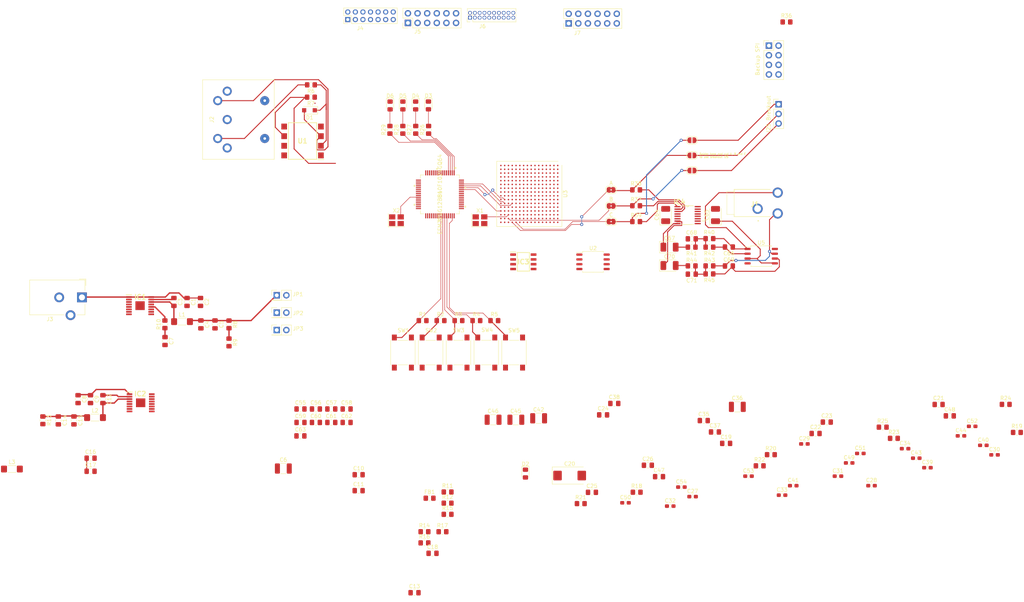
<source format=kicad_pcb>
(kicad_pcb (version 20171130) (host pcbnew 5.1.10)
  (layers (0 F.Cu signal) (1 In1.Cu power) (2 In2.Cu power) (31 B.Cu signal) (34 B.Paste user) (35 F.Paste user) (36 B.SilkS user) (37 F.SilkS user) (38 B.Mask user) (39 F.Mask user) (44 Edge.Cuts user))
  (net 0 "")
  (net 1 "Net-(C1-Pad1)")
  (net 2 GND)
  (net 3 "Net-(C3-Pad2)")
  (net 4 "Net-(C3-Pad1)")
  (net 5 "Net-(C4-Pad1)")
  (net 6 "Net-(C7-Pad1)")
  (net 7 "Net-(C12-Pad2)")
  (net 8 "Net-(C12-Pad1)")
  (net 9 "Net-(C13-Pad1)")
  (net 10 "Net-(C13-Pad2)")
  (net 11 "Net-(C14-Pad1)")
  (net 12 "Net-(C16-Pad1)")
  (net 13 "Net-(C18-Pad1)")
  (net 14 "Net-(C19-Pad1)")
  (net 15 +1V0)
  (net 16 +3V3)
  (net 17 +1V8)
  (net 18 "Net-(C56-Pad1)")
  (net 19 "Net-(C65-Pad1)")
  (net 20 "Net-(C66-Pad2)")
  (net 21 /DAC/LINE_OUT_R)
  (net 22 "Net-(C67-Pad1)")
  (net 23 "Net-(C67-Pad2)")
  (net 24 "Net-(C68-Pad1)")
  (net 25 /DAC/LINE_OUT_L)
  (net 26 "Net-(C69-Pad2)")
  (net 27 "Net-(C70-Pad2)")
  (net 28 "Net-(C70-Pad1)")
  (net 29 "Net-(C71-Pad1)")
  (net 30 "Net-(D1-Pad1)")
  (net 31 "Net-(D1-Pad2)")
  (net 32 "Net-(D2-Pad2)")
  (net 33 "Net-(D3-Pad2)")
  (net 34 "Net-(D4-Pad2)")
  (net 35 "Net-(D5-Pad2)")
  (net 36 "Net-(D6-Pad2)")
  (net 37 "Net-(FB1-Pad1)")
  (net 38 "Net-(IC1-Pad11)")
  (net 39 "Net-(IC1-Pad10)")
  (net 40 "Net-(IC1-Pad7)")
  (net 41 "Net-(IC1-Pad6)")
  (net 42 "Net-(IC1-Pad3)")
  (net 43 "Net-(IC1-Pad2)")
  (net 44 "Net-(IC2-Pad12)")
  (net 45 "Net-(IC2-Pad7)")
  (net 46 "Net-(IC2-Pad10)")
  (net 47 "Net-(IC2-Pad11)")
  (net 48 "Net-(IC3-Pad1)")
  (net 49 "Net-(IC3-Pad2)")
  (net 50 "Net-(IC3-Pad3)")
  (net 51 "Net-(IC3-Pad5)")
  (net 52 "Net-(IC3-Pad6)")
  (net 53 "Net-(IC3-Pad7)")
  (net 54 /DAC/DAC_I2S_CLK)
  (net 55 /DAC/DAC_I2S_DATA)
  (net 56 /DAC/DAC_I2S_LR_SELECT)
  (net 57 +3.3VA)
  (net 58 "Net-(IC4-Pad11)")
  (net 59 "Net-(IC4-Pad12)")
  (net 60 /DAC/DAC_MODE_DATA)
  (net 61 /DAC/DAC_MODE_CTRL_CLK)
  (net 62 /DAC/DAC_MODE_LATCH)
  (net 63 "Net-(IC4-Pad16)")
  (net 64 "Net-(J2-Pad1)")
  (net 65 "Net-(J2-Pad3)")
  (net 66 "Net-(J2-Pad4)")
  (net 67 "Net-(J4-Pad4)")
  (net 68 "Net-(J4-Pad6)")
  (net 69 "Net-(J4-Pad8)")
  (net 70 "Net-(J4-Pad10)")
  (net 71 "Net-(J4-Pad12)")
  (net 72 "Net-(J4-Pad14)")
  (net 73 /FPGA/GPIO0)
  (net 74 /FPGA/GPIO9)
  (net 75 /FPGA/GPIO1)
  (net 76 /FPGA/GPIO8)
  (net 77 /FPGA/GPIO2)
  (net 78 /FPGA/GPIO7)
  (net 79 /FPGA/GPIO3)
  (net 80 /FPGA/GPIO6)
  (net 81 /FPGA/GPIO4)
  (net 82 /FPGA/GPIO5)
  (net 83 "Net-(J6-Pad2)")
  (net 84 "Net-(J6-Pad3)")
  (net 85 "Net-(J6-Pad5)")
  (net 86 /MCU/DBG_SWDIOTMS)
  (net 87 /MCU/DBG_SWCLKTCK)
  (net 88 "Net-(J6-Pad11)")
  (net 89 /MCU/DBG_SWO)
  (net 90 /MCU/~RESET)
  (net 91 "Net-(J6-Pad17)")
  (net 92 "Net-(J6-Pad19)")
  (net 93 /MCU/GPIO5)
  (net 94 /MCU/GPIO4)
  (net 95 /MCU/GPIO6)
  (net 96 /MCU/GPIO3)
  (net 97 /MCU/GPIO7)
  (net 98 /MCU/GPIO2)
  (net 99 /MCU/GPIO8)
  (net 100 /MCU/GPIO1)
  (net 101 /MCU/GPIO9)
  (net 102 /MCU/GPIO0)
  (net 103 /MCU/BACKUP_SPI_CLK)
  (net 104 /MCU/BACKUP_SPI_MISO)
  (net 105 /MCU/BACKUP_SPI_MOSI)
  (net 106 /MCU/BACKUP_SPI_CS)
  (net 107 "Net-(J9-Pad1)")
  (net 108 "Net-(J9-Pad2)")
  (net 109 "Net-(J9-Pad3)")
  (net 110 /FBKey0)
  (net 111 /FBKey1)
  (net 112 /FBKey2)
  (net 113 /MCU/FBKey3)
  (net 114 /MCU/FBKey4)
  (net 115 /MCU/MIDI_IN)
  (net 116 "Net-(R18-Pad2)")
  (net 117 "Net-(R19-Pad2)")
  (net 118 "Net-(R20-Pad2)")
  (net 119 "Net-(R23-Pad2)")
  (net 120 /MCU/FPGA_PROGRAM_B)
  (net 121 "Net-(R26-Pad1)")
  (net 122 "Net-(R27-Pad1)")
  (net 123 "Net-(R28-Pad1)")
  (net 124 "Net-(R29-Pad1)")
  (net 125 "Net-(R30-Pad2)")
  (net 126 /DAC/I2S2)
  (net 127 /DAC/I2S1)
  (net 128 "Net-(R32-Pad2)")
  (net 129 "Net-(R34-Pad2)")
  (net 130 /DAC/I2S0)
  (net 131 /DAC/DAC_SYS_CLK)
  (net 132 "Net-(U1-Pad1)")
  (net 133 "Net-(U1-Pad4)")
  (net 134 "Net-(U1-Pad7)")
  (net 135 "Net-(U2-Pad2)")
  (net 136 "Net-(U2-Pad5)")
  (net 137 "Net-(U2-Pad6)")
  (net 138 "Net-(U3-PadA2)")
  (net 139 "Net-(U3-PadA3)")
  (net 140 "Net-(U3-PadA4)")
  (net 141 "Net-(U3-PadA5)")
  (net 142 "Net-(U3-PadA7)")
  (net 143 "Net-(U3-PadA8)")
  (net 144 "Net-(U3-PadA9)")
  (net 145 "Net-(U3-PadA10)")
  (net 146 "Net-(U3-PadA12)")
  (net 147 "Net-(U3-PadA13)")
  (net 148 "Net-(U3-PadA14)")
  (net 149 "Net-(U3-PadA15)")
  (net 150 "Net-(U3-PadB1)")
  (net 151 "Net-(U3-PadB2)")
  (net 152 "Net-(U3-PadB4)")
  (net 153 "Net-(U3-PadB5)")
  (net 154 "Net-(U3-PadB6)")
  (net 155 "Net-(U3-PadB7)")
  (net 156 "Net-(U3-PadB9)")
  (net 157 "Net-(U3-PadB10)")
  (net 158 "Net-(U3-PadB11)")
  (net 159 "Net-(U3-PadB12)")
  (net 160 "Net-(U3-PadB14)")
  (net 161 "Net-(U3-PadB15)")
  (net 162 "Net-(U3-PadB16)")
  (net 163 "Net-(U3-PadC1)")
  (net 164 "Net-(U3-PadC2)")
  (net 165 "Net-(U3-PadC3)")
  (net 166 "Net-(U3-PadC4)")
  (net 167 "Net-(U3-PadC6)")
  (net 168 "Net-(U3-PadC7)")
  (net 169 "Net-(U3-PadC8)")
  (net 170 "Net-(U3-PadC9)")
  (net 171 "Net-(U3-PadC11)")
  (net 172 "Net-(U3-PadC12)")
  (net 173 "Net-(U3-PadC13)")
  (net 174 "Net-(U3-PadC14)")
  (net 175 "Net-(U3-PadC16)")
  (net 176 "Net-(U3-PadD1)")
  (net 177 "Net-(U3-PadD3)")
  (net 178 "Net-(U3-PadD4)")
  (net 179 "Net-(U3-PadD5)")
  (net 180 "Net-(U3-PadD6)")
  (net 181 "Net-(U3-PadD8)")
  (net 182 "Net-(U3-PadD9)")
  (net 183 "Net-(U3-PadD10)")
  (net 184 "Net-(U3-PadD11)")
  (net 185 "Net-(U3-PadD13)")
  (net 186 "Net-(U3-PadD14)")
  (net 187 "Net-(U3-PadD15)")
  (net 188 "Net-(U3-PadD16)")
  (net 189 "Net-(U3-PadE1)")
  (net 190 "Net-(U3-PadE2)")
  (net 191 "Net-(U3-PadE3)")
  (net 192 "Net-(U3-PadE5)")
  (net 193 "Net-(U3-PadE6)")
  (net 194 "Net-(U3-PadE11)")
  (net 195 "Net-(U3-PadE12)")
  (net 196 "Net-(U3-PadE13)")
  (net 197 "Net-(U3-PadE15)")
  (net 198 "Net-(U3-PadE16)")
  (net 199 "Net-(U3-PadF2)")
  (net 200 "Net-(U3-PadF3)")
  (net 201 "Net-(U3-PadF4)")
  (net 202 "Net-(U3-PadF5)")
  (net 203 "Net-(U3-PadF12)")
  (net 204 "Net-(U3-PadF13)")
  (net 205 "Net-(U3-PadF14)")
  (net 206 "Net-(U3-PadF15)")
  (net 207 "Net-(U3-PadG1)")
  (net 208 "Net-(U3-PadG2)")
  (net 209 "Net-(U3-PadG4)")
  (net 210 "Net-(U3-PadG5)")
  (net 211 "Net-(U3-PadG11)")
  (net 212 "Net-(U3-PadG12)")
  (net 213 "Net-(U3-PadG14)")
  (net 214 "Net-(U3-PadG15)")
  (net 215 "Net-(U3-PadG16)")
  (net 216 "Net-(U3-PadH1)")
  (net 217 "Net-(U3-PadH2)")
  (net 218 "Net-(U3-PadH3)")
  (net 219 "Net-(U3-PadH4)")
  (net 220 "Net-(U3-PadH5)")
  (net 221 /FPGA/DONE)
  (net 222 "Net-(U3-PadH11)")
  (net 223 "Net-(U3-PadH12)")
  (net 224 "Net-(U3-PadH13)")
  (net 225 "Net-(U3-PadH14)")
  (net 226 "Net-(U3-PadH16)")
  (net 227 "Net-(U3-PadJ1)")
  (net 228 "Net-(U3-PadJ3)")
  (net 229 "Net-(U3-PadJ4)")
  (net 230 "Net-(U3-PadJ5)")
  (net 231 "Net-(U3-PadJ15)")
  (net 232 "Net-(U3-PadJ16)")
  (net 233 "Net-(U3-PadK1)")
  (net 234 "Net-(U3-PadK2)")
  (net 235 "Net-(U3-PadK3)")
  (net 236 "Net-(U3-PadK5)")
  (net 237 "Net-(U3-PadK7)")
  (net 238 "Net-(U3-PadK8)")
  (net 239 "Net-(U3-PadK12)")
  (net 240 "Net-(U3-PadK13)")
  (net 241 "Net-(U3-PadL2)")
  (net 242 "Net-(U3-PadL3)")
  (net 243 "Net-(U3-PadL4)")
  (net 244 "Net-(U3-PadL5)")
  (net 245 "Net-(U3-PadL13)")
  (net 246 "Net-(U3-PadL14)")
  (net 247 "Net-(U3-PadM1)")
  (net 248 "Net-(U3-PadM2)")
  (net 249 "Net-(U3-PadM4)")
  (net 250 "Net-(U3-PadM5)")
  (net 251 "Net-(U3-PadM6)")
  (net 252 "Net-(U3-PadM12)")
  (net 253 "Net-(U3-PadM14)")
  (net 254 "Net-(U3-PadM15)")
  (net 255 "Net-(U3-PadN1)")
  (net 256 "Net-(U3-PadN2)")
  (net 257 "Net-(U3-PadN3)")
  (net 258 "Net-(U3-PadN4)")
  (net 259 "Net-(U3-PadN6)")
  (net 260 "Net-(U3-PadN9)")
  (net 261 /MCU/FPGA_SPI0)
  (net 262 "Net-(U3-PadN12)")
  (net 263 /FPGA/MCU_CLOCK_IN)
  (net 264 "Net-(U3-PadP1)")
  (net 265 "Net-(U3-PadP3)")
  (net 266 "Net-(U3-PadP4)")
  (net 267 "Net-(U3-PadP5)")
  (net 268 "Net-(U3-PadP6)")
  (net 269 "Net-(U3-PadP9)")
  (net 270 "Net-(U3-PadP10)")
  (net 271 "Net-(U3-PadP11)")
  (net 272 "Net-(U3-PadP14)")
  (net 273 "Net-(U3-PadR1)")
  (net 274 "Net-(U3-PadR2)")
  (net 275 "Net-(U3-PadR3)")
  (net 276 /MCU/FPGA_SPI2)
  (net 277 /MCU/FPGA_SPI3)
  (net 278 "Net-(U3-PadR12)")
  (net 279 "Net-(U3-PadR13)")
  (net 280 "Net-(U3-PadT2)")
  (net 281 "Net-(U3-PadT3)")
  (net 282 "Net-(U3-PadT4)")
  (net 283 "Net-(U3-PadT12)")
  (net 284 /MCU/FPGA_SPI1)
  (net 285 "Net-(U4-Pad6)")
  (net 286 "Net-(U4-Pad19)")
  (net 287 "Net-(U4-Pad21)")
  (net 288 "Net-(U4-Pad22)")
  (net 289 "Net-(U4-Pad25)")
  (net 290 /MCU/HFXTAL_N)
  (net 291 "Net-(U4-Pad37)")
  (net 292 "Net-(U4-Pad46)")
  (net 293 "Net-(U4-Pad48)")
  (net 294 "Net-(U4-Pad53)")
  (net 295 "Net-(U4-Pad54)")
  (net 296 "Net-(U4-Pad63)")
  (net 297 "Net-(U4-Pad64)")
  (module STX-3000:STX3000 (layer F.Cu) (at 223.4728 80.5688)
    (fp_text reference J1 (at -0.724 -1.176) (layer F.SilkS) (effects (font (size 1.27 1.27) (thickness 0.254))))
    (fp_text value STX-3000 hide)
    (pad 1 thru_hole circle (at 0 0) (size 2.704 2.704) (drill 1.80278) (layers *.Cu *.Mask) (net 2 GND))
    (pad 2 thru_hole circle (at 5.3 -4.25) (size 2.704 2.704) (drill 1.80278) (layers *.Cu *.Mask) (net 21 /DAC/LINE_OUT_R))
    (pad 3 thru_hole circle (at 5.3 1.25) (size 2.704 2.704) (drill 1.80278) (layers *.Cu *.Mask) (net 25 /DAC/LINE_OUT_L))
    (pad MH1 np_thru_hole circle (at -4.1 -1.5) (size 1 0) (drill 1) (layers *.Cu *.Mask))
    (pad MH2 np_thru_hole circle (at 3.4 -1.5) (size 1 0) (drill 1) (layers *.Cu *.Mask))
  )
  (module Resistor_SMD:R_0805_2012Metric_Pad1.20x1.40mm_HandSolder (layer F.Cu) (at 135.0645 110.1184)
    (fp_text reference R1 (at 0 -1.65) (layer F.SilkS))
    (fp_text value 10k)
    (pad 1 smd roundrect (at -1 0) (size 1.2 1.4) (layers F.Cu F.Paste F.Mask) (roundrect_rratio 0.208333) (net 110 /FBKey0))
    (pad 2 smd roundrect (at 1 0) (size 1.2 1.4) (layers F.Cu F.Paste F.Mask) (roundrect_rratio 0.208333) (net 2 GND))
  )
  (module Resistor_SMD:R_0805_2012Metric_Pad1.20x1.40mm_HandSolder (layer F.Cu) (at 139.79525 110.1184)
    (fp_text reference R2 (at 0 -1.65) (layer F.SilkS))
    (fp_text value 10k)
    (pad 2 smd roundrect (at 1 0) (size 1.2 1.4) (layers F.Cu F.Paste F.Mask) (roundrect_rratio 0.208333) (net 2 GND))
    (pad 1 smd roundrect (at -1 0) (size 1.2 1.4) (layers F.Cu F.Paste F.Mask) (roundrect_rratio 0.208333) (net 111 /FBKey1))
  )
  (module Resistor_SMD:R_0805_2012Metric_Pad1.20x1.40mm_HandSolder (layer F.Cu) (at 144.526 110.1184)
    (fp_text reference R3 (at 0 -1.65) (layer F.SilkS))
    (fp_text value 10k)
    (pad 1 smd roundrect (at -1 0) (size 1.2 1.4) (layers F.Cu F.Paste F.Mask) (roundrect_rratio 0.208333) (net 112 /FBKey2))
    (pad 2 smd roundrect (at 1 0) (size 1.2 1.4) (layers F.Cu F.Paste F.Mask) (roundrect_rratio 0.208333) (net 2 GND))
  )
  (module Resistor_SMD:R_0805_2012Metric_Pad1.20x1.40mm_HandSolder (layer F.Cu) (at 149.25675 110.1184)
    (fp_text reference R4 (at 0 -1.65) (layer F.SilkS))
    (fp_text value 10k)
    (pad 2 smd roundrect (at 1 0) (size 1.2 1.4) (layers F.Cu F.Paste F.Mask) (roundrect_rratio 0.208333) (net 2 GND))
    (pad 1 smd roundrect (at -1 0) (size 1.2 1.4) (layers F.Cu F.Paste F.Mask) (roundrect_rratio 0.208333) (net 113 /MCU/FBKey3))
  )
  (module Resistor_SMD:R_0805_2012Metric_Pad1.20x1.40mm_HandSolder (layer F.Cu) (at 153.9875 110.1184)
    (fp_text reference R5 (at 0 -1.65) (layer F.SilkS))
    (fp_text value 10k)
    (pad 1 smd roundrect (at -1 0) (size 1.2 1.4) (layers F.Cu F.Paste F.Mask) (roundrect_rratio 0.208333) (net 114 /MCU/FBKey4))
    (pad 2 smd roundrect (at 1 0) (size 1.2 1.4) (layers F.Cu F.Paste F.Mask) (roundrect_rratio 0.208333) (net 2 GND))
  )
  (module 6N138SMT_R:SOP254P1030X460-8N (layer F.Cu) (at 103.378 62.6745 180)
    (fp_text reference U1 (at 0 0) (layer F.SilkS) (effects (font (size 1.27 1.27) (thickness 0.254))))
    (fp_text value 6N138 hide)
    (pad 1 smd rect (at -4.85 -3.81 180) (size 1.5 1.55) (layers F.Cu F.Paste F.Mask) (net 132 "Net-(U1-Pad1)"))
    (pad 2 smd rect (at -4.85 -1.27 180) (size 1.5 1.55) (layers F.Cu F.Paste F.Mask) (net 30 "Net-(D1-Pad1)"))
    (pad 3 smd rect (at -4.85 1.27 180) (size 1.5 1.55) (layers F.Cu F.Paste F.Mask) (net 31 "Net-(D1-Pad2)"))
    (pad 4 smd rect (at -4.85 3.81 180) (size 1.5 1.55) (layers F.Cu F.Paste F.Mask) (net 133 "Net-(U1-Pad4)"))
    (pad 5 smd rect (at 4.85 3.81 180) (size 1.5 1.55) (layers F.Cu F.Paste F.Mask) (net 2 GND))
    (pad 6 smd rect (at 4.85 1.27 180) (size 1.5 1.55) (layers F.Cu F.Paste F.Mask) (net 115 /MCU/MIDI_IN))
    (pad 7 smd rect (at 4.85 -1.27 180) (size 1.5 1.55) (layers F.Cu F.Paste F.Mask) (net 134 "Net-(U1-Pad7)"))
    (pad 8 smd rect (at 4.85 -3.81 180) (size 1.5 1.55) (layers F.Cu F.Paste F.Mask) (net 16 +3V3))
  )
  (module Capacitor_SMD:C_0805_2012Metric_Pad1.18x1.45mm_HandSolder (layer F.Cu) (at 72.898 105.1853 270)
    (fp_text reference C1 (at 0 -1.68 90) (layer F.SilkS))
    (fp_text value 10uF)
    (pad 1 smd roundrect (at -1.0375 0 270) (size 1.175 1.45) (layers F.Cu F.Paste F.Mask) (roundrect_rratio 0.212766) (net 1 "Net-(C1-Pad1)"))
    (pad 2 smd roundrect (at 1.0375 0 270) (size 1.175 1.45) (layers F.Cu F.Paste F.Mask) (roundrect_rratio 0.212766) (net 2 GND))
  )
  (module Capacitor_SMD:C_0805_2012Metric_Pad1.18x1.45mm_HandSolder (layer F.Cu) (at 76.454 105.1853 270)
    (fp_text reference C2 (at 0 -1.68 90) (layer F.SilkS))
    (fp_text value 100nF)
    (pad 2 smd roundrect (at 1.0375 0 270) (size 1.175 1.45) (layers F.Cu F.Paste F.Mask) (roundrect_rratio 0.212766) (net 2 GND))
    (pad 1 smd roundrect (at -1.0375 0 270) (size 1.175 1.45) (layers F.Cu F.Paste F.Mask) (roundrect_rratio 0.212766) (net 1 "Net-(C1-Pad1)"))
  )
  (module Capacitor_SMD:C_0805_2012Metric_Pad1.18x1.45mm_HandSolder (layer F.Cu) (at 69.4325 105.1853 270)
    (fp_text reference C3 (at 0 -1.68 90) (layer F.SilkS))
    (fp_text value 100nF)
    (pad 2 smd roundrect (at 1.0375 0 270) (size 1.175 1.45) (layers F.Cu F.Paste F.Mask) (roundrect_rratio 0.212766) (net 3 "Net-(C3-Pad2)"))
    (pad 1 smd roundrect (at -1.0375 0 270) (size 1.175 1.45) (layers F.Cu F.Paste F.Mask) (roundrect_rratio 0.212766) (net 4 "Net-(C3-Pad1)"))
  )
  (module Capacitor_SMD:C_0805_2012Metric_Pad1.18x1.45mm_HandSolder (layer F.Cu) (at 76.5556 111.1184 270)
    (fp_text reference C4 (at 0 -1.68 90) (layer F.SilkS))
    (fp_text value 22uF)
    (pad 2 smd roundrect (at 1.0375 0 270) (size 1.175 1.45) (layers F.Cu F.Paste F.Mask) (roundrect_rratio 0.212766) (net 2 GND))
    (pad 1 smd roundrect (at -1.0375 0 270) (size 1.175 1.45) (layers F.Cu F.Paste F.Mask) (roundrect_rratio 0.212766) (net 5 "Net-(C4-Pad1)"))
  )
  (module Capacitor_SMD:C_0805_2012Metric_Pad1.18x1.45mm_HandSolder (layer F.Cu) (at 80.279 111.1184 270)
    (fp_text reference C5 (at 0 -1.68 90) (layer F.SilkS))
    (fp_text value 22uF)
    (pad 1 smd roundrect (at -1.0375 0 270) (size 1.175 1.45) (layers F.Cu F.Paste F.Mask) (roundrect_rratio 0.212766) (net 5 "Net-(C4-Pad1)"))
    (pad 2 smd roundrect (at 1.0375 0 270) (size 1.175 1.45) (layers F.Cu F.Paste F.Mask) (roundrect_rratio 0.212766) (net 2 GND))
  )
  (module Capacitor_SMD:C_1210_3225Metric_Pad1.33x2.70mm_HandSolder (layer F.Cu) (at 98.30816 149.18436)
    (fp_text reference C6 (at 0 -2.3) (layer F.SilkS))
    (fp_text value 100uF)
    (pad 2 smd roundrect (at 1.5625 0) (size 1.325 2.7) (layers F.Cu F.Paste F.Mask) (roundrect_rratio 0.188679) (net 2 GND))
    (pad 1 smd roundrect (at -1.5625 0) (size 1.325 2.7) (layers F.Cu F.Paste F.Mask) (roundrect_rratio 0.188679) (net 1 "Net-(C1-Pad1)"))
  )
  (module Capacitor_SMD:C_0805_2012Metric_Pad1.18x1.45mm_HandSolder (layer F.Cu) (at 67.086 115.5192 270)
    (fp_text reference C7 (at 0 -1.68 90) (layer F.SilkS))
    (fp_text value 1uF)
    (pad 1 smd roundrect (at -1.0375 0 270) (size 1.175 1.45) (layers F.Cu F.Paste F.Mask) (roundrect_rratio 0.212766) (net 6 "Net-(C7-Pad1)"))
    (pad 2 smd roundrect (at 1.0375 0 270) (size 1.175 1.45) (layers F.Cu F.Paste F.Mask) (roundrect_rratio 0.212766) (net 2 GND))
  )
  (module Capacitor_SMD:C_0805_2012Metric_Pad1.18x1.45mm_HandSolder (layer F.Cu) (at 44.1452 130.8608 270)
    (fp_text reference C8 (at 0 -1.68 90) (layer F.SilkS))
    (fp_text value 10uF)
    (pad 1 smd roundrect (at -1.0375 0 270) (size 1.175 1.45) (layers F.Cu F.Paste F.Mask) (roundrect_rratio 0.212766) (net 1 "Net-(C1-Pad1)"))
    (pad 2 smd roundrect (at 1.0375 0 270) (size 1.175 1.45) (layers F.Cu F.Paste F.Mask) (roundrect_rratio 0.212766) (net 2 GND))
  )
  (module Capacitor_SMD:C_0805_2012Metric_Pad1.18x1.45mm_HandSolder (layer F.Cu) (at 47.4218 130.8608 270)
    (fp_text reference C9 (at 0 -1.68 90) (layer F.SilkS))
    (fp_text value 100nF)
    (pad 1 smd roundrect (at -1.0375 0 270) (size 1.175 1.45) (layers F.Cu F.Paste F.Mask) (roundrect_rratio 0.212766) (net 1 "Net-(C1-Pad1)"))
    (pad 2 smd roundrect (at 1.0375 0 270) (size 1.175 1.45) (layers F.Cu F.Paste F.Mask) (roundrect_rratio 0.212766) (net 2 GND))
  )
  (module Capacitor_SMD:C_0805_2012Metric_Pad1.18x1.45mm_HandSolder (layer F.Cu) (at 118.1862 150.81758)
    (fp_text reference C10 (at 0 -1.68) (layer F.SilkS))
    (fp_text value 10uF)
    (pad 2 smd roundrect (at 1.0375 0) (size 1.175 1.45) (layers F.Cu F.Paste F.Mask) (roundrect_rratio 0.212766) (net 2 GND))
    (pad 1 smd roundrect (at -1.0375 0) (size 1.175 1.45) (layers F.Cu F.Paste F.Mask) (roundrect_rratio 0.212766) (net 1 "Net-(C1-Pad1)"))
  )
  (module Capacitor_SMD:C_0805_2012Metric_Pad1.18x1.45mm_HandSolder (layer F.Cu) (at 118.1862 155.02636)
    (fp_text reference C11 (at 0 -1.68) (layer F.SilkS))
    (fp_text value 100nF)
    (pad 2 smd roundrect (at 1.0375 0) (size 1.175 1.45) (layers F.Cu F.Paste F.Mask) (roundrect_rratio 0.212766) (net 2 GND))
    (pad 1 smd roundrect (at -1.0375 0) (size 1.175 1.45) (layers F.Cu F.Paste F.Mask) (roundrect_rratio 0.212766) (net 1 "Net-(C1-Pad1)"))
  )
  (module Capacitor_SMD:C_0805_2012Metric_Pad1.18x1.45mm_HandSolder (layer F.Cu) (at 50.6984 130.8608 270)
    (fp_text reference C12 (at 0 -1.68 90) (layer F.SilkS))
    (fp_text value 100nF)
    (pad 2 smd roundrect (at 1.0375 0 270) (size 1.175 1.45) (layers F.Cu F.Paste F.Mask) (roundrect_rratio 0.212766) (net 7 "Net-(C12-Pad2)"))
    (pad 1 smd roundrect (at -1.0375 0 270) (size 1.175 1.45) (layers F.Cu F.Paste F.Mask) (roundrect_rratio 0.212766) (net 8 "Net-(C12-Pad1)"))
  )
  (module Capacitor_SMD:C_0805_2012Metric_Pad1.18x1.45mm_HandSolder (layer F.Cu) (at 132.93598 181.9783)
    (fp_text reference C13 (at 0 -1.68) (layer F.SilkS))
    (fp_text value 100nF)
    (pad 1 smd roundrect (at -1.0375 0) (size 1.175 1.45) (layers F.Cu F.Paste F.Mask) (roundrect_rratio 0.212766) (net 9 "Net-(C13-Pad1)"))
    (pad 2 smd roundrect (at 1.0375 0) (size 1.175 1.45) (layers F.Cu F.Paste F.Mask) (roundrect_rratio 0.212766) (net 10 "Net-(C13-Pad2)"))
  )
  (module Capacitor_SMD:C_0805_2012Metric_Pad1.18x1.45mm_HandSolder (layer F.Cu) (at 38.9359 136.4788 270)
    (fp_text reference C14 (at 0 -1.68 90) (layer F.SilkS))
    (fp_text value 22uF)
    (pad 1 smd roundrect (at -1.0375 0 270) (size 1.175 1.45) (layers F.Cu F.Paste F.Mask) (roundrect_rratio 0.212766) (net 11 "Net-(C14-Pad1)"))
    (pad 2 smd roundrect (at 1.0375 0 270) (size 1.175 1.45) (layers F.Cu F.Paste F.Mask) (roundrect_rratio 0.212766) (net 2 GND))
  )
  (module Capacitor_SMD:C_0805_2012Metric_Pad1.18x1.45mm_HandSolder (layer F.Cu) (at 43.053 136.4788 270)
    (fp_text reference C15 (at 0 -1.68 90) (layer F.SilkS))
    (fp_text value 22uF)
    (pad 1 smd roundrect (at -1.0375 0 270) (size 1.175 1.45) (layers F.Cu F.Paste F.Mask) (roundrect_rratio 0.212766) (net 11 "Net-(C14-Pad1)"))
    (pad 2 smd roundrect (at 1.0375 0 270) (size 1.175 1.45) (layers F.Cu F.Paste F.Mask) (roundrect_rratio 0.212766) (net 2 GND))
  )
  (module Capacitor_SMD:C_0805_2012Metric_Pad1.18x1.45mm_HandSolder (layer F.Cu) (at 47.4472 146.4564)
    (fp_text reference C16 (at 0 -1.68) (layer F.SilkS))
    (fp_text value 22uF)
    (pad 1 smd roundrect (at -1.0375 0) (size 1.175 1.45) (layers F.Cu F.Paste F.Mask) (roundrect_rratio 0.212766) (net 12 "Net-(C16-Pad1)"))
    (pad 2 smd roundrect (at 1.0375 0) (size 1.175 1.45) (layers F.Cu F.Paste F.Mask) (roundrect_rratio 0.212766) (net 2 GND))
  )
  (module Capacitor_SMD:C_0805_2012Metric_Pad1.18x1.45mm_HandSolder (layer F.Cu) (at 47.4472 149.9108)
    (fp_text reference C17 (at 0 -1.68) (layer F.SilkS))
    (fp_text value 22uF)
    (pad 2 smd roundrect (at 1.0375 0) (size 1.175 1.45) (layers F.Cu F.Paste F.Mask) (roundrect_rratio 0.212766) (net 2 GND))
    (pad 1 smd roundrect (at -1.0375 0) (size 1.175 1.45) (layers F.Cu F.Paste F.Mask) (roundrect_rratio 0.212766) (net 12 "Net-(C16-Pad1)"))
  )
  (module Capacitor_SMD:C_0805_2012Metric_Pad1.18x1.45mm_HandSolder (layer F.Cu) (at 215.165847 142.542201)
    (fp_text reference C19 (at 0 -1.68) (layer F.SilkS))
    (fp_text value 100nF)
    (pad 2 smd roundrect (at 1.0375 0) (size 1.175 1.45) (layers F.Cu F.Paste F.Mask) (roundrect_rratio 0.212766) (net 2 GND))
    (pad 1 smd roundrect (at -1.0375 0) (size 1.175 1.45) (layers F.Cu F.Paste F.Mask) (roundrect_rratio 0.212766) (net 14 "Net-(C19-Pad1)"))
  )
  (module Capacitor_Tantalum_SMD:CP_EIA-7343-43_Kemet-X_Pad2.25x2.55mm_HandSolder (layer F.Cu) (at 173.869201 151.042201)
    (fp_text reference C20 (at 0 -3.1) (layer F.SilkS))
    (fp_text value 330uF)
    (pad 1 smd roundrect (at -3.2 0) (size 2.25 2.55) (layers F.Cu F.Paste F.Mask) (roundrect_rratio 0.111111) (net 15 +1V0))
    (pad 2 smd roundrect (at 3.2 0) (size 2.25 2.55) (layers F.Cu F.Paste F.Mask) (roundrect_rratio 0.111111) (net 2 GND))
  )
  (module Capacitor_SMD:C_0805_2012Metric_Pad1.18x1.45mm_HandSolder (layer F.Cu) (at 271.238438 132.272201)
    (fp_text reference C21 (at 0 -1.68) (layer F.SilkS))
    (fp_text value 4.7uF)
    (pad 1 smd roundrect (at -1.0375 0) (size 1.175 1.45) (layers F.Cu F.Paste F.Mask) (roundrect_rratio 0.212766) (net 15 +1V0))
    (pad 2 smd roundrect (at 1.0375 0) (size 1.175 1.45) (layers F.Cu F.Paste F.Mask) (roundrect_rratio 0.212766) (net 2 GND))
  )
  (module Capacitor_SMD:C_0805_2012Metric_Pad1.18x1.45mm_HandSolder (layer F.Cu) (at 238.775359 139.932201)
    (fp_text reference C22 (at 0 -1.68) (layer F.SilkS))
    (fp_text value 4.7uF)
    (pad 2 smd roundrect (at 1.0375 0) (size 1.175 1.45) (layers F.Cu F.Paste F.Mask) (roundrect_rratio 0.212766) (net 2 GND))
    (pad 1 smd roundrect (at -1.0375 0) (size 1.175 1.45) (layers F.Cu F.Paste F.Mask) (roundrect_rratio 0.212766) (net 15 +1V0))
  )
  (module Capacitor_SMD:C_0805_2012Metric_Pad1.18x1.45mm_HandSolder (layer F.Cu) (at 241.726548 136.922201)
    (fp_text reference C23 (at 0 -1.68) (layer F.SilkS))
    (fp_text value 4.7uF)
    (pad 1 smd roundrect (at -1.0375 0) (size 1.175 1.45) (layers F.Cu F.Paste F.Mask) (roundrect_rratio 0.212766) (net 15 +1V0))
    (pad 2 smd roundrect (at 1.0375 0) (size 1.175 1.45) (layers F.Cu F.Paste F.Mask) (roundrect_rratio 0.212766) (net 2 GND))
  )
  (module Capacitor_SMD:C_0805_2012Metric_Pad1.18x1.45mm_HandSolder (layer F.Cu) (at 182.702768 135.012601)
    (fp_text reference C24 (at 0 -1.68) (layer F.SilkS))
    (fp_text value 4.7uF)
    (pad 2 smd roundrect (at 1.0375 0) (size 1.175 1.45) (layers F.Cu F.Paste F.Mask) (roundrect_rratio 0.212766) (net 2 GND))
    (pad 1 smd roundrect (at -1.0375 0) (size 1.175 1.45) (layers F.Cu F.Paste F.Mask) (roundrect_rratio 0.212766) (net 15 +1V0))
  )
  (module Capacitor_SMD:C_0805_2012Metric_Pad1.18x1.45mm_HandSolder (layer F.Cu) (at 179.751579 155.472201)
    (fp_text reference C25 (at 0 -1.68) (layer F.SilkS))
    (fp_text value 4.7uF)
    (pad 1 smd roundrect (at -1.0375 0) (size 1.175 1.45) (layers F.Cu F.Paste F.Mask) (roundrect_rratio 0.212766) (net 15 +1V0))
    (pad 2 smd roundrect (at 1.0375 0) (size 1.175 1.45) (layers F.Cu F.Paste F.Mask) (roundrect_rratio 0.212766) (net 2 GND))
  )
  (module Capacitor_SMD:C_0805_2012Metric_Pad1.18x1.45mm_HandSolder (layer F.Cu) (at 194.507524 148.322201)
    (fp_text reference C26 (at 0 -1.68) (layer F.SilkS))
    (fp_text value 4.7uF)
    (pad 2 smd roundrect (at 1.0375 0) (size 1.175 1.45) (layers F.Cu F.Paste F.Mask) (roundrect_rratio 0.212766) (net 2 GND))
    (pad 1 smd roundrect (at -1.0375 0) (size 1.175 1.45) (layers F.Cu F.Paste F.Mask) (roundrect_rratio 0.212766) (net 15 +1V0))
  )
  (module Capacitor_SMD:C_0603_1608Metric_Pad1.08x0.95mm_HandSolder (layer F.Cu) (at 206.31228 156.602201)
    (fp_text reference C27 (at 0 -1.43) (layer F.SilkS))
    (fp_text value 470nF)
    (pad 1 smd roundrect (at -0.8625 0) (size 1.075 0.95) (layers F.Cu F.Paste F.Mask) (net 15 +1V0))
    (pad 2 smd roundrect (at 0.8625 0) (size 1.075 0.95) (layers F.Cu F.Paste F.Mask) (net 2 GND))
  )
  (module Capacitor_SMD:C_0603_1608Metric_Pad1.08x0.95mm_HandSolder (layer F.Cu) (at 253.531304 153.712201)
    (fp_text reference C28 (at 0 -1.43) (layer F.SilkS))
    (fp_text value 470nF)
    (pad 2 smd roundrect (at 0.8625 0) (size 1.075 0.95) (layers F.Cu F.Paste F.Mask) (net 2 GND))
    (pad 1 smd roundrect (at -0.8625 0) (size 1.075 0.95) (layers F.Cu F.Paste F.Mask) (net 15 +1V0))
  )
  (module Capacitor_SMD:C_0603_1608Metric_Pad1.08x0.95mm_HandSolder (layer F.Cu) (at 235.82417 142.692201)
    (fp_text reference C29 (at 0 -1.43) (layer F.SilkS))
    (fp_text value 470nF)
    (pad 1 smd roundrect (at -0.8625 0) (size 1.075 0.95) (layers F.Cu F.Paste F.Mask) (net 15 +1V0))
    (pad 2 smd roundrect (at 0.8625 0) (size 1.075 0.95) (layers F.Cu F.Paste F.Mask) (net 2 GND))
  )
  (module Capacitor_SMD:C_0603_1608Metric_Pad1.08x0.95mm_HandSolder (layer F.Cu) (at 285.994383 145.572201)
    (fp_text reference C30 (at 0 -1.43) (layer F.SilkS))
    (fp_text value 470nF)
    (pad 2 smd roundrect (at 0.8625 0) (size 1.075 0.95) (layers F.Cu F.Paste F.Mask) (net 2 GND))
    (pad 1 smd roundrect (at -0.8625 0) (size 1.075 0.95) (layers F.Cu F.Paste F.Mask) (net 15 +1V0))
  )
  (module Capacitor_SMD:C_0603_1608Metric_Pad1.08x0.95mm_HandSolder (layer F.Cu) (at 244.677737 151.202201)
    (fp_text reference C31 (at 0 -1.43) (layer F.SilkS))
    (fp_text value 470nF)
    (pad 1 smd roundrect (at -0.8625 0) (size 1.075 0.95) (layers F.Cu F.Paste F.Mask) (net 15 +1V0))
    (pad 2 smd roundrect (at 0.8625 0) (size 1.075 0.95) (layers F.Cu F.Paste F.Mask) (net 2 GND))
  )
  (module Capacitor_SMD:C_0603_1608Metric_Pad1.08x0.95mm_HandSolder (layer F.Cu) (at 200.409902 159.112201)
    (fp_text reference C32 (at 0 -1.43) (layer F.SilkS))
    (fp_text value 470nF)
    (pad 2 smd roundrect (at 0.8625 0) (size 1.075 0.95) (layers F.Cu F.Paste F.Mask) (net 2 GND))
    (pad 1 smd roundrect (at -0.8625 0) (size 1.075 0.95) (layers F.Cu F.Paste F.Mask) (net 15 +1V0))
  )
  (module Capacitor_SMD:C_0603_1608Metric_Pad1.08x0.95mm_HandSolder (layer F.Cu) (at 229.921792 156.222201)
    (fp_text reference C33 (at 0 -1.43) (layer F.SilkS))
    (fp_text value 470nF)
    (pad 1 smd roundrect (at -0.8625 0) (size 1.075 0.95) (layers F.Cu F.Paste F.Mask) (net 15 +1V0))
    (pad 2 smd roundrect (at 0.8625 0) (size 1.075 0.95) (layers F.Cu F.Paste F.Mask) (net 2 GND))
  )
  (module Capacitor_SMD:C_0603_1608Metric_Pad1.08x0.95mm_HandSolder (layer F.Cu) (at 262.384871 143.942201)
    (fp_text reference C34 (at 0 -1.43) (layer F.SilkS))
    (fp_text value 470nF)
    (pad 2 smd roundrect (at 0.8625 0) (size 1.075 0.95) (layers F.Cu F.Paste F.Mask) (net 2 GND))
    (pad 1 smd roundrect (at -0.8625 0) (size 1.075 0.95) (layers F.Cu F.Paste F.Mask) (net 15 +1V0))
  )
  (module Capacitor_SMD:C_0805_2012Metric_Pad1.18x1.45mm_HandSolder (layer F.Cu) (at 209.263469 136.522201)
    (fp_text reference C35 (at 0 -1.68) (layer F.SilkS))
    (fp_text value 100nF)
    (pad 2 smd roundrect (at 1.0375 0) (size 1.175 1.45) (layers F.Cu F.Paste F.Mask) (roundrect_rratio 0.212766) (net 2 GND))
    (pad 1 smd roundrect (at -1.0375 0) (size 1.175 1.45) (layers F.Cu F.Paste F.Mask) (roundrect_rratio 0.212766) (net 16 +3V3))
  )
  (module Capacitor_SMD:C_1210_3225Metric_Pad1.33x2.70mm_HandSolder (layer F.Cu) (at 218.117036 132.892201)
    (fp_text reference C36 (at 0 -2.3) (layer F.SilkS))
    (fp_text value 47uF)
    (pad 2 smd roundrect (at 1.5625 0) (size 1.325 2.7) (layers F.Cu F.Paste F.Mask) (roundrect_rratio 0.188679) (net 2 GND))
    (pad 1 smd roundrect (at -1.5625 0) (size 1.325 2.7) (layers F.Cu F.Paste F.Mask) (roundrect_rratio 0.188679) (net 17 +1V8))
  )
  (module Capacitor_SMD:C_0805_2012Metric_Pad1.18x1.45mm_HandSolder (layer F.Cu) (at 212.214658 139.532201)
    (fp_text reference C37 (at 0 -1.68) (layer F.SilkS))
    (fp_text value 4.7uF)
    (pad 1 smd roundrect (at -1.0375 0) (size 1.175 1.45) (layers F.Cu F.Paste F.Mask) (roundrect_rratio 0.212766) (net 17 +1V8))
    (pad 2 smd roundrect (at 1.0375 0) (size 1.175 1.45) (layers F.Cu F.Paste F.Mask) (roundrect_rratio 0.212766) (net 2 GND))
  )
  (module Capacitor_SMD:C_0805_2012Metric_Pad1.18x1.45mm_HandSolder (layer F.Cu) (at 185.653957 132.002601)
    (fp_text reference C38 (at 0 -1.68) (layer F.SilkS))
    (fp_text value 4.7uF)
    (pad 2 smd roundrect (at 1.0375 0) (size 1.175 1.45) (layers F.Cu F.Paste F.Mask) (roundrect_rratio 0.212766) (net 2 GND))
    (pad 1 smd roundrect (at -1.0375 0) (size 1.175 1.45) (layers F.Cu F.Paste F.Mask) (roundrect_rratio 0.212766) (net 17 +1V8))
  )
  (module Capacitor_SMD:C_0603_1608Metric_Pad1.08x0.95mm_HandSolder (layer F.Cu) (at 268.287249 148.962201)
    (fp_text reference C39 (at 0 -1.43) (layer F.SilkS))
    (fp_text value 470nF)
    (pad 2 smd roundrect (at 0.8625 0) (size 1.075 0.95) (layers F.Cu F.Paste F.Mask) (net 2 GND))
    (pad 1 smd roundrect (at -0.8625 0) (size 1.075 0.95) (layers F.Cu F.Paste F.Mask) (net 17 +1V8))
  )
  (module Capacitor_SMD:C_0603_1608Metric_Pad1.08x0.95mm_HandSolder (layer F.Cu) (at 283.043194 143.062201)
    (fp_text reference C40 (at 0 -1.43) (layer F.SilkS))
    (fp_text value 470nF)
    (pad 1 smd roundrect (at -0.8625 0) (size 1.075 0.95) (layers F.Cu F.Paste F.Mask) (net 17 +1V8))
    (pad 2 smd roundrect (at 0.8625 0) (size 1.075 0.95) (layers F.Cu F.Paste F.Mask) (net 2 GND))
  )
  (module Capacitor_SMD:C_0603_1608Metric_Pad1.08x0.95mm_HandSolder (layer F.Cu) (at 232.872981 153.712201)
    (fp_text reference C41 (at 0 -1.43) (layer F.SilkS))
    (fp_text value 470nF)
    (pad 2 smd roundrect (at 0.8625 0) (size 1.075 0.95) (layers F.Cu F.Paste F.Mask) (net 2 GND))
    (pad 1 smd roundrect (at -0.8625 0) (size 1.075 0.95) (layers F.Cu F.Paste F.Mask) (net 17 +1V8))
  )
  (module Capacitor_SMD:C_1210_3225Metric_Pad1.33x2.70mm_HandSolder (layer F.Cu) (at 165.680401 135.922601)
    (fp_text reference C42 (at 0 -2.3) (layer F.SilkS))
    (fp_text value 100uF)
    (pad 1 smd roundrect (at -1.5625 0) (size 1.325 2.7) (layers F.Cu F.Paste F.Mask) (roundrect_rratio 0.188679) (net 15 +1V0))
    (pad 2 smd roundrect (at 1.5625 0) (size 1.325 2.7) (layers F.Cu F.Paste F.Mask) (roundrect_rratio 0.188679) (net 2 GND))
  )
  (module Capacitor_SMD:C_0603_1608Metric_Pad1.08x0.95mm_HandSolder (layer F.Cu) (at 265.33606 146.452201)
    (fp_text reference C43 (at 0 -1.43) (layer F.SilkS))
    (fp_text value 470nF)
    (pad 1 smd roundrect (at -0.8625 0) (size 1.075 0.95) (layers F.Cu F.Paste F.Mask) (net 15 +1V0))
    (pad 2 smd roundrect (at 0.8625 0) (size 1.075 0.95) (layers F.Cu F.Paste F.Mask) (net 2 GND))
  )
  (module Capacitor_SMD:C_0603_1608Metric_Pad1.08x0.95mm_HandSolder (layer F.Cu) (at 277.140816 140.552201)
    (fp_text reference C44 (at 0 -1.43) (layer F.SilkS))
    (fp_text value 470nF)
    (pad 1 smd roundrect (at -0.8625 0) (size 1.075 0.95) (layers F.Cu F.Paste F.Mask) (net 15 +1V0))
    (pad 2 smd roundrect (at 0.8625 0) (size 1.075 0.95) (layers F.Cu F.Paste F.Mask) (net 2 GND))
  )
  (module Capacitor_SMD:C_1210_3225Metric_Pad1.33x2.70mm_HandSolder (layer F.Cu) (at 159.670401 136.302601)
    (fp_text reference C45 (at 0 -2.3) (layer F.SilkS))
    (fp_text value 47uF)
    (pad 1 smd roundrect (at -1.5625 0) (size 1.325 2.7) (layers F.Cu F.Paste F.Mask) (roundrect_rratio 0.188679) (net 16 +3V3))
    (pad 2 smd roundrect (at 1.5625 0) (size 1.325 2.7) (layers F.Cu F.Paste F.Mask) (roundrect_rratio 0.188679) (net 2 GND))
  )
  (module Capacitor_SMD:C_1210_3225Metric_Pad1.33x2.70mm_HandSolder (layer F.Cu) (at 153.660401 136.302601)
    (fp_text reference C46 (at 0 -2.3) (layer F.SilkS))
    (fp_text value 47uF)
    (pad 1 smd roundrect (at -1.5625 0) (size 1.325 2.7) (layers F.Cu F.Paste F.Mask) (roundrect_rratio 0.188679) (net 16 +3V3))
    (pad 2 smd roundrect (at 1.5625 0) (size 1.325 2.7) (layers F.Cu F.Paste F.Mask) (roundrect_rratio 0.188679) (net 2 GND))
  )
  (module Capacitor_SMD:C_0805_2012Metric_Pad1.18x1.45mm_HandSolder (layer F.Cu) (at 197.458713 151.332201)
    (fp_text reference C47 (at 0 -1.68) (layer F.SilkS))
    (fp_text value 4.7uF)
    (pad 1 smd roundrect (at -1.0375 0) (size 1.175 1.45) (layers F.Cu F.Paste F.Mask) (roundrect_rratio 0.212766) (net 16 +3V3))
    (pad 2 smd roundrect (at 1.0375 0) (size 1.175 1.45) (layers F.Cu F.Paste F.Mask) (roundrect_rratio 0.212766) (net 2 GND))
  )
  (module Capacitor_SMD:C_0805_2012Metric_Pad1.18x1.45mm_HandSolder (layer F.Cu) (at 274.189627 135.282201)
    (fp_text reference C48 (at 0 -1.68) (layer F.SilkS))
    (fp_text value 4.7uF)
    (pad 1 smd roundrect (at -1.0375 0) (size 1.175 1.45) (layers F.Cu F.Paste F.Mask) (roundrect_rratio 0.212766) (net 16 +3V3))
    (pad 2 smd roundrect (at 1.0375 0) (size 1.175 1.45) (layers F.Cu F.Paste F.Mask) (roundrect_rratio 0.212766) (net 2 GND))
  )
  (module Capacitor_SMD:C_0603_1608Metric_Pad1.08x0.95mm_HandSolder (layer F.Cu) (at 247.628926 147.712201)
    (fp_text reference C49 (at 0 -1.43) (layer F.SilkS))
    (fp_text value 470nF)
    (pad 1 smd roundrect (at -0.8625 0) (size 1.075 0.95) (layers F.Cu F.Paste F.Mask) (net 16 +3V3))
    (pad 2 smd roundrect (at 0.8625 0) (size 1.075 0.95) (layers F.Cu F.Paste F.Mask) (net 2 GND))
  )
  (module Capacitor_SMD:C_0603_1608Metric_Pad1.08x0.95mm_HandSolder (layer F.Cu) (at 188.605146 158.232201)
    (fp_text reference C50 (at 0 -1.43) (layer F.SilkS))
    (fp_text value 470nF)
    (pad 2 smd roundrect (at 0.8625 0) (size 1.075 0.95) (layers F.Cu F.Paste F.Mask) (net 2 GND))
    (pad 1 smd roundrect (at -0.8625 0) (size 1.075 0.95) (layers F.Cu F.Paste F.Mask) (net 16 +3V3))
  )
  (module Capacitor_SMD:C_0603_1608Metric_Pad1.08x0.95mm_HandSolder (layer F.Cu) (at 250.580115 145.202201)
    (fp_text reference C51 (at 0 -1.43) (layer F.SilkS))
    (fp_text value 470nF)
    (pad 1 smd roundrect (at -0.8625 0) (size 1.075 0.95) (layers F.Cu F.Paste F.Mask) (net 16 +3V3))
    (pad 2 smd roundrect (at 0.8625 0) (size 1.075 0.95) (layers F.Cu F.Paste F.Mask) (net 2 GND))
  )
  (module Capacitor_SMD:C_0603_1608Metric_Pad1.08x0.95mm_HandSolder (layer F.Cu) (at 280.092005 138.042201)
    (fp_text reference C52 (at 0 -1.43) (layer F.SilkS))
    (fp_text value 470nF)
    (pad 1 smd roundrect (at -0.8625 0) (size 1.075 0.95) (layers F.Cu F.Paste F.Mask) (net 16 +3V3))
    (pad 2 smd roundrect (at 0.8625 0) (size 1.075 0.95) (layers F.Cu F.Paste F.Mask) (net 2 GND))
  )
  (module Capacitor_SMD:C_0603_1608Metric_Pad1.08x0.95mm_HandSolder (layer F.Cu) (at 221.068225 151.202201)
    (fp_text reference C53 (at 0 -1.43) (layer F.SilkS))
    (fp_text value 470nF)
    (pad 2 smd roundrect (at 0.8625 0) (size 1.075 0.95) (layers F.Cu F.Paste F.Mask) (net 2 GND))
    (pad 1 smd roundrect (at -0.8625 0) (size 1.075 0.95) (layers F.Cu F.Paste F.Mask) (net 16 +3V3))
  )
  (module Capacitor_SMD:C_0603_1608Metric_Pad1.08x0.95mm_HandSolder (layer F.Cu) (at 203.361091 154.092201)
    (fp_text reference C54 (at 0 -1.43) (layer F.SilkS))
    (fp_text value 470nF)
    (pad 2 smd roundrect (at 0.8625 0) (size 1.075 0.95) (layers F.Cu F.Paste F.Mask) (net 2 GND))
    (pad 1 smd roundrect (at -0.8625 0) (size 1.075 0.95) (layers F.Cu F.Paste F.Mask) (net 16 +3V3))
  )
  (module Capacitor_SMD:C_0805_2012Metric_Pad1.18x1.45mm_HandSolder (layer F.Cu) (at 102.8407 133.4643)
    (fp_text reference C55 (at 0 -1.68) (layer F.SilkS))
    (fp_text value 100nF)
    (pad 2 smd roundrect (at 1.0375 0) (size 1.175 1.45) (layers F.Cu F.Paste F.Mask) (roundrect_rratio 0.212766) (net 2 GND))
    (pad 1 smd roundrect (at -1.0375 0) (size 1.175 1.45) (layers F.Cu F.Paste F.Mask) (roundrect_rratio 0.212766) (net 16 +3V3))
  )
  (module Capacitor_SMD:C_0805_2012Metric_Pad1.18x1.45mm_HandSolder (layer F.Cu) (at 106.9047 133.4643)
    (fp_text reference C56 (at 0 -1.68) (layer F.SilkS))
    (fp_text value 1uF)
    (pad 1 smd roundrect (at -1.0375 0) (size 1.175 1.45) (layers F.Cu F.Paste F.Mask) (roundrect_rratio 0.212766) (net 18 "Net-(C56-Pad1)"))
    (pad 2 smd roundrect (at 1.0375 0) (size 1.175 1.45) (layers F.Cu F.Paste F.Mask) (roundrect_rratio 0.212766) (net 2 GND))
  )
  (module Capacitor_SMD:C_0805_2012Metric_Pad1.18x1.45mm_HandSolder (layer F.Cu) (at 110.9687 133.4643)
    (fp_text reference C57 (at 0 -1.68) (layer F.SilkS))
    (fp_text value 10uF)
    (pad 2 smd roundrect (at 1.0375 0) (size 1.175 1.45) (layers F.Cu F.Paste F.Mask) (roundrect_rratio 0.212766) (net 2 GND))
    (pad 1 smd roundrect (at -1.0375 0) (size 1.175 1.45) (layers F.Cu F.Paste F.Mask) (roundrect_rratio 0.212766) (net 16 +3V3))
  )
  (module Capacitor_SMD:C_0805_2012Metric_Pad1.18x1.45mm_HandSolder (layer F.Cu) (at 115.0112 133.4643)
    (fp_text reference C58 (at 0 -1.68) (layer F.SilkS))
    (fp_text value 10nF)
    (pad 1 smd roundrect (at -1.0375 0) (size 1.175 1.45) (layers F.Cu F.Paste F.Mask) (roundrect_rratio 0.212766) (net 16 +3V3))
    (pad 2 smd roundrect (at 1.0375 0) (size 1.175 1.45) (layers F.Cu F.Paste F.Mask) (roundrect_rratio 0.212766) (net 2 GND))
  )
  (module Capacitor_SMD:C_0805_2012Metric_Pad1.18x1.45mm_HandSolder (layer F.Cu) (at 102.8407 137.0203)
    (fp_text reference C59 (at 0 -1.68) (layer F.SilkS))
    (fp_text value 1uF)
    (pad 2 smd roundrect (at 1.0375 0) (size 1.175 1.45) (layers F.Cu F.Paste F.Mask) (roundrect_rratio 0.212766) (net 2 GND))
    (pad 1 smd roundrect (at -1.0375 0) (size 1.175 1.45) (layers F.Cu F.Paste F.Mask) (roundrect_rratio 0.212766) (net 16 +3V3))
  )
  (module Capacitor_SMD:C_0805_2012Metric_Pad1.18x1.45mm_HandSolder (layer F.Cu) (at 106.9047 137.0203)
    (fp_text reference C60 (at 0 -1.68) (layer F.SilkS))
    (fp_text value 100nF)
    (pad 1 smd roundrect (at -1.0375 0) (size 1.175 1.45) (layers F.Cu F.Paste F.Mask) (roundrect_rratio 0.212766) (net 16 +3V3))
    (pad 2 smd roundrect (at 1.0375 0) (size 1.175 1.45) (layers F.Cu F.Paste F.Mask) (roundrect_rratio 0.212766) (net 2 GND))
  )
  (module Capacitor_SMD:C_0805_2012Metric_Pad1.18x1.45mm_HandSolder (layer F.Cu) (at 110.9687 137.0203)
    (fp_text reference C61 (at 0 -1.68) (layer F.SilkS))
    (fp_text value 10uF)
    (pad 1 smd roundrect (at -1.0375 0) (size 1.175 1.45) (layers F.Cu F.Paste F.Mask) (roundrect_rratio 0.212766) (net 16 +3V3))
    (pad 2 smd roundrect (at 1.0375 0) (size 1.175 1.45) (layers F.Cu F.Paste F.Mask) (roundrect_rratio 0.212766) (net 2 GND))
  )
  (module Capacitor_SMD:C_0805_2012Metric_Pad1.18x1.45mm_HandSolder (layer F.Cu) (at 115.0112 137.0203)
    (fp_text reference C62 (at 0 -1.68) (layer F.SilkS))
    (fp_text value 100nF)
    (pad 2 smd roundrect (at 1.0375 0) (size 1.175 1.45) (layers F.Cu F.Paste F.Mask) (roundrect_rratio 0.212766) (net 2 GND))
    (pad 1 smd roundrect (at -1.0375 0) (size 1.175 1.45) (layers F.Cu F.Paste F.Mask) (roundrect_rratio 0.212766) (net 16 +3V3))
  )
  (module Capacitor_SMD:C_0805_2012Metric_Pad1.18x1.45mm_HandSolder (layer F.Cu) (at 102.8192 140.5763)
    (fp_text reference C63 (at 0 -1.68) (layer F.SilkS))
    (fp_text value 100nF)
    (pad 2 smd roundrect (at 1.0375 0) (size 1.175 1.45) (layers F.Cu F.Paste F.Mask) (roundrect_rratio 0.212766) (net 2 GND))
    (pad 1 smd roundrect (at -1.0375 0) (size 1.175 1.45) (layers F.Cu F.Paste F.Mask) (roundrect_rratio 0.212766) (net 16 +3V3))
  )
  (module Capacitor_Tantalum_SMD:CP_EIA-3528-12_Kemet-T_Pad1.50x2.35mm_HandSolder (layer F.Cu) (at 199.2082 82.2325 90)
    (fp_text reference C64 (at 0 -2.35 90) (layer F.SilkS))
    (fp_text value 10uF)
    (pad 1 smd roundrect (at -1.625 0 90) (size 1.5 2.35) (layers F.Cu F.Paste F.Mask) (roundrect_rratio 0.166667) (net 16 +3V3))
    (pad 2 smd roundrect (at 1.625 0 90) (size 1.5 2.35) (layers F.Cu F.Paste F.Mask) (roundrect_rratio 0.166667) (net 2 GND))
  )
  (module Capacitor_Tantalum_SMD:CP_EIA-3528-12_Kemet-T_Pad1.50x2.35mm_HandSolder (layer F.Cu) (at 212.3567 82.2325 90)
    (fp_text reference C65 (at 0 -2.35 90) (layer F.SilkS))
    (fp_text value 10uF)
    (pad 2 smd roundrect (at 1.625 0 90) (size 1.5 2.35) (layers F.Cu F.Paste F.Mask) (roundrect_rratio 0.166667) (net 2 GND))
    (pad 1 smd roundrect (at -1.625 0 90) (size 1.5 2.35) (layers F.Cu F.Paste F.Mask) (roundrect_rratio 0.166667) (net 19 "Net-(C65-Pad1)"))
  )
  (module Capacitor_SMD:C_0805_2012Metric_Pad1.18x1.45mm_HandSolder (layer F.Cu) (at 215.8912 90.6855 180)
    (fp_text reference C66 (at 0 -1.68) (layer F.SilkS))
    (fp_text value 1nF)
    (pad 2 smd roundrect (at 1.0375 0 180) (size 1.175 1.45) (layers F.Cu F.Paste F.Mask) (roundrect_rratio 0.212766) (net 20 "Net-(C66-Pad2)"))
    (pad 1 smd roundrect (at -1.0375 0 180) (size 1.175 1.45) (layers F.Cu F.Paste F.Mask) (roundrect_rratio 0.212766) (net 21 /DAC/LINE_OUT_R))
  )
  (module Capacitor_Tantalum_SMD:CP_EIA-3528-12_Kemet-T_Pad1.50x2.35mm_HandSolder (layer F.Cu) (at 200.2282 90.7155)
    (fp_text reference C67 (at 0 -2.35) (layer F.SilkS))
    (fp_text value 10uF)
    (pad 1 smd roundrect (at -1.625 0) (size 1.5 2.35) (layers F.Cu F.Paste F.Mask) (roundrect_rratio 0.166667) (net 22 "Net-(C67-Pad1)"))
    (pad 2 smd roundrect (at 1.625 0) (size 1.5 2.35) (layers F.Cu F.Paste F.Mask) (roundrect_rratio 0.166667) (net 23 "Net-(C67-Pad2)"))
  )
  (module Capacitor_SMD:C_0805_2012Metric_Pad1.18x1.45mm_HandSolder (layer F.Cu) (at 206.1002 88.519 180)
    (fp_text reference C68 (at 0.0635 1.651) (layer F.SilkS))
    (fp_text value 4nF)
    (pad 2 smd roundrect (at 1.0375 0 180) (size 1.175 1.45) (layers F.Cu F.Paste F.Mask) (roundrect_rratio 0.212766) (net 2 GND))
    (pad 1 smd roundrect (at -1.0375 0 180) (size 1.175 1.45) (layers F.Cu F.Paste F.Mask) (roundrect_rratio 0.212766) (net 24 "Net-(C68-Pad1)"))
  )
  (module Capacitor_SMD:C_0805_2012Metric_Pad1.18x1.45mm_HandSolder (layer F.Cu) (at 215.8912 95.6945)
    (fp_text reference C69 (at 0 -1.68) (layer F.SilkS))
    (fp_text value 1nF)
    (pad 1 smd roundrect (at -1.0375 0) (size 1.175 1.45) (layers F.Cu F.Paste F.Mask) (roundrect_rratio 0.212766) (net 25 /DAC/LINE_OUT_L))
    (pad 2 smd roundrect (at 1.0375 0) (size 1.175 1.45) (layers F.Cu F.Paste F.Mask) (roundrect_rratio 0.212766) (net 26 "Net-(C69-Pad2)"))
  )
  (module Capacitor_Tantalum_SMD:CP_EIA-3528-12_Kemet-T_Pad1.50x2.35mm_HandSolder (layer F.Cu) (at 200.2282 95.5675)
    (fp_text reference C70 (at 0 -2.35) (layer F.SilkS))
    (fp_text value 10uF)
    (pad 2 smd roundrect (at 1.625 0) (size 1.5 2.35) (layers F.Cu F.Paste F.Mask) (roundrect_rratio 0.166667) (net 27 "Net-(C70-Pad2)"))
    (pad 1 smd roundrect (at -1.625 0) (size 1.5 2.35) (layers F.Cu F.Paste F.Mask) (roundrect_rratio 0.166667) (net 28 "Net-(C70-Pad1)"))
  )
  (module Capacitor_SMD:C_0805_2012Metric_Pad1.18x1.45mm_HandSolder (layer F.Cu) (at 206.1002 97.8535 180)
    (fp_text reference C71 (at 0 -1.68) (layer F.SilkS))
    (fp_text value 4nF)
    (pad 1 smd roundrect (at -1.0375 0 180) (size 1.175 1.45) (layers F.Cu F.Paste F.Mask) (roundrect_rratio 0.212766) (net 29 "Net-(C71-Pad1)"))
    (pad 2 smd roundrect (at 1.0375 0 180) (size 1.175 1.45) (layers F.Cu F.Paste F.Mask) (roundrect_rratio 0.212766) (net 2 GND))
  )
  (module Diode_SMD:D_SOD-123F (layer F.Cu) (at 105.2068 54.5592 180)
    (fp_text reference D1 (at -0.0508 -1.9304) (layer F.SilkS))
    (fp_text value 1N4148)
    (pad 1 smd rect (at -1.4 0 180) (size 1.1 1.1) (layers F.Cu F.Paste F.Mask) (net 30 "Net-(D1-Pad1)"))
    (pad 2 smd rect (at 1.4 0 180) (size 1.1 1.1) (layers F.Cu F.Paste F.Mask) (net 31 "Net-(D1-Pad2)"))
  )
  (module LED_SMD:LED_0805_2012Metric_Pad1.15x1.40mm_HandSolder (layer F.Cu) (at 162.2044 150.5204 270)
    (fp_text reference D2 (at -2.54 0 180) (layer F.SilkS))
    (fp_text value "Power LED")
    (pad 2 smd roundrect (at 1.025 0 270) (size 1.15 1.4) (layers F.Cu F.Paste F.Mask) (roundrect_rratio 0.217391) (net 32 "Net-(D2-Pad2)"))
    (pad 1 smd roundrect (at -1.025 0 270) (size 1.15 1.4) (layers F.Cu F.Paste F.Mask) (roundrect_rratio 0.217391) (net 2 GND))
  )
  (module LED_SMD:LED_0805_2012Metric_Pad1.15x1.40mm_HandSolder (layer F.Cu) (at 136.6012 53.2802 270)
    (fp_text reference D3 (at -2.54 0 180) (layer F.SilkS))
    (fp_text value "Status LED")
    (pad 2 smd roundrect (at 1.025 0 270) (size 1.15 1.4) (layers F.Cu F.Paste F.Mask) (roundrect_rratio 0.217391) (net 33 "Net-(D3-Pad2)"))
    (pad 1 smd roundrect (at -1.025 0 270) (size 1.15 1.4) (layers F.Cu F.Paste F.Mask) (roundrect_rratio 0.217391) (net 2 GND))
  )
  (module LED_SMD:LED_0805_2012Metric_Pad1.15x1.40mm_HandSolder (layer F.Cu) (at 133.229532 53.2982 270)
    (fp_text reference D4 (at -2.54 0 180) (layer F.SilkS))
    (fp_text value "Status LED")
    (pad 1 smd roundrect (at -1.025 0 270) (size 1.15 1.4) (layers F.Cu F.Paste F.Mask) (roundrect_rratio 0.217391) (net 2 GND))
    (pad 2 smd roundrect (at 1.025 0 270) (size 1.15 1.4) (layers F.Cu F.Paste F.Mask) (roundrect_rratio 0.217391) (net 34 "Net-(D4-Pad2)"))
  )
  (module LED_SMD:LED_0805_2012Metric_Pad1.15x1.40mm_HandSolder (layer F.Cu) (at 129.857866 53.2982 270)
    (fp_text reference D5 (at -2.54 0 180) (layer F.SilkS))
    (fp_text value "Status LED")
    (pad 1 smd roundrect (at -1.025 0 270) (size 1.15 1.4) (layers F.Cu F.Paste F.Mask) (roundrect_rratio 0.217391) (net 2 GND))
    (pad 2 smd roundrect (at 1.025 0 270) (size 1.15 1.4) (layers F.Cu F.Paste F.Mask) (roundrect_rratio 0.217391) (net 35 "Net-(D5-Pad2)"))
  )
  (module LED_SMD:LED_0805_2012Metric_Pad1.15x1.40mm_HandSolder (layer F.Cu) (at 126.4862 53.2982 270)
    (fp_text reference D6 (at -2.54 0 180) (layer F.SilkS))
    (fp_text value "Status LED")
    (pad 1 smd roundrect (at -1.025 0 270) (size 1.15 1.4) (layers F.Cu F.Paste F.Mask) (roundrect_rratio 0.217391) (net 2 GND))
    (pad 2 smd roundrect (at 1.025 0 270) (size 1.15 1.4) (layers F.Cu F.Paste F.Mask) (roundrect_rratio 0.217391) (net 36 "Net-(D6-Pad2)"))
  )
  (module Resistor_SMD:R_0805_2012Metric_Pad1.20x1.40mm_HandSolder (layer F.Cu) (at 136.904081 157.023341)
    (fp_text reference FB1 (at 0 -1.65) (layer F.SilkS))
    (fp_text value Ferrite_Bead)
    (pad 2 smd roundrect (at 1 0) (size 1.2 1.4) (layers F.Cu F.Paste F.Mask) (roundrect_rratio 0.208333) (net 16 +3V3))
    (pad 1 smd roundrect (at -1 0) (size 1.2 1.4) (layers F.Cu F.Paste F.Mask) (roundrect_rratio 0.208333) (net 37 "Net-(FB1-Pad1)"))
  )
  (module TPS54294PWP:TPS54294PWP (layer F.Cu) (at 60.5028 106.172)
    (fp_text reference IC1 (at 0.0508 -2.28092) (layer F.SilkS) (effects (font (size 1.27 1.27) (thickness 0.254))))
    (fp_text value TPS54294PWP hide)
    (pad 17 smd rect (at 0 0 90) (size 2.31 2.46) (layers F.Cu F.Paste F.Mask) (net 2 GND))
    (pad 16 smd rect (at 2.938 -2.275 90) (size 0.45 1.475) (layers F.Cu F.Paste F.Mask) (net 1 "Net-(C1-Pad1)"))
    (pad 15 smd rect (at 2.938 -1.625 90) (size 0.45 1.475) (layers F.Cu F.Paste F.Mask) (net 4 "Net-(C3-Pad1)"))
    (pad 14 smd rect (at 2.938 -0.975 90) (size 0.45 1.475) (layers F.Cu F.Paste F.Mask) (net 3 "Net-(C3-Pad2)"))
    (pad 13 smd rect (at 2.938 -0.325 90) (size 0.45 1.475) (layers F.Cu F.Paste F.Mask) (net 2 GND))
    (pad 12 smd rect (at 2.938 0.325 90) (size 0.45 1.475) (layers F.Cu F.Paste F.Mask) (net 1 "Net-(C1-Pad1)"))
    (pad 11 smd rect (at 2.938 0.975 90) (size 0.45 1.475) (layers F.Cu F.Paste F.Mask) (net 38 "Net-(IC1-Pad11)"))
    (pad 10 smd rect (at 2.938 1.625 90) (size 0.45 1.475) (layers F.Cu F.Paste F.Mask) (net 39 "Net-(IC1-Pad10)"))
    (pad 9 smd rect (at 2.938 2.275 90) (size 0.45 1.475) (layers F.Cu F.Paste F.Mask) (net 6 "Net-(C7-Pad1)"))
    (pad 8 smd rect (at -2.938 2.275 90) (size 0.45 1.475) (layers F.Cu F.Paste F.Mask) (net 2 GND))
    (pad 7 smd rect (at -2.938 1.625 90) (size 0.45 1.475) (layers F.Cu F.Paste F.Mask) (net 40 "Net-(IC1-Pad7)"))
    (pad 6 smd rect (at -2.938 0.975 90) (size 0.45 1.475) (layers F.Cu F.Paste F.Mask) (net 41 "Net-(IC1-Pad6)"))
    (pad 5 smd rect (at -2.938 0.325 90) (size 0.45 1.475) (layers F.Cu F.Paste F.Mask) (net 2 GND))
    (pad 4 smd rect (at -2.938 -0.325 90) (size 0.45 1.475) (layers F.Cu F.Paste F.Mask) (net 2 GND))
    (pad 3 smd rect (at -2.938 -0.975 90) (size 0.45 1.475) (layers F.Cu F.Paste F.Mask) (net 42 "Net-(IC1-Pad3)"))
    (pad 2 smd rect (at -2.938 -1.625 90) (size 0.45 1.475) (layers F.Cu F.Paste F.Mask) (net 43 "Net-(IC1-Pad2)"))
    (pad 1 smd rect (at -2.938 -2.275 90) (size 0.45 1.475) (layers F.Cu F.Paste F.Mask) (net 1 "Net-(C1-Pad1)"))
  )
  (module TPS54294PWP:TPS54294PWP (layer F.Cu) (at 60.6552 131.826)
    (fp_text reference IC2 (at -0.12192 -2.3622) (layer F.SilkS) (effects (font (size 1.27 1.27) (thickness 0.254))))
    (fp_text value TPS54294PWP hide)
    (pad 1 smd rect (at -2.938 -2.275 90) (size 0.45 1.475) (layers F.Cu F.Paste F.Mask) (net 1 "Net-(C1-Pad1)"))
    (pad 2 smd rect (at -2.938 -1.625 90) (size 0.45 1.475) (layers F.Cu F.Paste F.Mask) (net 8 "Net-(C12-Pad1)"))
    (pad 3 smd rect (at -2.938 -0.975 90) (size 0.45 1.475) (layers F.Cu F.Paste F.Mask) (net 7 "Net-(C12-Pad2)"))
    (pad 4 smd rect (at -2.938 -0.325 90) (size 0.45 1.475) (layers F.Cu F.Paste F.Mask) (net 2 GND))
    (pad 5 smd rect (at -2.938 0.325 90) (size 0.45 1.475) (layers F.Cu F.Paste F.Mask) (net 38 "Net-(IC1-Pad11)"))
    (pad 6 smd rect (at -2.938 0.975 90) (size 0.45 1.475) (layers F.Cu F.Paste F.Mask) (net 44 "Net-(IC2-Pad12)"))
    (pad 7 smd rect (at -2.938 1.625 90) (size 0.45 1.475) (layers F.Cu F.Paste F.Mask) (net 45 "Net-(IC2-Pad7)"))
    (pad 8 smd rect (at -2.938 2.275 90) (size 0.45 1.475) (layers F.Cu F.Paste F.Mask) (net 2 GND))
    (pad 9 smd rect (at 2.938 2.275 90) (size 0.45 1.475) (layers F.Cu F.Paste F.Mask) (net 13 "Net-(C18-Pad1)"))
    (pad 10 smd rect (at 2.938 1.625 90) (size 0.45 1.475) (layers F.Cu F.Paste F.Mask) (net 46 "Net-(IC2-Pad10)"))
    (pad 11 smd rect (at 2.938 0.975 90) (size 0.45 1.475) (layers F.Cu F.Paste F.Mask) (net 47 "Net-(IC2-Pad11)"))
    (pad 12 smd rect (at 2.938 0.325 90) (size 0.45 1.475) (layers F.Cu F.Paste F.Mask) (net 44 "Net-(IC2-Pad12)"))
    (pad 13 smd rect (at 2.938 -0.325 90) (size 0.45 1.475) (layers F.Cu F.Paste F.Mask) (net 2 GND))
    (pad 14 smd rect (at 2.938 -0.975 90) (size 0.45 1.475) (layers F.Cu F.Paste F.Mask) (net 10 "Net-(C13-Pad2)"))
    (pad 15 smd rect (at 2.938 -1.625 90) (size 0.45 1.475) (layers F.Cu F.Paste F.Mask) (net 9 "Net-(C13-Pad1)"))
    (pad 16 smd rect (at 2.938 -2.275 90) (size 0.45 1.475) (layers F.Cu F.Paste F.Mask) (net 1 "Net-(C1-Pad1)"))
    (pad 17 smd rect (at 0 0 90) (size 2.31 2.46) (layers F.Cu F.Paste F.Mask) (net 2 GND))
  )
  (module ESP-PSRAM64H:SOIC127P600X175-8N (layer F.Cu) (at 161.6456 94.5896)
    (fp_text reference IC3 (at 0 0) (layer F.SilkS) (effects (font (size 1.27 1.27) (thickness 0.254))))
    (fp_text value ESP-PSRAM64H hide)
    (pad 1 smd rect (at -2.7 -1.905 90) (size 0.65 1.5) (layers F.Cu F.Paste F.Mask) (net 48 "Net-(IC3-Pad1)"))
    (pad 2 smd rect (at -2.7 -0.635 90) (size 0.65 1.5) (layers F.Cu F.Paste F.Mask) (net 49 "Net-(IC3-Pad2)"))
    (pad 3 smd rect (at -2.7 0.635 90) (size 0.65 1.5) (layers F.Cu F.Paste F.Mask) (net 50 "Net-(IC3-Pad3)"))
    (pad 4 smd rect (at -2.7 1.905 90) (size 0.65 1.5) (layers F.Cu F.Paste F.Mask) (net 2 GND))
    (pad 5 smd rect (at 2.7 1.905 90) (size 0.65 1.5) (layers F.Cu F.Paste F.Mask) (net 51 "Net-(IC3-Pad5)"))
    (pad 6 smd rect (at 2.7 0.635 90) (size 0.65 1.5) (layers F.Cu F.Paste F.Mask) (net 52 "Net-(IC3-Pad6)"))
    (pad 7 smd rect (at 2.7 -0.635 90) (size 0.65 1.5) (layers F.Cu F.Paste F.Mask) (net 53 "Net-(IC3-Pad7)"))
    (pad 8 smd rect (at 2.7 -1.905 90) (size 0.65 1.5) (layers F.Cu F.Paste F.Mask) (net 16 +3V3))
  )
  (module DAC:SOP63P600X175-16N (layer F.Cu) (at 204.997049 82.2575)
    (fp_text reference IC4 (at -2.159 -3.4925) (layer F.SilkS) (effects (font (size 1.27 1.27) (thickness 0.254))))
    (fp_text value PCM1741E hide)
    (pad 1 smd rect (at -2.667 -2.2352 90) (size 0.3556 1.6002) (layers F.Cu F.Paste F.Mask) (net 54 /DAC/DAC_I2S_CLK))
    (pad 2 smd rect (at -2.667 -1.5748 90) (size 0.3556 1.6002) (layers F.Cu F.Paste F.Mask) (net 55 /DAC/DAC_I2S_DATA))
    (pad 3 smd rect (at -2.667 -0.9652 90) (size 0.3556 1.6002) (layers F.Cu F.Paste F.Mask) (net 56 /DAC/DAC_I2S_LR_SELECT))
    (pad 4 smd rect (at -2.667 -0.3048 90) (size 0.3556 1.6002) (layers F.Cu F.Paste F.Mask) (net 2 GND))
    (pad 5 smd rect (at -2.667 0.3048 90) (size 0.3556 1.6002) (layers F.Cu F.Paste F.Mask) (net 16 +3V3))
    (pad 6 smd rect (at -2.667 0.9652 90) (size 0.3556 1.6002) (layers F.Cu F.Paste F.Mask) (net 57 +3.3VA))
    (pad 7 smd rect (at -2.667 1.5748 90) (size 0.3556 1.6002) (layers F.Cu F.Paste F.Mask) (net 28 "Net-(C70-Pad1)"))
    (pad 8 smd rect (at -2.667 2.2352 90) (size 0.3556 1.6002) (layers F.Cu F.Paste F.Mask) (net 22 "Net-(C67-Pad1)"))
    (pad 9 smd rect (at 2.667 2.2352 90) (size 0.3556 1.6002) (layers F.Cu F.Paste F.Mask) (net 2 GND))
    (pad 10 smd rect (at 2.667 1.5748 90) (size 0.3556 1.6002) (layers F.Cu F.Paste F.Mask) (net 19 "Net-(C65-Pad1)"))
    (pad 11 smd rect (at 2.667 0.9652 90) (size 0.3556 1.6002) (layers F.Cu F.Paste F.Mask) (net 58 "Net-(IC4-Pad11)"))
    (pad 12 smd rect (at 2.667 0.3048 90) (size 0.3556 1.6002) (layers F.Cu F.Paste F.Mask) (net 59 "Net-(IC4-Pad12)"))
    (pad 13 smd rect (at 2.667 -0.3048 90) (size 0.3556 1.6002) (layers F.Cu F.Paste F.Mask) (net 60 /DAC/DAC_MODE_DATA))
    (pad 14 smd rect (at 2.667 -0.9652 90) (size 0.3556 1.6002) (layers F.Cu F.Paste F.Mask) (net 61 /DAC/DAC_MODE_CTRL_CLK))
    (pad 15 smd rect (at 2.667 -1.5748 90) (size 0.3556 1.6002) (layers F.Cu F.Paste F.Mask) (net 62 /DAC/DAC_MODE_LATCH))
    (pad 16 smd rect (at 2.667 -2.2352 90) (size 0.3556 1.6002) (layers F.Cu F.Paste F.Mask) (net 63 "Net-(IC4-Pad16)"))
  )
  (module 671-0501:671-0501 (layer F.Cu) (at 83.5025 57.023 270)
    (fp_text reference J2 (at 0 4.064 90) (layer F.SilkS))
    (fp_text value DIN-5_180degree)
    (pad 2 thru_hole circle (at 0 0 270) (size 2.4 2.4) (drill 1.5) (layers *.Cu *.Mask) (net 2 GND))
    (pad 1 thru_hole circle (at 7.5 0 270) (size 2.4 2.4) (drill 1.5) (layers *.Cu *.Mask) (net 64 "Net-(J2-Pad1)"))
    (pad 3 thru_hole circle (at -7.5 0 270) (size 2.4 2.4) (drill 1.5) (layers *.Cu *.Mask) (net 65 "Net-(J2-Pad3)"))
    (pad 5 thru_hole circle (at -5 2.5 270) (size 2.4 2.4) (drill 1.5) (layers *.Cu *.Mask) (net 31 "Net-(D1-Pad2)"))
    (pad 4 thru_hole circle (at 5 2.5 270) (size 2.4 2.4) (drill 1.5) (layers *.Cu *.Mask) (net 66 "Net-(J2-Pad4)"))
    (pad "" np_thru_hole circle (at -5 -9.9 270) (size 2.4 2.4) (drill 0.7) (layers *.Cu *.Mask))
    (pad "" np_thru_hole circle (at 5 -9.9 270) (size 2.4 2.4) (drill 0.7) (layers *.Cu *.Mask))
  )
  (module Connector_BarrelJack:BarrelJack_CUI_PJ-102AH_Horizontal (layer F.Cu) (at 45.1612 103.9876 270)
    (fp_text reference J3 (at 5.75 8.45) (layer F.SilkS))
    (fp_text value Barrel_Jack_Switch_Pin3Ring)
    (pad 1 thru_hole rect (at 0 0 270) (size 2.6 2.6) (drill 1.6) (layers *.Cu *.Mask) (net 1 "Net-(C1-Pad1)"))
    (pad 2 thru_hole circle (at 0 6 270) (size 2.6 2.6) (drill 1.6) (layers *.Cu *.Mask) (net 2 GND))
    (pad 3 thru_hole circle (at 4.7 3 270) (size 2.6 2.6) (drill 1.6) (layers *.Cu *.Mask) (net 2 GND))
  )
  (module Connector_PinHeader_2.00mm:PinHeader_2x07_P2.00mm_Vertical (layer F.Cu) (at 115.316 30.607 90)
    (fp_text reference J4 (at -2.286 3.302 180) (layer F.SilkS))
    (fp_text value FPGA_debug)
    (pad 1 thru_hole rect (at 0 0 90) (size 1.35 1.35) (drill 0.8) (layers *.Cu *.Mask) (net 2 GND))
    (pad 2 thru_hole oval (at 2 0 90) (size 1.35 1.35) (drill 0.8) (layers *.Cu *.Mask) (net 16 +3V3))
    (pad 3 thru_hole oval (at 0 2 90) (size 1.35 1.35) (drill 0.8) (layers *.Cu *.Mask) (net 2 GND))
    (pad 4 thru_hole oval (at 2 2 90) (size 1.35 1.35) (drill 0.8) (layers *.Cu *.Mask) (net 67 "Net-(J4-Pad4)"))
    (pad 5 thru_hole oval (at 0 4 90) (size 1.35 1.35) (drill 0.8) (layers *.Cu *.Mask) (net 2 GND))
    (pad 6 thru_hole oval (at 2 4 90) (size 1.35 1.35) (drill 0.8) (layers *.Cu *.Mask) (net 68 "Net-(J4-Pad6)"))
    (pad 7 thru_hole oval (at 0 6 90) (size 1.35 1.35) (drill 0.8) (layers *.Cu *.Mask) (net 2 GND))
    (pad 8 thru_hole oval (at 2 6 90) (size 1.35 1.35) (drill 0.8) (layers *.Cu *.Mask) (net 69 "Net-(J4-Pad8)"))
    (pad 9 thru_hole oval (at 0 8 90) (size 1.35 1.35) (drill 0.8) (layers *.Cu *.Mask) (net 2 GND))
    (pad 10 thru_hole oval (at 2 8 90) (size 1.35 1.35) (drill 0.8) (layers *.Cu *.Mask) (net 70 "Net-(J4-Pad10)"))
    (pad 11 thru_hole oval (at 0 10 90) (size 1.35 1.35) (drill 0.8) (layers *.Cu *.Mask) (net 2 GND))
    (pad 12 thru_hole oval (at 2 10 90) (size 1.35 1.35) (drill 0.8) (layers *.Cu *.Mask) (net 71 "Net-(J4-Pad12)"))
    (pad 13 thru_hole oval (at 0 12 90) (size 1.35 1.35) (drill 0.8) (layers *.Cu *.Mask) (net 2 GND))
    (pad 14 thru_hole oval (at 2 12 90) (size 1.35 1.35) (drill 0.8) (layers *.Cu *.Mask) (net 72 "Net-(J4-Pad14)"))
  )
  (module Connector_PinHeader_2.54mm:PinHeader_2x06_P2.54mm_Vertical (layer F.Cu) (at 131.191 31.496 90)
    (fp_text reference J5 (at -2.286 2.54 180) (layer F.SilkS))
    (fp_text value FPGA_GPIO)
    (pad 1 thru_hole rect (at 0 0 90) (size 1.7 1.7) (drill 1) (layers *.Cu *.Mask) (net 73 /FPGA/GPIO0))
    (pad 2 thru_hole oval (at 2.54 0 90) (size 1.7 1.7) (drill 1) (layers *.Cu *.Mask) (net 74 /FPGA/GPIO9))
    (pad 3 thru_hole oval (at 0 2.54 90) (size 1.7 1.7) (drill 1) (layers *.Cu *.Mask) (net 75 /FPGA/GPIO1))
    (pad 4 thru_hole oval (at 2.54 2.54 90) (size 1.7 1.7) (drill 1) (layers *.Cu *.Mask) (net 76 /FPGA/GPIO8))
    (pad 5 thru_hole oval (at 0 5.08 90) (size 1.7 1.7) (drill 1) (layers *.Cu *.Mask) (net 77 /FPGA/GPIO2))
    (pad 6 thru_hole oval (at 2.54 5.08 90) (size 1.7 1.7) (drill 1) (layers *.Cu *.Mask) (net 78 /FPGA/GPIO7))
    (pad 7 thru_hole oval (at 0 7.62 90) (size 1.7 1.7) (drill 1) (layers *.Cu *.Mask) (net 79 /FPGA/GPIO3))
    (pad 8 thru_hole oval (at 2.54 7.62 90) (size 1.7 1.7) (drill 1) (layers *.Cu *.Mask) (net 80 /FPGA/GPIO6))
    (pad 9 thru_hole oval (at 0 10.16 90) (size 1.7 1.7) (drill 1) (layers *.Cu *.Mask) (net 81 /FPGA/GPIO4))
    (pad 10 thru_hole oval (at 2.54 10.16 90) (size 1.7 1.7) (drill 1) (layers *.Cu *.Mask) (net 82 /FPGA/GPIO5))
    (pad 11 thru_hole oval (at 0 12.7 90) (size 1.7 1.7) (drill 1) (layers *.Cu *.Mask) (net 16 +3V3))
    (pad 12 thru_hole oval (at 2.54 12.7 90) (size 1.7 1.7) (drill 1) (layers *.Cu *.Mask) (net 2 GND))
  )
  (module Connector_PinHeader_1.27mm:PinHeader_2x10_P1.27mm_Vertical (layer F.Cu) (at 147.574 30.099 90)
    (fp_text reference J6 (at -2.286 3.302 180) (layer F.SilkS))
    (fp_text value MCU_debug)
    (pad 1 thru_hole rect (at 0 0 90) (size 1 1) (drill 0.65) (layers *.Cu *.Mask) (net 16 +3V3))
    (pad 2 thru_hole oval (at 1.27 0 90) (size 1 1) (drill 0.65) (layers *.Cu *.Mask) (net 83 "Net-(J6-Pad2)"))
    (pad 3 thru_hole oval (at 0 1.27 90) (size 1 1) (drill 0.65) (layers *.Cu *.Mask) (net 84 "Net-(J6-Pad3)"))
    (pad 4 thru_hole oval (at 1.27 1.27 90) (size 1 1) (drill 0.65) (layers *.Cu *.Mask) (net 2 GND))
    (pad 5 thru_hole oval (at 0 2.54 90) (size 1 1) (drill 0.65) (layers *.Cu *.Mask) (net 85 "Net-(J6-Pad5)"))
    (pad 6 thru_hole oval (at 1.27 2.54 90) (size 1 1) (drill 0.65) (layers *.Cu *.Mask) (net 2 GND))
    (pad 7 thru_hole oval (at 0 3.81 90) (size 1 1) (drill 0.65) (layers *.Cu *.Mask) (net 86 /MCU/DBG_SWDIOTMS))
    (pad 8 thru_hole oval (at 1.27 3.81 90) (size 1 1) (drill 0.65) (layers *.Cu *.Mask) (net 2 GND))
    (pad 9 thru_hole oval (at 0 5.08 90) (size 1 1) (drill 0.65) (layers *.Cu *.Mask) (net 87 /MCU/DBG_SWCLKTCK))
    (pad 10 thru_hole oval (at 1.27 5.08 90) (size 1 1) (drill 0.65) (layers *.Cu *.Mask) (net 2 GND))
    (pad 11 thru_hole oval (at 0 6.35 90) (size 1 1) (drill 0.65) (layers *.Cu *.Mask) (net 88 "Net-(J6-Pad11)"))
    (pad 12 thru_hole oval (at 1.27 6.35 90) (size 1 1) (drill 0.65) (layers *.Cu *.Mask) (net 2 GND))
    (pad 13 thru_hole oval (at 0 7.62 90) (size 1 1) (drill 0.65) (layers *.Cu *.Mask) (net 89 /MCU/DBG_SWO))
    (pad 14 thru_hole oval (at 1.27 7.62 90) (size 1 1) (drill 0.65) (layers *.Cu *.Mask) (net 2 GND))
    (pad 15 thru_hole oval (at 0 8.89 90) (size 1 1) (drill 0.65) (layers *.Cu *.Mask) (net 90 /MCU/~RESET))
    (pad 16 thru_hole oval (at 1.27 8.89 90) (size 1 1) (drill 0.65) (layers *.Cu *.Mask) (net 2 GND))
    (pad 17 thru_hole oval (at 0 10.16 90) (size 1 1) (drill 0.65) (layers *.Cu *.Mask) (net 91 "Net-(J6-Pad17)"))
    (pad 18 thru_hole oval (at 1.27 10.16 90) (size 1 1) (drill 0.65) (layers *.Cu *.Mask) (net 2 GND))
    (pad 19 thru_hole oval (at 0 11.43 90) (size 1 1) (drill 0.65) (layers *.Cu *.Mask) (net 92 "Net-(J6-Pad19)"))
    (pad 20 thru_hole oval (at 1.27 11.43 90) (size 1 1) (drill 0.65) (layers *.Cu *.Mask) (net 2 GND))
  )
  (module Connector_PinHeader_2.54mm:PinHeader_2x06_P2.54mm_Vertical (layer F.Cu) (at 173.609 31.623 90)
    (fp_text reference J7 (at -2.54 2.286 180) (layer F.SilkS))
    (fp_text value MCU_GPIO)
    (pad 12 thru_hole oval (at 2.54 12.7 90) (size 1.7 1.7) (drill 1) (layers *.Cu *.Mask) (net 2 GND))
    (pad 11 thru_hole oval (at 0 12.7 90) (size 1.7 1.7) (drill 1) (layers *.Cu *.Mask) (net 16 +3V3))
    (pad 10 thru_hole oval (at 2.54 10.16 90) (size 1.7 1.7) (drill 1) (layers *.Cu *.Mask) (net 93 /MCU/GPIO5))
    (pad 9 thru_hole oval (at 0 10.16 90) (size 1.7 1.7) (drill 1) (layers *.Cu *.Mask) (net 94 /MCU/GPIO4))
    (pad 8 thru_hole oval (at 2.54 7.62 90) (size 1.7 1.7) (drill 1) (layers *.Cu *.Mask) (net 95 /MCU/GPIO6))
    (pad 7 thru_hole oval (at 0 7.62 90) (size 1.7 1.7) (drill 1) (layers *.Cu *.Mask) (net 96 /MCU/GPIO3))
    (pad 6 thru_hole oval (at 2.54 5.08 90) (size 1.7 1.7) (drill 1) (layers *.Cu *.Mask) (net 97 /MCU/GPIO7))
    (pad 5 thru_hole oval (at 0 5.08 90) (size 1.7 1.7) (drill 1) (layers *.Cu *.Mask) (net 98 /MCU/GPIO2))
    (pad 4 thru_hole oval (at 2.54 2.54 90) (size 1.7 1.7) (drill 1) (layers *.Cu *.Mask) (net 99 /MCU/GPIO8))
    (pad 3 thru_hole oval (at 0 2.54 90) (size 1.7 1.7) (drill 1) (layers *.Cu *.Mask) (net 100 /MCU/GPIO1))
    (pad 2 thru_hole oval (at 2.54 0 90) (size 1.7 1.7) (drill 1) (layers *.Cu *.Mask) (net 101 /MCU/GPIO9))
    (pad 1 thru_hole rect (at 0 0 90) (size 1.7 1.7) (drill 1) (layers *.Cu *.Mask) (net 102 /MCU/GPIO0))
  )
  (module Connector_PinHeader_2.54mm:PinHeader_2x04_P2.54mm_Vertical (layer F.Cu) (at 226.4564 37.4904)
    (fp_text reference "Backup SPI" (at -2.9872 3.6068 90) (layer F.SilkS))
    (fp_text value BACKUP_SPI)
    (pad 1 thru_hole rect (at 0 0) (size 1.7 1.7) (drill 1) (layers *.Cu *.Mask) (net 103 /MCU/BACKUP_SPI_CLK))
    (pad 2 thru_hole oval (at 2.54 0) (size 1.7 1.7) (drill 1) (layers *.Cu *.Mask) (net 2 GND))
    (pad 3 thru_hole oval (at 0 2.54) (size 1.7 1.7) (drill 1) (layers *.Cu *.Mask) (net 104 /MCU/BACKUP_SPI_MISO))
    (pad 4 thru_hole oval (at 2.54 2.54) (size 1.7 1.7) (drill 1) (layers *.Cu *.Mask) (net 2 GND))
    (pad 5 thru_hole oval (at 0 5.08) (size 1.7 1.7) (drill 1) (layers *.Cu *.Mask) (net 105 /MCU/BACKUP_SPI_MOSI))
    (pad 6 thru_hole oval (at 2.54 5.08) (size 1.7 1.7) (drill 1) (layers *.Cu *.Mask) (net 2 GND))
    (pad 7 thru_hole oval (at 0 7.62) (size 1.7 1.7) (drill 1) (layers *.Cu *.Mask) (net 106 /MCU/BACKUP_SPI_CS))
    (pad 8 thru_hole oval (at 2.54 7.62) (size 1.7 1.7) (drill 1) (layers *.Cu *.Mask) (net 2 GND))
  )
  (module Connector_PinHeader_2.54mm:PinHeader_1x03_P2.54mm_Vertical (layer F.Cu) (at 229.0064 52.9844)
    (fp_text reference "I2S Breakout" (at -2.6416 2.5908 90) (layer F.SilkS))
    (fp_text value "Breakout I2S")
    (pad 1 thru_hole rect (at 0 0) (size 1.7 1.7) (drill 1) (layers *.Cu *.Mask) (net 107 "Net-(J9-Pad1)"))
    (pad 2 thru_hole oval (at 0 2.54) (size 1.7 1.7) (drill 1) (layers *.Cu *.Mask) (net 108 "Net-(J9-Pad2)"))
    (pad 3 thru_hole oval (at 0 5.08) (size 1.7 1.7) (drill 1) (layers *.Cu *.Mask) (net 109 "Net-(J9-Pad3)"))
  )
  (module Connector_PinHeader_2.54mm:PinHeader_2x01_P2.54mm_Vertical (layer F.Cu) (at 96.5708 103.4288)
    (fp_text reference JP1 (at 5.588 -0.254) (layer F.SilkS))
    (fp_text value Jumper)
    (pad 2 thru_hole oval (at 2.54 0) (size 1.7 1.7) (drill 1) (layers *.Cu *.Mask) (net 15 +1V0))
    (pad 1 thru_hole rect (at 0 0) (size 1.7 1.7) (drill 1) (layers *.Cu *.Mask) (net 5 "Net-(C4-Pad1)"))
  )
  (module Connector_PinHeader_2.54mm:PinHeader_2x01_P2.54mm_Vertical (layer F.Cu) (at 96.5708 108.01985)
    (fp_text reference JP2 (at 5.6515 0.127) (layer F.SilkS))
    (fp_text value Jumper)
    (pad 1 thru_hole rect (at 0 0) (size 1.7 1.7) (drill 1) (layers *.Cu *.Mask) (net 11 "Net-(C14-Pad1)"))
    (pad 2 thru_hole oval (at 2.54 0) (size 1.7 1.7) (drill 1) (layers *.Cu *.Mask) (net 17 +1V8))
  )
  (module Connector_PinHeader_2.54mm:PinHeader_2x01_P2.54mm_Vertical (layer F.Cu) (at 96.5708 112.6109)
    (fp_text reference JP3 (at 5.6515 -0.381) (layer F.SilkS))
    (fp_text value Jumper)
    (pad 1 thru_hole rect (at 0 0) (size 1.7 1.7) (drill 1) (layers *.Cu *.Mask) (net 12 "Net-(C16-Pad1)"))
    (pad 2 thru_hole oval (at 2.54 0) (size 1.7 1.7) (drill 1) (layers *.Cu *.Mask) (net 16 +3V3))
  )
  (module Inductor_SMD:L_1806_4516Metric_Pad1.57x1.80mm_HandSolder (layer F.Cu) (at 71.5725 110.3884)
    (fp_text reference L1 (at 0 -1.85) (layer F.SilkS))
    (fp_text value 1.5uH)
    (pad 1 smd roundrect (at -2.0875 0) (size 1.575 1.8) (layers F.Cu F.Paste F.Mask) (roundrect_rratio 0.15873) (net 3 "Net-(C3-Pad2)"))
    (pad 2 smd roundrect (at 2.0875 0) (size 1.575 1.8) (layers F.Cu F.Paste F.Mask) (roundrect_rratio 0.15873) (net 5 "Net-(C4-Pad1)"))
  )
  (module Inductor_SMD:L_1806_4516Metric_Pad1.57x1.80mm_HandSolder (layer F.Cu) (at 48.6109 135.7376)
    (fp_text reference L2 (at 0 -1.85) (layer F.SilkS))
    (fp_text value 1.5uH)
    (pad 1 smd roundrect (at -2.0875 0) (size 1.575 1.8) (layers F.Cu F.Paste F.Mask) (roundrect_rratio 0.15873) (net 11 "Net-(C14-Pad1)"))
    (pad 2 smd roundrect (at 2.0875 0) (size 1.575 1.8) (layers F.Cu F.Paste F.Mask) (roundrect_rratio 0.15873) (net 7 "Net-(C12-Pad2)"))
  )
  (module Inductor_SMD:L_1806_4516Metric_Pad1.57x1.80mm_HandSolder (layer F.Cu) (at 26.684281 149.318381)
    (fp_text reference L3 (at 0 -1.85) (layer F.SilkS))
    (fp_text value 2.2uH)
    (pad 2 smd roundrect (at 2.0875 0) (size 1.575 1.8) (layers F.Cu F.Paste F.Mask) (roundrect_rratio 0.15873) (net 12 "Net-(C16-Pad1)"))
    (pad 1 smd roundrect (at -2.0875 0) (size 1.575 1.8) (layers F.Cu F.Paste F.Mask) (roundrect_rratio 0.15873) (net 10 "Net-(C13-Pad2)"))
  )
  (module Resistor_SMD:R_0805_2012Metric_Pad1.20x1.40mm_HandSolder (layer F.Cu) (at 105.6005 47.8536 180)
    (fp_text reference R6 (at 0 -1.65) (layer F.SilkS))
    (fp_text value 220)
    (pad 2 smd roundrect (at 1 0 180) (size 1.2 1.4) (layers F.Cu F.Paste F.Mask) (roundrect_rratio 0.208333) (net 66 "Net-(J2-Pad4)"))
    (pad 1 smd roundrect (at -1 0 180) (size 1.2 1.4) (layers F.Cu F.Paste F.Mask) (roundrect_rratio 0.208333) (net 30 "Net-(D1-Pad1)"))
  )
  (module Resistor_SMD:R_0805_2012Metric_Pad1.20x1.40mm_HandSolder (layer F.Cu) (at 105.5845 51.1048 180)
    (fp_text reference R7 (at 0 -1.65) (layer F.SilkS))
    (fp_text value 220)
    (pad 1 smd roundrect (at -1 0 180) (size 1.2 1.4) (layers F.Cu F.Paste F.Mask) (roundrect_rratio 0.208333) (net 16 +3V3))
    (pad 2 smd roundrect (at 1 0 180) (size 1.2 1.4) (layers F.Cu F.Paste F.Mask) (roundrect_rratio 0.208333) (net 115 /MCU/MIDI_IN))
  )
  (module Resistor_SMD:R_0805_2012Metric_Pad1.20x1.40mm_HandSolder (layer F.Cu) (at 83.9724 111.1184 270)
    (fp_text reference R8 (at 0 -1.65 90) (layer F.SilkS))
    (fp_text value 6.81k)
    (pad 1 smd roundrect (at -1 0 270) (size 1.2 1.4) (layers F.Cu F.Paste F.Mask) (roundrect_rratio 0.208333) (net 5 "Net-(C4-Pad1)"))
    (pad 2 smd roundrect (at 1 0 270) (size 1.2 1.4) (layers F.Cu F.Paste F.Mask) (roundrect_rratio 0.208333) (net 39 "Net-(IC1-Pad10)"))
  )
  (module Resistor_SMD:R_0805_2012Metric_Pad1.20x1.40mm_HandSolder (layer F.Cu) (at 83.9724 115.8748 270)
    (fp_text reference R9 (at 0 -1.65 90) (layer F.SilkS))
    (fp_text value 22.1k)
    (pad 2 smd roundrect (at 1 0 270) (size 1.2 1.4) (layers F.Cu F.Paste F.Mask) (roundrect_rratio 0.208333) (net 2 GND))
    (pad 1 smd roundrect (at -1 0 270) (size 1.2 1.4) (layers F.Cu F.Paste F.Mask) (roundrect_rratio 0.208333) (net 39 "Net-(IC1-Pad10)"))
  )
  (module Resistor_SMD:R_0805_2012Metric_Pad1.20x1.40mm_HandSolder (layer F.Cu) (at 67.056 111.0996 90)
    (fp_text reference R10 (at 0 -1.65 90) (layer F.SilkS))
    (fp_text value 100k)
    (pad 2 smd roundrect (at 1 0 90) (size 1.2 1.4) (layers F.Cu F.Paste F.Mask) (roundrect_rratio 0.208333) (net 1 "Net-(C1-Pad1)"))
    (pad 1 smd roundrect (at -1 0 90) (size 1.2 1.4) (layers F.Cu F.Paste F.Mask) (roundrect_rratio 0.208333) (net 6 "Net-(C7-Pad1)"))
  )
  (module Resistor_SMD:R_0805_2012Metric_Pad1.20x1.40mm_HandSolder (layer F.Cu) (at 141.654081 155.383341)
    (fp_text reference R11 (at 0 -1.65) (layer F.SilkS))
    (fp_text value 220)
    (pad 1 smd roundrect (at -1 0) (size 1.2 1.4) (layers F.Cu F.Paste F.Mask) (roundrect_rratio 0.208333) (net 16 +3V3))
    (pad 2 smd roundrect (at 1 0) (size 1.2 1.4) (layers F.Cu F.Paste F.Mask) (roundrect_rratio 0.208333) (net 32 "Net-(D2-Pad2)"))
  )
  (module Resistor_SMD:R_0805_2012Metric_Pad1.20x1.40mm_HandSolder (layer F.Cu) (at 141.654081 158.333341)
    (fp_text reference R12 (at 0 -1.65) (layer F.SilkS))
    (fp_text value 1)
    (pad 1 smd roundrect (at -1 0) (size 1.2 1.4) (layers F.Cu F.Paste F.Mask) (roundrect_rratio 0.208333) (net 57 +3.3VA))
    (pad 2 smd roundrect (at 1 0) (size 1.2 1.4) (layers F.Cu F.Paste F.Mask) (roundrect_rratio 0.208333) (net 37 "Net-(FB1-Pad1)"))
  )
  (module Resistor_SMD:R_0805_2012Metric_Pad1.20x1.40mm_HandSolder (layer F.Cu) (at 34.8488 136.4488 270)
    (fp_text reference R13 (at 0 -1.65 90) (layer F.SilkS))
    (fp_text value 30.1k)
    (pad 1 smd roundrect (at -1 0 270) (size 1.2 1.4) (layers F.Cu F.Paste F.Mask) (roundrect_rratio 0.208333) (net 11 "Net-(C14-Pad1)"))
    (pad 2 smd roundrect (at 1 0 270) (size 1.2 1.4) (layers F.Cu F.Paste F.Mask) (roundrect_rratio 0.208333) (net 45 "Net-(IC2-Pad7)"))
  )
  (module Resistor_SMD:R_0805_2012Metric_Pad1.20x1.40mm_HandSolder (layer F.Cu) (at 135.554081 165.873341)
    (fp_text reference R14 (at 0 -1.65) (layer F.SilkS))
    (fp_text value 73.2k)
    (pad 1 smd roundrect (at -1 0) (size 1.2 1.4) (layers F.Cu F.Paste F.Mask) (roundrect_rratio 0.208333) (net 12 "Net-(C16-Pad1)"))
    (pad 2 smd roundrect (at 1 0) (size 1.2 1.4) (layers F.Cu F.Paste F.Mask) (roundrect_rratio 0.208333) (net 46 "Net-(IC2-Pad10)"))
  )
  (module Resistor_SMD:R_0805_2012Metric_Pad1.20x1.40mm_HandSolder (layer F.Cu) (at 141.654081 161.283341)
    (fp_text reference R15 (at 0 -1.65) (layer F.SilkS))
    (fp_text value 22.1k)
    (pad 1 smd roundrect (at -1 0) (size 1.2 1.4) (layers F.Cu F.Paste F.Mask) (roundrect_rratio 0.208333) (net 46 "Net-(IC2-Pad10)"))
    (pad 2 smd roundrect (at 1 0) (size 1.2 1.4) (layers F.Cu F.Paste F.Mask) (roundrect_rratio 0.208333) (net 2 GND))
  )
  (module Resistor_SMD:R_0805_2012Metric_Pad1.20x1.40mm_HandSolder (layer F.Cu) (at 135.554081 168.823341)
    (fp_text reference R16 (at 0 -1.65) (layer F.SilkS))
    (fp_text value 22.1k)
    (pad 2 smd roundrect (at 1 0) (size 1.2 1.4) (layers F.Cu F.Paste F.Mask) (roundrect_rratio 0.208333) (net 2 GND))
    (pad 1 smd roundrect (at -1 0) (size 1.2 1.4) (layers F.Cu F.Paste F.Mask) (roundrect_rratio 0.208333) (net 45 "Net-(IC2-Pad7)"))
  )
  (module Resistor_SMD:R_0805_2012Metric_Pad1.20x1.40mm_HandSolder (layer F.Cu) (at 140.304081 165.873341)
    (fp_text reference R17 (at 0 -1.65) (layer F.SilkS))
    (fp_text value 100k)
    (pad 2 smd roundrect (at 1 0) (size 1.2 1.4) (layers F.Cu F.Paste F.Mask) (roundrect_rratio 0.208333) (net 44 "Net-(IC2-Pad12)"))
    (pad 1 smd roundrect (at -1 0) (size 1.2 1.4) (layers F.Cu F.Paste F.Mask) (roundrect_rratio 0.208333) (net 13 "Net-(C18-Pad1)"))
  )
  (module Resistor_SMD:R_0805_2012Metric_Pad1.20x1.40mm_HandSolder (layer F.Cu) (at 191.556335 155.442201)
    (fp_text reference R18 (at 0 -1.65) (layer F.SilkS))
    (fp_text value 2.4k)
    (pad 1 smd roundrect (at -1 0) (size 1.2 1.4) (layers F.Cu F.Paste F.Mask) (roundrect_rratio 0.208333) (net 14 "Net-(C19-Pad1)"))
    (pad 2 smd roundrect (at 1 0) (size 1.2 1.4) (layers F.Cu F.Paste F.Mask) (roundrect_rratio 0.208333) (net 116 "Net-(R18-Pad2)"))
  )
  (module Resistor_SMD:R_0805_2012Metric_Pad1.20x1.40mm_HandSolder (layer F.Cu) (at 291.896761 139.6492)
    (fp_text reference R19 (at 0 -1.65) (layer F.SilkS))
    (fp_text value 4.7k)
    (pad 2 smd roundrect (at 1 0) (size 1.2 1.4) (layers F.Cu F.Paste F.Mask) (roundrect_rratio 0.208333) (net 117 "Net-(R19-Pad2)"))
    (pad 1 smd roundrect (at -1 0) (size 1.2 1.4) (layers F.Cu F.Paste F.Mask) (roundrect_rratio 0.208333) (net 14 "Net-(C19-Pad1)"))
  )
  (module Resistor_SMD:R_0805_2012Metric_Pad1.20x1.40mm_HandSolder (layer F.Cu) (at 226.970603 145.522201)
    (fp_text reference R20 (at 0 -1.65) (layer F.SilkS))
    (fp_text value 4.7k)
    (pad 2 smd roundrect (at 1 0) (size 1.2 1.4) (layers F.Cu F.Paste F.Mask) (roundrect_rratio 0.208333) (net 118 "Net-(R20-Pad2)"))
    (pad 1 smd roundrect (at -1 0) (size 1.2 1.4) (layers F.Cu F.Paste F.Mask) (roundrect_rratio 0.208333) (net 14 "Net-(C19-Pad1)"))
  )
  (module Resistor_SMD:R_0805_2012Metric_Pad1.20x1.40mm_HandSolder (layer F.Cu) (at 176.80039 158.452201)
    (fp_text reference R21 (at 0 -1.65) (layer F.SilkS))
    (fp_text value 10k)
    (pad 2 smd roundrect (at 1 0) (size 1.2 1.4) (layers F.Cu F.Paste F.Mask) (roundrect_rratio 0.208333) (net 67 "Net-(J4-Pad4)"))
    (pad 1 smd roundrect (at -1 0) (size 1.2 1.4) (layers F.Cu F.Paste F.Mask) (roundrect_rratio 0.208333) (net 16 +3V3))
  )
  (module Resistor_SMD:R_0805_2012Metric_Pad1.20x1.40mm_HandSolder (layer F.Cu) (at 224.019414 148.472201)
    (fp_text reference R22 (at 0 -1.65) (layer F.SilkS))
    (fp_text value 10k)
    (pad 1 smd roundrect (at -1 0) (size 1.2 1.4) (layers F.Cu F.Paste F.Mask) (roundrect_rratio 0.208333) (net 16 +3V3))
    (pad 2 smd roundrect (at 1 0) (size 1.2 1.4) (layers F.Cu F.Paste F.Mask) (roundrect_rratio 0.208333) (net 68 "Net-(J4-Pad6)"))
  )
  (module Resistor_SMD:R_0805_2012Metric_Pad1.20x1.40mm_HandSolder (layer F.Cu) (at 259.433682 141.212201)
    (fp_text reference R23 (at 0 -1.65) (layer F.SilkS))
    (fp_text value 4.7k)
    (pad 2 smd roundrect (at 1 0) (size 1.2 1.4) (layers F.Cu F.Paste F.Mask) (roundrect_rratio 0.208333) (net 119 "Net-(R23-Pad2)"))
    (pad 1 smd roundrect (at -1 0) (size 1.2 1.4) (layers F.Cu F.Paste F.Mask) (roundrect_rratio 0.208333) (net 16 +3V3))
  )
  (module Resistor_SMD:R_0805_2012Metric_Pad1.20x1.40mm_HandSolder (layer F.Cu) (at 288.945572 132.242201)
    (fp_text reference R24 (at 0 -1.65) (layer F.SilkS))
    (fp_text value 4.7k)
    (pad 1 smd roundrect (at -1 0) (size 1.2 1.4) (layers F.Cu F.Paste F.Mask) (roundrect_rratio 0.208333) (net 16 +3V3))
    (pad 2 smd roundrect (at 1 0) (size 1.2 1.4) (layers F.Cu F.Paste F.Mask) (roundrect_rratio 0.208333) (net 120 /MCU/FPGA_PROGRAM_B))
  )
  (module Resistor_SMD:R_0805_2012Metric_Pad1.20x1.40mm_HandSolder (layer F.Cu) (at 256.482493 138.262201)
    (fp_text reference R25 (at 0 -1.65) (layer F.SilkS))
    (fp_text value 330)
    (pad 2 smd roundrect (at 1 0) (size 1.2 1.4) (layers F.Cu F.Paste F.Mask) (roundrect_rratio 0.208333) (net 120 /MCU/FPGA_PROGRAM_B))
    (pad 1 smd roundrect (at -1 0) (size 1.2 1.4) (layers F.Cu F.Paste F.Mask) (roundrect_rratio 0.208333) (net 16 +3V3))
  )
  (module Resistor_SMD:R_0805_2012Metric_Pad1.20x1.40mm_HandSolder (layer F.Cu) (at 136.6462 59.7248 90)
    (fp_text reference R26 (at 0 -1.65 90) (layer F.SilkS))
    (fp_text value 220)
    (pad 2 smd roundrect (at 1 0 90) (size 1.2 1.4) (layers F.Cu F.Paste F.Mask) (roundrect_rratio 0.208333) (net 33 "Net-(D3-Pad2)"))
    (pad 1 smd roundrect (at -1 0 90) (size 1.2 1.4) (layers F.Cu F.Paste F.Mask) (roundrect_rratio 0.208333) (net 121 "Net-(R26-Pad1)"))
  )
  (module Resistor_SMD:R_0805_2012Metric_Pad1.20x1.40mm_HandSolder (layer F.Cu) (at 133.244532 59.7248 90)
    (fp_text reference R27 (at 0 -1.65 90) (layer F.SilkS))
    (fp_text value 220)
    (pad 1 smd roundrect (at -1 0 90) (size 1.2 1.4) (layers F.Cu F.Paste F.Mask) (roundrect_rratio 0.208333) (net 122 "Net-(R27-Pad1)"))
    (pad 2 smd roundrect (at 1 0 90) (size 1.2 1.4) (layers F.Cu F.Paste F.Mask) (roundrect_rratio 0.208333) (net 34 "Net-(D4-Pad2)"))
  )
  (module Resistor_SMD:R_0805_2012Metric_Pad1.20x1.40mm_HandSolder (layer F.Cu) (at 129.842866 59.7248 90)
    (fp_text reference R28 (at 0 -1.65 90) (layer F.SilkS))
    (fp_text value 220)
    (pad 2 smd roundrect (at 1 0 90) (size 1.2 1.4) (layers F.Cu F.Paste F.Mask) (roundrect_rratio 0.208333) (net 35 "Net-(D5-Pad2)"))
    (pad 1 smd roundrect (at -1 0 90) (size 1.2 1.4) (layers F.Cu F.Paste F.Mask) (roundrect_rratio 0.208333) (net 123 "Net-(R28-Pad1)"))
  )
  (module Resistor_SMD:R_0805_2012Metric_Pad1.20x1.40mm_HandSolder (layer F.Cu) (at 126.4412 59.7248 90)
    (fp_text reference R29 (at 0 -1.65 90) (layer F.SilkS))
    (fp_text value 220)
    (pad 1 smd roundrect (at -1 0 90) (size 1.2 1.4) (layers F.Cu F.Paste F.Mask) (roundrect_rratio 0.208333) (net 124 "Net-(R29-Pad1)"))
    (pad 2 smd roundrect (at 1 0 90) (size 1.2 1.4) (layers F.Cu F.Paste F.Mask) (roundrect_rratio 0.208333) (net 36 "Net-(D6-Pad2)"))
  )
  (module Jumper:SolderJumper-2_P1.3mm_Bridged2Bar_RoundedPad1.0x1.5mm (layer F.Cu) (at 184.8104 79.8322)
    (fp_text reference B (at 0 -1.8) (layer F.SilkS))
    (fp_text value 0)
    (fp_poly (pts (xy -0.25 0.2) (xy 0.25 0.2) (xy 0.25 0.6) (xy -0.25 0.6)) (layer F.Cu) (width 0))
    (fp_poly (pts (xy -0.25 -0.6) (xy 0.25 -0.6) (xy 0.25 -0.2) (xy -0.25 -0.2)) (layer F.Cu) (width 0))
    (pad 2 smd custom (at 0.65 0) (size 1 0.5) (layers F.Cu F.Mask) (net 125 "Net-(R30-Pad2)") (options (clearance outline) (anchor rect)) (primitives (gr_circle (center 0 0.25) (end 0.5 0.25) (width 0)) (gr_circle (center 0 -0.25) (end 0.5 -0.25) (width 0)) (gr_poly (pts (xy -0.5 0.75) (xy -0.5 -0.75) (xy 0 -0.75) (xy 0 0.75)) (width 0))))
    (pad 1 smd custom (at -0.65 0) (size 1 0.5) (layers F.Cu F.Mask) (net 126 /DAC/I2S2) (options (clearance outline) (anchor rect)) (primitives (gr_circle (center 0 0.25) (end 0.5 0.25) (width 0)) (gr_circle (center 0 -0.25) (end 0.5 -0.25) (width 0)) (gr_poly (pts (xy 0.5 0.75) (xy 0.5 -0.75) (xy 0 -0.75) (xy 0 0.75)) (width 0))))
  )
  (module Jumper:SolderJumper-2_P1.3mm_Open_RoundedPad1.0x1.5mm (layer F.Cu) (at 206.1464 70.485 180)
    (fp_text reference R31 hide)
    (fp_text value 0)
    (pad 1 smd custom (at -0.65 0 180) (size 1 0.5) (layers F.Cu F.Mask) (net 109 "Net-(J9-Pad3)") (options (clearance outline) (anchor rect)) (primitives (gr_circle (center 0 0.25) (end 0.5 0.25) (width 0)) (gr_circle (center 0 -0.25) (end 0.5 -0.25) (width 0)) (gr_poly (pts (xy 0 -0.75) (xy 0.5 -0.75) (xy 0.5 0.75) (xy 0 0.75)) (width 0))))
    (pad 2 smd custom (at 0.65 0 180) (size 1 0.5) (layers F.Cu F.Mask) (net 125 "Net-(R30-Pad2)") (options (clearance outline) (anchor rect)) (primitives (gr_circle (center 0 0.25) (end 0.5 0.25) (width 0)) (gr_circle (center 0 -0.25) (end 0.5 -0.25) (width 0)) (gr_poly (pts (xy 0 -0.75) (xy -0.5 -0.75) (xy -0.5 0.75) (xy 0 0.75)) (width 0))))
  )
  (module Jumper:SolderJumper-2_P1.3mm_Bridged2Bar_RoundedPad1.0x1.5mm (layer F.Cu) (at 184.8104 75.5904)
    (fp_text reference A (at 0 -1.8) (layer F.SilkS))
    (fp_text value 0)
    (fp_poly (pts (xy -0.25 -0.6) (xy 0.25 -0.6) (xy 0.25 -0.2) (xy -0.25 -0.2)) (layer F.Cu) (width 0))
    (fp_poly (pts (xy -0.25 0.2) (xy 0.25 0.2) (xy 0.25 0.6) (xy -0.25 0.6)) (layer F.Cu) (width 0))
    (pad 1 smd custom (at -0.65 0) (size 1 0.5) (layers F.Cu F.Mask) (net 127 /DAC/I2S1) (options (clearance outline) (anchor rect)) (primitives (gr_circle (center 0 0.25) (end 0.5 0.25) (width 0)) (gr_circle (center 0 -0.25) (end 0.5 -0.25) (width 0)) (gr_poly (pts (xy 0.5 0.75) (xy 0.5 -0.75) (xy 0 -0.75) (xy 0 0.75)) (width 0))))
    (pad 2 smd custom (at 0.65 0) (size 1 0.5) (layers F.Cu F.Mask) (net 128 "Net-(R32-Pad2)") (options (clearance outline) (anchor rect)) (primitives (gr_circle (center 0 0.25) (end 0.5 0.25) (width 0)) (gr_circle (center 0 -0.25) (end 0.5 -0.25) (width 0)) (gr_poly (pts (xy -0.5 0.75) (xy -0.5 -0.75) (xy 0 -0.75) (xy 0 0.75)) (width 0))))
  )
  (module Jumper:SolderJumper-2_P1.3mm_Open_RoundedPad1.0x1.5mm (layer F.Cu) (at 206.1464 66.4845 180)
    (fp_text reference R33 hide)
    (fp_text value 0)
    (pad 2 smd custom (at 0.65 0 180) (size 1 0.5) (layers F.Cu F.Mask) (net 128 "Net-(R32-Pad2)") (options (clearance outline) (anchor rect)) (primitives (gr_circle (center 0 0.25) (end 0.5 0.25) (width 0)) (gr_circle (center 0 -0.25) (end 0.5 -0.25) (width 0)) (gr_poly (pts (xy 0 -0.75) (xy -0.5 -0.75) (xy -0.5 0.75) (xy 0 0.75)) (width 0))))
    (pad 1 smd custom (at -0.65 0 180) (size 1 0.5) (layers F.Cu F.Mask) (net 108 "Net-(J9-Pad2)") (options (clearance outline) (anchor rect)) (primitives (gr_circle (center 0 0.25) (end 0.5 0.25) (width 0)) (gr_circle (center 0 -0.25) (end 0.5 -0.25) (width 0)) (gr_poly (pts (xy 0 -0.75) (xy 0.5 -0.75) (xy 0.5 0.75) (xy 0 0.75)) (width 0))))
  )
  (module Jumper:SolderJumper-2_P1.3mm_Bridged2Bar_RoundedPad1.0x1.5mm (layer F.Cu) (at 184.8104 83.9724)
    (fp_text reference C (at 0 -1.8) (layer F.SilkS))
    (fp_text value 0)
    (fp_poly (pts (xy -0.25 0.2) (xy 0.25 0.2) (xy 0.25 0.6) (xy -0.25 0.6)) (layer F.Cu) (width 0))
    (fp_poly (pts (xy -0.25 -0.6) (xy 0.25 -0.6) (xy 0.25 -0.2) (xy -0.25 -0.2)) (layer F.Cu) (width 0))
    (pad 2 smd custom (at 0.65 0) (size 1 0.5) (layers F.Cu F.Mask) (net 129 "Net-(R34-Pad2)") (options (clearance outline) (anchor rect)) (primitives (gr_circle (center 0 0.25) (end 0.5 0.25) (width 0)) (gr_circle (center 0 -0.25) (end 0.5 -0.25) (width 0)) (gr_poly (pts (xy -0.5 0.75) (xy -0.5 -0.75) (xy 0 -0.75) (xy 0 0.75)) (width 0))))
    (pad 1 smd custom (at -0.65 0) (size 1 0.5) (layers F.Cu F.Mask) (net 130 /DAC/I2S0) (options (clearance outline) (anchor rect)) (primitives (gr_circle (center 0 0.25) (end 0.5 0.25) (width 0)) (gr_circle (center 0 -0.25) (end 0.5 -0.25) (width 0)) (gr_poly (pts (xy 0.5 0.75) (xy 0.5 -0.75) (xy 0 -0.75) (xy 0 0.75)) (width 0))))
  )
  (module Jumper:SolderJumper-2_P1.3mm_Open_RoundedPad1.0x1.5mm (layer F.Cu) (at 206.1464 62.484 180)
    (fp_text reference R35 hide)
    (fp_text value 0)
    (pad 1 smd custom (at -0.65 0 180) (size 1 0.5) (layers F.Cu F.Mask) (net 107 "Net-(J9-Pad1)") (options (clearance outline) (anchor rect)) (primitives (gr_circle (center 0 0.25) (end 0.5 0.25) (width 0)) (gr_circle (center 0 -0.25) (end 0.5 -0.25) (width 0)) (gr_poly (pts (xy 0 -0.75) (xy 0.5 -0.75) (xy 0.5 0.75) (xy 0 0.75)) (width 0))))
    (pad 2 smd custom (at 0.65 0 180) (size 1 0.5) (layers F.Cu F.Mask) (net 129 "Net-(R34-Pad2)") (options (clearance outline) (anchor rect)) (primitives (gr_circle (center 0 0.25) (end 0.5 0.25) (width 0)) (gr_circle (center 0 -0.25) (end 0.5 -0.25) (width 0)) (gr_poly (pts (xy 0 -0.75) (xy -0.5 -0.75) (xy -0.5 0.75) (xy 0 0.75)) (width 0))))
  )
  (module Resistor_SMD:R_0805_2012Metric_Pad1.20x1.40mm_HandSolder (layer F.Cu) (at 231.0892 31.242)
    (fp_text reference R36 (at 0 -1.65) (layer F.SilkS))
    (fp_text value 22-100)
    (pad 2 smd roundrect (at 1 0) (size 1.2 1.4) (layers F.Cu F.Paste F.Mask) (roundrect_rratio 0.208333) (net 63 "Net-(IC4-Pad16)"))
    (pad 1 smd roundrect (at -1 0) (size 1.2 1.4) (layers F.Cu F.Paste F.Mask) (roundrect_rratio 0.208333) (net 131 /DAC/DAC_SYS_CLK))
  )
  (module Resistor_SMD:R_0805_2012Metric_Pad1.20x1.40mm_HandSolder (layer F.Cu) (at 191.4144 79.7814)
    (fp_text reference R37 (at 0 -1.65) (layer F.SilkS))
    (fp_text value 22-100)
    (pad 2 smd roundrect (at 1 0) (size 1.2 1.4) (layers F.Cu F.Paste F.Mask) (roundrect_rratio 0.208333) (net 55 /DAC/DAC_I2S_DATA))
    (pad 1 smd roundrect (at -1 0) (size 1.2 1.4) (layers F.Cu F.Paste F.Mask) (roundrect_rratio 0.208333) (net 125 "Net-(R30-Pad2)"))
  )
  (module Resistor_SMD:R_0805_2012Metric_Pad1.20x1.40mm_HandSolder (layer F.Cu) (at 191.4144 75.5904)
    (fp_text reference R38 (at 0 -1.65) (layer F.SilkS))
    (fp_text value 22-100)
    (pad 1 smd roundrect (at -1 0) (size 1.2 1.4) (layers F.Cu F.Paste F.Mask) (roundrect_rratio 0.208333) (net 128 "Net-(R32-Pad2)"))
    (pad 2 smd roundrect (at 1 0) (size 1.2 1.4) (layers F.Cu F.Paste F.Mask) (roundrect_rratio 0.208333) (net 56 /DAC/DAC_I2S_LR_SELECT))
  )
  (module Resistor_SMD:R_0805_2012Metric_Pad1.20x1.40mm_HandSolder (layer F.Cu) (at 191.4144 83.9724)
    (fp_text reference R39 (at 0 -1.65) (layer F.SilkS))
    (fp_text value 22-100)
    (pad 1 smd roundrect (at -1 0) (size 1.2 1.4) (layers F.Cu F.Paste F.Mask) (roundrect_rratio 0.208333) (net 129 "Net-(R34-Pad2)"))
    (pad 2 smd roundrect (at 1 0) (size 1.2 1.4) (layers F.Cu F.Paste F.Mask) (roundrect_rratio 0.208333) (net 54 /DAC/DAC_I2S_CLK))
  )
  (module Resistor_SMD:R_0805_2012Metric_Pad1.20x1.40mm_HandSolder (layer F.Cu) (at 210.7532 88.4555 180)
    (fp_text reference R40 (at 0.0475 1.651 180) (layer F.SilkS))
    (fp_text value "ca. 5k")
    (pad 1 smd roundrect (at -1 0 180) (size 1.2 1.4) (layers F.Cu F.Paste F.Mask) (roundrect_rratio 0.208333) (net 21 /DAC/LINE_OUT_R))
    (pad 2 smd roundrect (at 1 0 180) (size 1.2 1.4) (layers F.Cu F.Paste F.Mask) (roundrect_rratio 0.208333) (net 24 "Net-(C68-Pad1)"))
  )
  (module Resistor_SMD:R_0805_2012Metric_Pad1.20x1.40mm_HandSolder (layer F.Cu) (at 206.0702 90.7155 180)
    (fp_text reference R41 (at 0 -1.677) (layer F.SilkS))
    (fp_text value "ca. 5k")
    (pad 1 smd roundrect (at -1 0 180) (size 1.2 1.4) (layers F.Cu F.Paste F.Mask) (roundrect_rratio 0.208333) (net 24 "Net-(C68-Pad1)"))
    (pad 2 smd roundrect (at 1 0 180) (size 1.2 1.4) (layers F.Cu F.Paste F.Mask) (roundrect_rratio 0.208333) (net 23 "Net-(C67-Pad2)"))
  )
  (module Resistor_SMD:R_0805_2012Metric_Pad1.20x1.40mm_HandSolder (layer F.Cu) (at 210.7532 90.7155 180)
    (fp_text reference R42 (at 0 -1.65) (layer F.SilkS))
    (fp_text value 2.55k)
    (pad 2 smd roundrect (at 1 0 180) (size 1.2 1.4) (layers F.Cu F.Paste F.Mask) (roundrect_rratio 0.208333) (net 24 "Net-(C68-Pad1)"))
    (pad 1 smd roundrect (at -1 0 180) (size 1.2 1.4) (layers F.Cu F.Paste F.Mask) (roundrect_rratio 0.208333) (net 20 "Net-(C66-Pad2)"))
  )
  (module Resistor_SMD:R_0805_2012Metric_Pad1.20x1.40mm_HandSolder (layer F.Cu) (at 210.7532 95.6645 180)
    (fp_text reference R43 (at -0.0475 1.524) (layer F.SilkS))
    (fp_text value "ca. 5k")
    (pad 2 smd roundrect (at 1 0 180) (size 1.2 1.4) (layers F.Cu F.Paste F.Mask) (roundrect_rratio 0.208333) (net 29 "Net-(C71-Pad1)"))
    (pad 1 smd roundrect (at -1 0 180) (size 1.2 1.4) (layers F.Cu F.Paste F.Mask) (roundrect_rratio 0.208333) (net 25 /DAC/LINE_OUT_L))
  )
  (module Resistor_SMD:R_0805_2012Metric_Pad1.20x1.40mm_HandSolder (layer F.Cu) (at 206.0702 95.6645 180)
    (fp_text reference R44 (at 0 1.524) (layer F.SilkS))
    (fp_text value "ca. 5k")
    (pad 2 smd roundrect (at 1 0 180) (size 1.2 1.4) (layers F.Cu F.Paste F.Mask) (roundrect_rratio 0.208333) (net 27 "Net-(C70-Pad2)"))
    (pad 1 smd roundrect (at -1 0 180) (size 1.2 1.4) (layers F.Cu F.Paste F.Mask) (roundrect_rratio 0.208333) (net 29 "Net-(C71-Pad1)"))
  )
  (module Resistor_SMD:R_0805_2012Metric_Pad1.20x1.40mm_HandSolder (layer F.Cu) (at 210.7532 97.79 180)
    (fp_text reference R45 (at 0 -1.65) (layer F.SilkS))
    (fp_text value 2.55k)
    (pad 1 smd roundrect (at -1 0 180) (size 1.2 1.4) (layers F.Cu F.Paste F.Mask) (roundrect_rratio 0.208333) (net 26 "Net-(C69-Pad2)"))
    (pad 2 smd roundrect (at 1 0 180) (size 1.2 1.4) (layers F.Cu F.Paste F.Mask) (roundrect_rratio 0.208333) (net 29 "Net-(C71-Pad1)"))
  )
  (module Button_Switch_SMD:SW_Push_1P1T_NO_6x6mm_H9.5mm (layer F.Cu) (at 129.8575 118.5545 270)
    (fp_text reference SW1 (at -5.842 -0.127) (layer F.SilkS))
    (fp_text value FBKey)
    (pad 2 smd rect (at 3.975 2.25 270) (size 1.55 1.3) (layers F.Cu F.Paste F.Mask) (net 110 /FBKey0))
    (pad 1 smd rect (at 3.975 -2.25 270) (size 1.55 1.3) (layers F.Cu F.Paste F.Mask) (net 16 +3V3))
    (pad 1 smd rect (at -3.975 -2.25 270) (size 1.55 1.3) (layers F.Cu F.Paste F.Mask) (net 16 +3V3))
    (pad 2 smd rect (at -3.975 2.25 270) (size 1.55 1.3) (layers F.Cu F.Paste F.Mask) (net 110 /FBKey0))
  )
  (module Button_Switch_SMD:SW_Push_1P1T_NO_6x6mm_H9.5mm (layer F.Cu) (at 137.19175 118.5545 270)
    (fp_text reference SW2 (at -5.842 -0.127) (layer F.SilkS))
    (fp_text value FBKey)
    (pad 2 smd rect (at -3.975 2.25 270) (size 1.55 1.3) (layers F.Cu F.Paste F.Mask) (net 111 /FBKey1))
    (pad 1 smd rect (at -3.975 -2.25 270) (size 1.55 1.3) (layers F.Cu F.Paste F.Mask) (net 16 +3V3))
    (pad 1 smd rect (at 3.975 -2.25 270) (size 1.55 1.3) (layers F.Cu F.Paste F.Mask) (net 16 +3V3))
    (pad 2 smd rect (at 3.975 2.25 270) (size 1.55 1.3) (layers F.Cu F.Paste F.Mask) (net 111 /FBKey1))
  )
  (module Button_Switch_SMD:SW_Push_1P1T_NO_6x6mm_H9.5mm (layer F.Cu) (at 151.86025 118.5545 270)
    (fp_text reference SW4 (at -5.969 -0.254) (layer F.SilkS))
    (fp_text value FBKey)
    (pad 2 smd rect (at -3.975 2.25 270) (size 1.55 1.3) (layers F.Cu F.Paste F.Mask) (net 113 /MCU/FBKey3))
    (pad 1 smd rect (at -3.975 -2.25 270) (size 1.55 1.3) (layers F.Cu F.Paste F.Mask) (net 16 +3V3))
    (pad 1 smd rect (at 3.975 -2.25 270) (size 1.55 1.3) (layers F.Cu F.Paste F.Mask) (net 16 +3V3))
    (pad 2 smd rect (at 3.975 2.25 270) (size 1.55 1.3) (layers F.Cu F.Paste F.Mask) (net 113 /MCU/FBKey3))
  )
  (module Button_Switch_SMD:SW_Push_1P1T_NO_6x6mm_H9.5mm (layer F.Cu) (at 159.1945 118.5545 270)
    (fp_text reference SW5 (at -5.842 0) (layer F.SilkS))
    (fp_text value FBKey)
    (pad 2 smd rect (at -3.975 2.25 270) (size 1.55 1.3) (layers F.Cu F.Paste F.Mask) (net 114 /MCU/FBKey4))
    (pad 1 smd rect (at -3.975 -2.25 270) (size 1.55 1.3) (layers F.Cu F.Paste F.Mask) (net 16 +3V3))
    (pad 1 smd rect (at 3.975 -2.25 270) (size 1.55 1.3) (layers F.Cu F.Paste F.Mask) (net 16 +3V3))
    (pad 2 smd rect (at 3.975 2.25 270) (size 1.55 1.3) (layers F.Cu F.Paste F.Mask) (net 114 /MCU/FBKey4))
  )
  (module Package_SO:SOIC-8_5.275x5.275mm_P1.27mm (layer F.Cu) (at 180.0352 94.5896)
    (fp_text reference U2 (at 0 -3.59) (layer F.SilkS))
    (fp_text value S25FL127S)
    (pad 1 smd roundrect (at -3.6 -1.905) (size 1.6 0.6) (layers F.Cu F.Paste F.Mask) (net 116 "Net-(R18-Pad2)"))
    (pad 2 smd roundrect (at -3.6 -0.635) (size 1.6 0.6) (layers F.Cu F.Paste F.Mask) (net 135 "Net-(U2-Pad2)"))
    (pad 3 smd roundrect (at -3.6 0.635) (size 1.6 0.6) (layers F.Cu F.Paste F.Mask) (net 117 "Net-(R19-Pad2)"))
    (pad 4 smd roundrect (at -3.6 1.905) (size 1.6 0.6) (layers F.Cu F.Paste F.Mask) (net 2 GND))
    (pad 5 smd roundrect (at 3.6 1.905) (size 1.6 0.6) (layers F.Cu F.Paste F.Mask) (net 136 "Net-(U2-Pad5)"))
    (pad 6 smd roundrect (at 3.6 0.635) (size 1.6 0.6) (layers F.Cu F.Paste F.Mask) (net 137 "Net-(U2-Pad6)"))
    (pad 7 smd roundrect (at 3.6 -0.635) (size 1.6 0.6) (layers F.Cu F.Paste F.Mask) (net 118 "Net-(R20-Pad2)"))
    (pad 8 smd roundrect (at 3.6 -1.905) (size 1.6 0.6) (layers F.Cu F.Paste F.Mask) (net 16 +3V3))
  )
  (module Package_BGA:Xilinx_FTG256 (layer F.Cu) (at 163.2204 76.6556 270)
    (fp_text reference U3 (at 0 -9.5 90) (layer F.SilkS))
    (fp_text value XC7A100T-FTG256)
    (pad A1 smd circle (at -7.5 -7.5 270) (size 0.4 0.4) (layers F.Cu F.Paste F.Mask) (net 2 GND))
    (pad A2 smd circle (at -6.5 -7.5 270) (size 0.4 0.4) (layers F.Cu F.Paste F.Mask) (net 138 "Net-(U3-PadA2)"))
    (pad A3 smd circle (at -5.5 -7.5 270) (size 0.4 0.4) (layers F.Cu F.Paste F.Mask) (net 139 "Net-(U3-PadA3)"))
    (pad A4 smd circle (at -4.5 -7.5 270) (size 0.4 0.4) (layers F.Cu F.Paste F.Mask) (net 140 "Net-(U3-PadA4)"))
    (pad A5 smd circle (at -3.5 -7.5 270) (size 0.4 0.4) (layers F.Cu F.Paste F.Mask) (net 141 "Net-(U3-PadA5)"))
    (pad A6 smd circle (at -2.5 -7.5 270) (size 0.4 0.4) (layers F.Cu F.Paste F.Mask) (net 2 GND))
    (pad A7 smd circle (at -1.5 -7.5 270) (size 0.4 0.4) (layers F.Cu F.Paste F.Mask) (net 142 "Net-(U3-PadA7)"))
    (pad A8 smd circle (at -0.5 -7.5 270) (size 0.4 0.4) (layers F.Cu F.Paste F.Mask) (net 143 "Net-(U3-PadA8)"))
    (pad A9 smd circle (at 0.5 -7.5 270) (size 0.4 0.4) (layers F.Cu F.Paste F.Mask) (net 144 "Net-(U3-PadA9)"))
    (pad A10 smd circle (at 1.5 -7.5 270) (size 0.4 0.4) (layers F.Cu F.Paste F.Mask) (net 145 "Net-(U3-PadA10)"))
    (pad A11 smd circle (at 2.5 -7.5 270) (size 0.4 0.4) (layers F.Cu F.Paste F.Mask) (net 2 GND))
    (pad A12 smd circle (at 3.5 -7.5 270) (size 0.4 0.4) (layers F.Cu F.Paste F.Mask) (net 146 "Net-(U3-PadA12)"))
    (pad A13 smd circle (at 4.5 -7.5 270) (size 0.4 0.4) (layers F.Cu F.Paste F.Mask) (net 147 "Net-(U3-PadA13)"))
    (pad A14 smd circle (at 5.5 -7.5 270) (size 0.4 0.4) (layers F.Cu F.Paste F.Mask) (net 148 "Net-(U3-PadA14)"))
    (pad A15 smd circle (at 6.5 -7.5 270) (size 0.4 0.4) (layers F.Cu F.Paste F.Mask) (net 149 "Net-(U3-PadA15)"))
    (pad A16 smd circle (at 7.5 -7.5 270) (size 0.4 0.4) (layers F.Cu F.Paste F.Mask) (net 2 GND))
    (pad B1 smd circle (at -7.5 -6.5 270) (size 0.4 0.4) (layers F.Cu F.Paste F.Mask) (net 150 "Net-(U3-PadB1)"))
    (pad B2 smd circle (at -6.5 -6.5 270) (size 0.4 0.4) (layers F.Cu F.Paste F.Mask) (net 151 "Net-(U3-PadB2)"))
    (pad B3 smd circle (at -5.5 -6.5 270) (size 0.4 0.4) (layers F.Cu F.Paste F.Mask) (net 2 GND))
    (pad B4 smd circle (at -4.5 -6.5 270) (size 0.4 0.4) (layers F.Cu F.Paste F.Mask) (net 152 "Net-(U3-PadB4)"))
    (pad B5 smd circle (at -3.5 -6.5 270) (size 0.4 0.4) (layers F.Cu F.Paste F.Mask) (net 153 "Net-(U3-PadB5)"))
    (pad B6 smd circle (at -2.5 -6.5 270) (size 0.4 0.4) (layers F.Cu F.Paste F.Mask) (net 154 "Net-(U3-PadB6)"))
    (pad B7 smd circle (at -1.5 -6.5 270) (size 0.4 0.4) (layers F.Cu F.Paste F.Mask) (net 155 "Net-(U3-PadB7)"))
    (pad B8 smd circle (at -0.5 -6.5 270) (size 0.4 0.4) (layers F.Cu F.Paste F.Mask) (net 2 GND))
    (pad B9 smd circle (at 0.5 -6.5 270) (size 0.4 0.4) (layers F.Cu F.Paste F.Mask) (net 156 "Net-(U3-PadB9)"))
    (pad B10 smd circle (at 1.5 -6.5 270) (size 0.4 0.4) (layers F.Cu F.Paste F.Mask) (net 157 "Net-(U3-PadB10)"))
    (pad B11 smd circle (at 2.5 -6.5 270) (size 0.4 0.4) (layers F.Cu F.Paste F.Mask) (net 158 "Net-(U3-PadB11)"))
    (pad B12 smd circle (at 3.5 -6.5 270) (size 0.4 0.4) (layers F.Cu F.Paste F.Mask) (net 159 "Net-(U3-PadB12)"))
    (pad B13 smd circle (at 4.5 -6.5 270) (size 0.4 0.4) (layers F.Cu F.Paste F.Mask) (net 2 GND))
    (pad B14 smd circle (at 5.5 -6.5 270) (size 0.4 0.4) (layers F.Cu F.Paste F.Mask) (net 160 "Net-(U3-PadB14)"))
    (pad B15 smd circle (at 6.5 -6.5 270) (size 0.4 0.4) (layers F.Cu F.Paste F.Mask) (net 161 "Net-(U3-PadB15)"))
    (pad B16 smd circle (at 7.5 -6.5 270) (size 0.4 0.4) (layers F.Cu F.Paste F.Mask) (net 162 "Net-(U3-PadB16)"))
    (pad C1 smd circle (at -7.5 -5.5 270) (size 0.4 0.4) (layers F.Cu F.Paste F.Mask) (net 163 "Net-(U3-PadC1)"))
    (pad C2 smd circle (at -6.5 -5.5 270) (size 0.4 0.4) (layers F.Cu F.Paste F.Mask) (net 164 "Net-(U3-PadC2)"))
    (pad C3 smd circle (at -5.5 -5.5 270) (size 0.4 0.4) (layers F.Cu F.Paste F.Mask) (net 165 "Net-(U3-PadC3)"))
    (pad C4 smd circle (at -4.5 -5.5 270) (size 0.4 0.4) (layers F.Cu F.Paste F.Mask) (net 166 "Net-(U3-PadC4)"))
    (pad C5 smd circle (at -3.5 -5.5 270) (size 0.4 0.4) (layers F.Cu F.Paste F.Mask) (net 2 GND))
    (pad C6 smd circle (at -2.5 -5.5 270) (size 0.4 0.4) (layers F.Cu F.Paste F.Mask) (net 167 "Net-(U3-PadC6)"))
    (pad C7 smd circle (at -1.5 -5.5 270) (size 0.4 0.4) (layers F.Cu F.Paste F.Mask) (net 168 "Net-(U3-PadC7)"))
    (pad C8 smd circle (at -0.5 -5.5 270) (size 0.4 0.4) (layers F.Cu F.Paste F.Mask) (net 169 "Net-(U3-PadC8)"))
    (pad C9 smd circle (at 0.5 -5.5 270) (size 0.4 0.4) (layers F.Cu F.Paste F.Mask) (net 170 "Net-(U3-PadC9)"))
    (pad C10 smd circle (at 1.5 -5.5 270) (size 0.4 0.4) (layers F.Cu F.Paste F.Mask) (net 2 GND))
    (pad C11 smd circle (at 2.5 -5.5 270) (size 0.4 0.4) (layers F.Cu F.Paste F.Mask) (net 171 "Net-(U3-PadC11)"))
    (pad C12 smd circle (at 3.5 -5.5 270) (size 0.4 0.4) (layers F.Cu F.Paste F.Mask) (net 172 "Net-(U3-PadC12)"))
    (pad C13 smd circle (at 4.5 -5.5 270) (size 0.4 0.4) (layers F.Cu F.Paste F.Mask) (net 173 "Net-(U3-PadC13)"))
    (pad C14 smd circle (at 5.5 -5.5 270) (size 0.4 0.4) (layers F.Cu F.Paste F.Mask) (net 174 "Net-(U3-PadC14)"))
    (pad C15 smd circle (at 6.5 -5.5 270) (size 0.4 0.4) (layers F.Cu F.Paste F.Mask) (net 2 GND))
    (pad C16 smd circle (at 7.5 -5.5 270) (size 0.4 0.4) (layers F.Cu F.Paste F.Mask) (net 175 "Net-(U3-PadC16)"))
    (pad D1 smd circle (at -7.5 -4.5 270) (size 0.4 0.4) (layers F.Cu F.Paste F.Mask) (net 176 "Net-(U3-PadD1)"))
    (pad D2 smd circle (at -6.5 -4.5 270) (size 0.4 0.4) (layers F.Cu F.Paste F.Mask) (net 2 GND))
    (pad D3 smd circle (at -5.5 -4.5 270) (size 0.4 0.4) (layers F.Cu F.Paste F.Mask) (net 177 "Net-(U3-PadD3)"))
    (pad D4 smd circle (at -4.5 -4.5 270) (size 0.4 0.4) (layers F.Cu F.Paste F.Mask) (net 178 "Net-(U3-PadD4)"))
    (pad D5 smd circle (at -3.5 -4.5 270) (size 0.4 0.4) (layers F.Cu F.Paste F.Mask) (net 179 "Net-(U3-PadD5)"))
    (pad D6 smd circle (at -2.5 -4.5 270) (size 0.4 0.4) (layers F.Cu F.Paste F.Mask) (net 180 "Net-(U3-PadD6)"))
    (pad D7 smd circle (at -1.5 -4.5 270) (size 0.4 0.4) (layers F.Cu F.Paste F.Mask) (net 2 GND))
    (pad D8 smd circle (at -0.5 -4.5 270) (size 0.4 0.4) (layers F.Cu F.Paste F.Mask) (net 181 "Net-(U3-PadD8)"))
    (pad D9 smd circle (at 0.5 -4.5 270) (size 0.4 0.4) (layers F.Cu F.Paste F.Mask) (net 182 "Net-(U3-PadD9)"))
    (pad D10 smd circle (at 1.5 -4.5 270) (size 0.4 0.4) (layers F.Cu F.Paste F.Mask) (net 183 "Net-(U3-PadD10)"))
    (pad D11 smd circle (at 2.5 -4.5 270) (size 0.4 0.4) (layers F.Cu F.Paste F.Mask) (net 184 "Net-(U3-PadD11)"))
    (pad D12 smd circle (at 3.5 -4.5 270) (size 0.4 0.4) (layers F.Cu F.Paste F.Mask) (net 2 GND))
    (pad D13 smd circle (at 4.5 -4.5 270) (size 0.4 0.4) (layers F.Cu F.Paste F.Mask) (net 185 "Net-(U3-PadD13)"))
    (pad D14 smd circle (at 5.5 -4.5 270) (size 0.4 0.4) (layers F.Cu F.Paste F.Mask) (net 186 "Net-(U3-PadD14)"))
    (pad D15 smd circle (at 6.5 -4.5 270) (size 0.4 0.4) (layers F.Cu F.Paste F.Mask) (net 187 "Net-(U3-PadD15)"))
    (pad D16 smd circle (at 7.5 -4.5 270) (size 0.4 0.4) (layers F.Cu F.Paste F.Mask) (net 188 "Net-(U3-PadD16)"))
    (pad E1 smd circle (at -7.5 -3.5 270) (size 0.4 0.4) (layers F.Cu F.Paste F.Mask) (net 189 "Net-(U3-PadE1)"))
    (pad E2 smd circle (at -6.5 -3.5 270) (size 0.4 0.4) (layers F.Cu F.Paste F.Mask) (net 190 "Net-(U3-PadE2)"))
    (pad E3 smd circle (at -5.5 -3.5 270) (size 0.4 0.4) (layers F.Cu F.Paste F.Mask) (net 191 "Net-(U3-PadE3)"))
    (pad E4 smd circle (at -4.5 -3.5 270) (size 0.4 0.4) (layers F.Cu F.Paste F.Mask) (net 2 GND))
    (pad E5 smd circle (at -3.5 -3.5 270) (size 0.4 0.4) (layers F.Cu F.Paste F.Mask) (net 192 "Net-(U3-PadE5)"))
    (pad E6 smd circle (at -2.5 -3.5 270) (size 0.4 0.4) (layers F.Cu F.Paste F.Mask) (net 193 "Net-(U3-PadE6)"))
    (pad E7 smd circle (at -1.5 -3.5 270) (size 0.4 0.4) (layers F.Cu F.Paste F.Mask) (net 16 +3V3))
    (pad E8 smd circle (at -0.5 -3.5 270) (size 0.4 0.4) (layers F.Cu F.Paste F.Mask) (net 137 "Net-(U2-Pad6)"))
    (pad E9 smd circle (at 0.5 -3.5 270) (size 0.4 0.4) (layers F.Cu F.Paste F.Mask) (net 2 GND))
    (pad E10 smd circle (at 1.5 -3.5 270) (size 0.4 0.4) (layers F.Cu F.Paste F.Mask) (net 15 +1V0))
    (pad E11 smd circle (at 2.5 -3.5 270) (size 0.4 0.4) (layers F.Cu F.Paste F.Mask) (net 194 "Net-(U3-PadE11)"))
    (pad E12 smd circle (at 3.5 -3.5 270) (size 0.4 0.4) (layers F.Cu F.Paste F.Mask) (net 195 "Net-(U3-PadE12)"))
    (pad E13 smd circle (at 4.5 -3.5 270) (size 0.4 0.4) (layers F.Cu F.Paste F.Mask) (net 196 "Net-(U3-PadE13)"))
    (pad E14 smd circle (at 5.5 -3.5 270) (size 0.4 0.4) (layers F.Cu F.Paste F.Mask) (net 2 GND))
    (pad E15 smd circle (at 6.5 -3.5 270) (size 0.4 0.4) (layers F.Cu F.Paste F.Mask) (net 197 "Net-(U3-PadE15)"))
    (pad E16 smd circle (at 7.5 -3.5 270) (size 0.4 0.4) (layers F.Cu F.Paste F.Mask) (net 198 "Net-(U3-PadE16)"))
    (pad F1 smd circle (at -7.5 -2.5 270) (size 0.4 0.4) (layers F.Cu F.Paste F.Mask) (net 2 GND))
    (pad F2 smd circle (at -6.5 -2.5 270) (size 0.4 0.4) (layers F.Cu F.Paste F.Mask) (net 199 "Net-(U3-PadF2)"))
    (pad F3 smd circle (at -5.5 -2.5 270) (size 0.4 0.4) (layers F.Cu F.Paste F.Mask) (net 200 "Net-(U3-PadF3)"))
    (pad F4 smd circle (at -4.5 -2.5 270) (size 0.4 0.4) (layers F.Cu F.Paste F.Mask) (net 201 "Net-(U3-PadF4)"))
    (pad F5 smd circle (at -3.5 -2.5 270) (size 0.4 0.4) (layers F.Cu F.Paste F.Mask) (net 202 "Net-(U3-PadF5)"))
    (pad F6 smd circle (at -2.5 -2.5 270) (size 0.4 0.4) (layers F.Cu F.Paste F.Mask) (net 2 GND))
    (pad F7 smd circle (at -1.5 -2.5 270) (size 0.4 0.4) (layers F.Cu F.Paste F.Mask) (net 15 +1V0))
    (pad F8 smd circle (at -0.5 -2.5 270) (size 0.4 0.4) (layers F.Cu F.Paste F.Mask) (net 2 GND))
    (pad F9 smd circle (at 0.5 -2.5 270) (size 0.4 0.4) (layers F.Cu F.Paste F.Mask) (net 15 +1V0))
    (pad F10 smd circle (at 1.5 -2.5 270) (size 0.4 0.4) (layers F.Cu F.Paste F.Mask) (net 2 GND))
    (pad F11 smd circle (at 2.5 -2.5 270) (size 0.4 0.4) (layers F.Cu F.Paste F.Mask) (net 15 +1V0))
    (pad F12 smd circle (at 3.5 -2.5 270) (size 0.4 0.4) (layers F.Cu F.Paste F.Mask) (net 203 "Net-(U3-PadF12)"))
    (pad F13 smd circle (at 4.5 -2.5 270) (size 0.4 0.4) (layers F.Cu F.Paste F.Mask) (net 204 "Net-(U3-PadF13)"))
    (pad F14 smd circle (at 5.5 -2.5 270) (size 0.4 0.4) (layers F.Cu F.Paste F.Mask) (net 205 "Net-(U3-PadF14)"))
    (pad F15 smd circle (at 6.5 -2.5 270) (size 0.4 0.4) (layers F.Cu F.Paste F.Mask) (net 206 "Net-(U3-PadF15)"))
    (pad F16 smd circle (at 7.5 -2.5 270) (size 0.4 0.4) (layers F.Cu F.Paste F.Mask) (net 2 GND))
    (pad G1 smd circle (at -7.5 -1.5 270) (size 0.4 0.4) (layers F.Cu F.Paste F.Mask) (net 207 "Net-(U3-PadG1)"))
    (pad G2 smd circle (at -6.5 -1.5 270) (size 0.4 0.4) (layers F.Cu F.Paste F.Mask) (net 208 "Net-(U3-PadG2)"))
    (pad G3 smd circle (at -5.5 -1.5 270) (size 0.4 0.4) (layers F.Cu F.Paste F.Mask) (net 2 GND))
    (pad G4 smd circle (at -4.5 -1.5 270) (size 0.4 0.4) (layers F.Cu F.Paste F.Mask) (net 209 "Net-(U3-PadG4)"))
    (pad G5 smd circle (at -3.5 -1.5 270) (size 0.4 0.4) (layers F.Cu F.Paste F.Mask) (net 210 "Net-(U3-PadG5)"))
    (pad G6 smd circle (at -2.5 -1.5 270) (size 0.4 0.4) (layers F.Cu F.Paste F.Mask) (net 15 +1V0))
    (pad G7 smd circle (at -1.5 -1.5 270) (size 0.4 0.4) (layers F.Cu F.Paste F.Mask) (net 2 GND))
    (pad G8 smd circle (at -0.5 -1.5 270) (size 0.4 0.4) (layers F.Cu F.Paste F.Mask) (net 17 +1V8))
    (pad G9 smd circle (at 0.5 -1.5 270) (size 0.4 0.4) (layers F.Cu F.Paste F.Mask) (net 2 GND))
    (pad G10 smd circle (at 1.5 -1.5 270) (size 0.4 0.4) (layers F.Cu F.Paste F.Mask) (net 17 +1V8))
    (pad G11 smd circle (at 2.5 -1.5 270) (size 0.4 0.4) (layers F.Cu F.Paste F.Mask) (net 211 "Net-(U3-PadG11)"))
    (pad G12 smd circle (at 3.5 -1.5 270) (size 0.4 0.4) (layers F.Cu F.Paste F.Mask) (net 212 "Net-(U3-PadG12)"))
    (pad G13 smd circle (at 4.5 -1.5 270) (size 0.4 0.4) (layers F.Cu F.Paste F.Mask) (net 2 GND))
    (pad G14 smd circle (at 5.5 -1.5 270) (size 0.4 0.4) (layers F.Cu F.Paste F.Mask) (net 213 "Net-(U3-PadG14)"))
    (pad G15 smd circle (at 6.5 -1.5 270) (size 0.4 0.4) (layers F.Cu F.Paste F.Mask) (net 214 "Net-(U3-PadG15)"))
    (pad G16 smd circle (at 7.5 -1.5 270) (size 0.4 0.4) (layers F.Cu F.Paste F.Mask) (net 215 "Net-(U3-PadG16)"))
    (pad H1 smd circle (at -7.5 -0.5 270) (size 0.4 0.4) (layers F.Cu F.Paste F.Mask) (net 216 "Net-(U3-PadH1)"))
    (pad H2 smd circle (at -6.5 -0.5 270) (size 0.4 0.4) (layers F.Cu F.Paste F.Mask) (net 217 "Net-(U3-PadH2)"))
    (pad H3 smd circle (at -5.5 -0.5 270) (size 0.4 0.4) (layers F.Cu F.Paste F.Mask) (net 218 "Net-(U3-PadH3)"))
    (pad H4 smd circle (at -4.5 -0.5 270) (size 0.4 0.4) (layers F.Cu F.Paste F.Mask) (net 219 "Net-(U3-PadH4)"))
    (pad H5 smd circle (at -3.5 -0.5 270) (size 0.4 0.4) (layers F.Cu F.Paste F.Mask) (net 220 "Net-(U3-PadH5)"))
    (pad H6 smd circle (at -2.5 -0.5 270) (size 0.4 0.4) (layers F.Cu F.Paste F.Mask) (net 2 GND))
    (pad H7 smd circle (at -1.5 -0.5 270) (size 0.4 0.4) (layers F.Cu F.Paste F.Mask) (net 2 GND))
    (pad H8 smd circle (at -0.5 -0.5 270) (size 0.4 0.4) (layers F.Cu F.Paste F.Mask) (net 2 GND))
    (pad H9 smd circle (at 0.5 -0.5 270) (size 0.4 0.4) (layers F.Cu F.Paste F.Mask) (net 15 +1V0))
    (pad H10 smd circle (at 1.5 -0.5 270) (size 0.4 0.4) (layers F.Cu F.Paste F.Mask) (net 221 /FPGA/DONE))
    (pad H11 smd circle (at 2.5 -0.5 270) (size 0.4 0.4) (layers F.Cu F.Paste F.Mask) (net 222 "Net-(U3-PadH11)"))
    (pad H12 smd circle (at 3.5 -0.5 270) (size 0.4 0.4) (layers F.Cu F.Paste F.Mask) (net 223 "Net-(U3-PadH12)"))
    (pad H13 smd circle (at 4.5 -0.5 270) (size 0.4 0.4) (layers F.Cu F.Paste F.Mask) (net 224 "Net-(U3-PadH13)"))
    (pad H14 smd circle (at 5.5 -0.5 270) (size 0.4 0.4) (layers F.Cu F.Paste F.Mask) (net 225 "Net-(U3-PadH14)"))
    (pad H15 smd circle (at 6.5 -0.5 270) (size 0.4 0.4) (layers F.Cu F.Paste F.Mask) (net 2 GND))
    (pad H16 smd circle (at 7.5 -0.5 270) (size 0.4 0.4) (layers F.Cu F.Paste F.Mask) (net 226 "Net-(U3-PadH16)"))
    (pad J1 smd circle (at -7.5 0.5 270) (size 0.4 0.4) (layers F.Cu F.Paste F.Mask) (net 227 "Net-(U3-PadJ1)"))
    (pad J2 smd circle (at -6.5 0.5 270) (size 0.4 0.4) (layers F.Cu F.Paste F.Mask) (net 2 GND))
    (pad J3 smd circle (at -5.5 0.5 270) (size 0.4 0.4) (layers F.Cu F.Paste F.Mask) (net 228 "Net-(U3-PadJ3)"))
    (pad J4 smd circle (at -4.5 0.5 270) (size 0.4 0.4) (layers F.Cu F.Paste F.Mask) (net 229 "Net-(U3-PadJ4)"))
    (pad J5 smd circle (at -3.5 0.5 270) (size 0.4 0.4) (layers F.Cu F.Paste F.Mask) (net 230 "Net-(U3-PadJ5)"))
    (pad J6 smd circle (at -2.5 0.5 270) (size 0.4 0.4) (layers F.Cu F.Paste F.Mask) (net 15 +1V0))
    (pad J7 smd circle (at -1.5 0.5 270) (size 0.4 0.4) (layers F.Cu F.Paste F.Mask) (net 2 GND))
    (pad J8 smd circle (at -0.5 0.5 270) (size 0.4 0.4) (layers F.Cu F.Paste F.Mask) (net 2 GND))
    (pad J9 smd circle (at 0.5 0.5 270) (size 0.4 0.4) (layers F.Cu F.Paste F.Mask) (net 2 GND))
    (pad J10 smd circle (at 1.5 0.5 270) (size 0.4 0.4) (layers F.Cu F.Paste F.Mask) (net 17 +1V8))
    (pad J11 smd circle (at 2.5 0.5 270) (size 0.4 0.4) (layers F.Cu F.Paste F.Mask) (net 2 GND))
    (pad J12 smd circle (at 3.5 0.5 270) (size 0.4 0.4) (layers F.Cu F.Paste F.Mask) (net 2 GND))
    (pad J13 smd circle (at 4.5 0.5 270) (size 0.4 0.4) (layers F.Cu F.Paste F.Mask) (net 136 "Net-(U2-Pad5)"))
    (pad J14 smd circle (at 5.5 0.5 270) (size 0.4 0.4) (layers F.Cu F.Paste F.Mask) (net 135 "Net-(U2-Pad2)"))
    (pad J15 smd circle (at 6.5 0.5 270) (size 0.4 0.4) (layers F.Cu F.Paste F.Mask) (net 231 "Net-(U3-PadJ15)"))
    (pad J16 smd circle (at 7.5 0.5 270) (size 0.4 0.4) (layers F.Cu F.Paste F.Mask) (net 232 "Net-(U3-PadJ16)"))
    (pad K1 smd circle (at -7.5 1.5 270) (size 0.4 0.4) (layers F.Cu F.Paste F.Mask) (net 233 "Net-(U3-PadK1)"))
    (pad K2 smd circle (at -6.5 1.5 270) (size 0.4 0.4) (layers F.Cu F.Paste F.Mask) (net 234 "Net-(U3-PadK2)"))
    (pad K3 smd circle (at -5.5 1.5 270) (size 0.4 0.4) (layers F.Cu F.Paste F.Mask) (net 235 "Net-(U3-PadK3)"))
    (pad K4 smd circle (at -4.5 1.5 270) (size 0.4 0.4) (layers F.Cu F.Paste F.Mask) (net 2 GND))
    (pad K5 smd circle (at -3.5 1.5 270) (size 0.4 0.4) (layers F.Cu F.Paste F.Mask) (net 236 "Net-(U3-PadK5)"))
    (pad K6 smd circle (at -2.5 1.5 270) (size 0.4 0.4) (layers F.Cu F.Paste F.Mask) (net 2 GND))
    (pad K7 smd circle (at -1.5 1.5 270) (size 0.4 0.4) (layers F.Cu F.Paste F.Mask) (net 237 "Net-(U3-PadK7)"))
    (pad K8 smd circle (at -0.5 1.5 270) (size 0.4 0.4) (layers F.Cu F.Paste F.Mask) (net 238 "Net-(U3-PadK8)"))
    (pad K9 smd circle (at 0.5 1.5 270) (size 0.4 0.4) (layers F.Cu F.Paste F.Mask) (net 15 +1V0))
    (pad K10 smd circle (at 1.5 1.5 270) (size 0.4 0.4) (layers F.Cu F.Paste F.Mask) (net 119 "Net-(R23-Pad2)"))
    (pad K11 smd circle (at 2.5 1.5 270) (size 0.4 0.4) (layers F.Cu F.Paste F.Mask) (net 17 +1V8))
    (pad K12 smd circle (at 3.5 1.5 270) (size 0.4 0.4) (layers F.Cu F.Paste F.Mask) (net 239 "Net-(U3-PadK12)"))
    (pad K13 smd circle (at 4.5 1.5 270) (size 0.4 0.4) (layers F.Cu F.Paste F.Mask) (net 240 "Net-(U3-PadK13)"))
    (pad K14 smd circle (at 5.5 1.5 270) (size 0.4 0.4) (layers F.Cu F.Paste F.Mask) (net 2 GND))
    (pad K15 smd circle (at 6.5 1.5 270) (size 0.4 0.4) (layers F.Cu F.Paste F.Mask) (net 117 "Net-(R19-Pad2)"))
    (pad K16 smd circle (at 7.5 1.5 270) (size 0.4 0.4) (layers F.Cu F.Paste F.Mask) (net 118 "Net-(R20-Pad2)"))
    (pad L1 smd circle (at -7.5 2.5 270) (size 0.4 0.4) (layers F.Cu F.Paste F.Mask) (net 2 GND))
    (pad L2 smd circle (at -6.5 2.5 270) (size 0.4 0.4) (layers F.Cu F.Paste F.Mask) (net 241 "Net-(U3-PadL2)"))
    (pad L3 smd circle (at -5.5 2.5 270) (size 0.4 0.4) (layers F.Cu F.Paste F.Mask) (net 242 "Net-(U3-PadL3)"))
    (pad L4 smd circle (at -4.5 2.5 270) (size 0.4 0.4) (layers F.Cu F.Paste F.Mask) (net 243 "Net-(U3-PadL4)"))
    (pad L5 smd circle (at -3.5 2.5 270) (size 0.4 0.4) (layers F.Cu F.Paste F.Mask) (net 244 "Net-(U3-PadL5)"))
    (pad L6 smd circle (at -2.5 2.5 270) (size 0.4 0.4) (layers F.Cu F.Paste F.Mask) (net 16 +3V3))
    (pad L7 smd circle (at -1.5 2.5 270) (size 0.4 0.4) (layers F.Cu F.Paste F.Mask) (net 68 "Net-(J4-Pad6)"))
    (pad L8 smd circle (at -0.5 2.5 270) (size 0.4 0.4) (layers F.Cu F.Paste F.Mask) (net 15 +1V0))
    (pad L9 smd circle (at 0.5 2.5 270) (size 0.4 0.4) (layers F.Cu F.Paste F.Mask) (net 120 /MCU/FPGA_PROGRAM_B))
    (pad L10 smd circle (at 1.5 2.5 270) (size 0.4 0.4) (layers F.Cu F.Paste F.Mask) (net 17 +1V8))
    (pad L11 smd circle (at 2.5 2.5 270) (size 0.4 0.4) (layers F.Cu F.Paste F.Mask) (net 2 GND))
    (pad L12 smd circle (at 3.5 2.5 270) (size 0.4 0.4) (layers F.Cu F.Paste F.Mask) (net 116 "Net-(R18-Pad2)"))
    (pad L13 smd circle (at 4.5 2.5 270) (size 0.4 0.4) (layers F.Cu F.Paste F.Mask) (net 245 "Net-(U3-PadL13)"))
    (pad L14 smd circle (at 5.5 2.5 270) (size 0.4 0.4) (layers F.Cu F.Paste F.Mask) (net 246 "Net-(U3-PadL14)"))
    (pad L15 smd circle (at 6.5 2.5 270) (size 0.4 0.4) (layers F.Cu F.Paste F.Mask) (net 2 GND))
    (pad L16 smd circle (at 7.5 2.5 270) (size 0.4 0.4) (layers F.Cu F.Paste F.Mask) (net 16 +3V3))
    (pad M1 smd circle (at -7.5 3.5 270) (size 0.4 0.4) (layers F.Cu F.Paste F.Mask) (net 247 "Net-(U3-PadM1)"))
    (pad M2 smd circle (at -6.5 3.5 270) (size 0.4 0.4) (layers F.Cu F.Paste F.Mask) (net 248 "Net-(U3-PadM2)"))
    (pad M3 smd circle (at -5.5 3.5 270) (size 0.4 0.4) (layers F.Cu F.Paste F.Mask) (net 2 GND))
    (pad M4 smd circle (at -4.5 3.5 270) (size 0.4 0.4) (layers F.Cu F.Paste F.Mask) (net 249 "Net-(U3-PadM4)"))
    (pad M5 smd circle (at -3.5 3.5 270) (size 0.4 0.4) (layers F.Cu F.Paste F.Mask) (net 250 "Net-(U3-PadM5)"))
    (pad M6 smd circle (at -2.5 3.5 270) (size 0.4 0.4) (layers F.Cu F.Paste F.Mask) (net 251 "Net-(U3-PadM6)"))
    (pad M7 smd circle (at -1.5 3.5 270) (size 0.4 0.4) (layers F.Cu F.Paste F.Mask) (net 67 "Net-(J4-Pad4)"))
    (pad M8 smd circle (at -0.5 3.5 270) (size 0.4 0.4) (layers F.Cu F.Paste F.Mask) (net 2 GND))
    (pad M9 smd circle (at 0.5 3.5 270) (size 0.4 0.4) (layers F.Cu F.Paste F.Mask) (net 16 +3V3))
    (pad M10 smd circle (at 1.5 3.5 270) (size 0.4 0.4) (layers F.Cu F.Paste F.Mask) (net 2 GND))
    (pad M11 smd circle (at 2.5 3.5 270) (size 0.4 0.4) (layers F.Cu F.Paste F.Mask) (net 2 GND))
    (pad M12 smd circle (at 3.5 3.5 270) (size 0.4 0.4) (layers F.Cu F.Paste F.Mask) (net 252 "Net-(U3-PadM12)"))
    (pad M13 smd circle (at 4.5 3.5 270) (size 0.4 0.4) (layers F.Cu F.Paste F.Mask) (net 16 +3V3))
    (pad M14 smd circle (at 5.5 3.5 270) (size 0.4 0.4) (layers F.Cu F.Paste F.Mask) (net 253 "Net-(U3-PadM14)"))
    (pad M15 smd circle (at 6.5 3.5 270) (size 0.4 0.4) (layers F.Cu F.Paste F.Mask) (net 254 "Net-(U3-PadM15)"))
    (pad M16 smd circle (at 7.5 3.5 270) (size 0.4 0.4) (layers F.Cu F.Paste F.Mask) (net 130 /DAC/I2S0))
    (pad N1 smd circle (at -7.5 4.5 270) (size 0.4 0.4) (layers F.Cu F.Paste F.Mask) (net 255 "Net-(U3-PadN1)"))
    (pad N2 smd circle (at -6.5 4.5 270) (size 0.4 0.4) (layers F.Cu F.Paste F.Mask) (net 256 "Net-(U3-PadN2)"))
    (pad N3 smd circle (at -5.5 4.5 270) (size 0.4 0.4) (layers F.Cu F.Paste F.Mask) (net 257 "Net-(U3-PadN3)"))
    (pad N4 smd circle (at -4.5 4.5 270) (size 0.4 0.4) (layers F.Cu F.Paste F.Mask) (net 258 "Net-(U3-PadN4)"))
    (pad N5 smd circle (at -3.5 4.5 270) (size 0.4 0.4) (layers F.Cu F.Paste F.Mask) (net 2 GND))
    (pad N6 smd circle (at -2.5 4.5 270) (size 0.4 0.4) (layers F.Cu F.Paste F.Mask) (net 259 "Net-(U3-PadN6)"))
    (pad N7 smd circle (at -1.5 4.5 270) (size 0.4 0.4) (layers F.Cu F.Paste F.Mask) (net 70 "Net-(J4-Pad10)"))
    (pad N8 smd circle (at -0.5 4.5 270) (size 0.4 0.4) (layers F.Cu F.Paste F.Mask) (net 69 "Net-(J4-Pad8)"))
    (pad N9 smd circle (at 0.5 4.5 270) (size 0.4 0.4) (layers F.Cu F.Paste F.Mask) (net 260 "Net-(U3-PadN9)"))
    (pad N10 smd circle (at 1.5 4.5 270) (size 0.4 0.4) (layers F.Cu F.Paste F.Mask) (net 16 +3V3))
    (pad N11 smd circle (at 2.5 4.5 270) (size 0.4 0.4) (layers F.Cu F.Paste F.Mask) (net 261 /MCU/FPGA_SPI0))
    (pad N12 smd circle (at 3.5 4.5 270) (size 0.4 0.4) (layers F.Cu F.Paste F.Mask) (net 262 "Net-(U3-PadN12)"))
    (pad N13 smd circle (at 4.5 4.5 270) (size 0.4 0.4) (layers F.Cu F.Paste F.Mask) (net 50 "Net-(IC3-Pad3)"))
    (pad N14 smd circle (at 5.5 4.5 270) (size 0.4 0.4) (layers F.Cu F.Paste F.Mask) (net 263 /FPGA/MCU_CLOCK_IN))
    (pad N15 smd circle (at 6.5 4.5 270) (size 0.4 0.4) (layers F.Cu F.Paste F.Mask) (net 2 GND))
    (pad N16 smd circle (at 7.5 4.5 270) (size 0.4 0.4) (layers F.Cu F.Paste F.Mask) (net 127 /DAC/I2S1))
    (pad P1 smd circle (at -7.5 5.5 270) (size 0.4 0.4) (layers F.Cu F.Paste F.Mask) (net 264 "Net-(U3-PadP1)"))
    (pad P2 smd circle (at -6.5 5.5 270) (size 0.4 0.4) (layers F.Cu F.Paste F.Mask) (net 2 GND))
    (pad P3 smd circle (at -5.5 5.5 270) (size 0.4 0.4) (layers F.Cu F.Paste F.Mask) (net 265 "Net-(U3-PadP3)"))
    (pad P4 smd circle (at -4.5 5.5 270) (size 0.4 0.4) (layers F.Cu F.Paste F.Mask) (net 266 "Net-(U3-PadP4)"))
    (pad P5 smd circle (at -3.5 5.5 270) (size 0.4 0.4) (layers F.Cu F.Paste F.Mask) (net 267 "Net-(U3-PadP5)"))
    (pad P6 smd circle (at -2.5 5.5 270) (size 0.4 0.4) (layers F.Cu F.Paste F.Mask) (net 268 "Net-(U3-PadP6)"))
    (pad P7 smd circle (at -1.5 5.5 270) (size 0.4 0.4) (layers F.Cu F.Paste F.Mask) (net 16 +3V3))
    (pad P8 smd circle (at -0.5 5.5 270) (size 0.4 0.4) (layers F.Cu F.Paste F.Mask) (net 74 /FPGA/GPIO9))
    (pad P9 smd circle (at 0.5 5.5 270) (size 0.4 0.4) (layers F.Cu F.Paste F.Mask) (net 269 "Net-(U3-PadP9)"))
    (pad P10 smd circle (at 1.5 5.5 270) (size 0.4 0.4) (layers F.Cu F.Paste F.Mask) (net 270 "Net-(U3-PadP10)"))
    (pad P11 smd circle (at 2.5 5.5 270) (size 0.4 0.4) (layers F.Cu F.Paste F.Mask) (net 271 "Net-(U3-PadP11)"))
    (pad P12 smd circle (at 3.5 5.5 270) (size 0.4 0.4) (layers F.Cu F.Paste F.Mask) (net 2 GND))
    (pad P13 smd circle (at 4.5 5.5 270) (size 0.4 0.4) (layers F.Cu F.Paste F.Mask) (net 53 "Net-(IC3-Pad7)"))
    (pad P14 smd circle (at 5.5 5.5 270) (size 0.4 0.4) (layers F.Cu F.Paste F.Mask) (net 272 "Net-(U3-PadP14)"))
    (pad P15 smd circle (at 6.5 5.5 270) (size 0.4 0.4) (layers F.Cu F.Paste F.Mask) (net 126 /DAC/I2S2))
    (pad P16 smd circle (at 7.5 5.5 270) (size 0.4 0.4) (layers F.Cu F.Paste F.Mask) (net 131 /DAC/DAC_SYS_CLK))
    (pad R1 smd circle (at -7.5 6.5 270) (size 0.4 0.4) (layers F.Cu F.Paste F.Mask) (net 273 "Net-(U3-PadR1)"))
    (pad R2 smd circle (at -6.5 6.5 270) (size 0.4 0.4) (layers F.Cu F.Paste F.Mask) (net 274 "Net-(U3-PadR2)"))
    (pad R3 smd circle (at -5.5 6.5 270) (size 0.4 0.4) (layers F.Cu F.Paste F.Mask) (net 275 "Net-(U3-PadR3)"))
    (pad R4 smd circle (at -4.5 6.5 270) (size 0.4 0.4) (layers F.Cu F.Paste F.Mask) (net 2 GND))
    (pad R5 smd circle (at -3.5 6.5 270) (size 0.4 0.4) (layers F.Cu F.Paste F.Mask) (net 79 /FPGA/GPIO3))
    (pad R6 smd circle (at -2.5 6.5 270) (size 0.4 0.4) (layers F.Cu F.Paste F.Mask) (net 75 /FPGA/GPIO1))
    (pad R7 smd circle (at -1.5 6.5 270) (size 0.4 0.4) (layers F.Cu F.Paste F.Mask) (net 73 /FPGA/GPIO0))
    (pad R8 smd circle (at -0.5 6.5 270) (size 0.4 0.4) (layers F.Cu F.Paste F.Mask) (net 76 /FPGA/GPIO8))
    (pad R9 smd circle (at 0.5 6.5 270) (size 0.4 0.4) (layers F.Cu F.Paste F.Mask) (net 2 GND))
    (pad R10 smd circle (at 1.5 6.5 270) (size 0.4 0.4) (layers F.Cu F.Paste F.Mask) (net 276 /MCU/FPGA_SPI2))
    (pad R11 smd circle (at 2.5 6.5 270) (size 0.4 0.4) (layers F.Cu F.Paste F.Mask) (net 277 /MCU/FPGA_SPI3))
    (pad R12 smd circle (at 3.5 6.5 270) (size 0.4 0.4) (layers F.Cu F.Paste F.Mask) (net 278 "Net-(U3-PadR12)"))
    (pad R13 smd circle (at 4.5 6.5 270) (size 0.4 0.4) (layers F.Cu F.Paste F.Mask) (net 279 "Net-(U3-PadR13)"))
    (pad R14 smd circle (at 5.5 6.5 270) (size 0.4 0.4) (layers F.Cu F.Paste F.Mask) (net 16 +3V3))
    (pad R15 smd circle (at 6.5 6.5 270) (size 0.4 0.4) (layers F.Cu F.Paste F.Mask) (net 48 "Net-(IC3-Pad1)"))
    (pad R16 smd circle (at 7.5 6.5 270) (size 0.4 0.4) (layers F.Cu F.Paste F.Mask) (net 52 "Net-(IC3-Pad6)"))
    (pad T1 smd circle (at -7.5 7.5 270) (size 0.4 0.4) (layers F.Cu F.Paste F.Mask) (net 2 GND))
    (pad T2 smd circle (at -6.5 7.5 270) (size 0.4 0.4) (layers F.Cu F.Paste F.Mask) (net 280 "Net-(U3-PadT2)"))
    (pad T3 smd circle (at -5.5 7.5 270) (size 0.4 0.4) (layers F.Cu F.Paste F.Mask) (net 281 "Net-(U3-PadT3)"))
    (pad T4 smd circle (at -4.5 7.5 270) (size 0.4 0.4) (layers F.Cu F.Paste F.Mask) (net 282 "Net-(U3-PadT4)"))
    (pad T5 smd circle (at -3.5 7.5 270) (size 0.4 0.4) (layers F.Cu F.Paste F.Mask) (net 77 /FPGA/GPIO2))
    (pad T6 smd circle (at -2.5 7.5 270) (size 0.4 0.4) (layers F.Cu F.Paste F.Mask) (net 2 GND))
    (pad T7 smd circle (at -1.5 7.5 270) (size 0.4 0.4) (layers F.Cu F.Paste F.Mask) (net 78 /FPGA/GPIO7))
    (pad T8 smd circle (at -0.5 7.5 270) (size 0.4 0.4) (layers F.Cu F.Paste F.Mask) (net 80 /FPGA/GPIO6))
    (pad T9 smd circle (at 0.5 7.5 270) (size 0.4 0.4) (layers F.Cu F.Paste F.Mask) (net 82 /FPGA/GPIO5))
    (pad T10 smd circle (at 1.5 7.5 270) (size 0.4 0.4) (layers F.Cu F.Paste F.Mask) (net 81 /FPGA/GPIO4))
    (pad T11 smd circle (at 2.5 7.5 270) (size 0.4 0.4) (layers F.Cu F.Paste F.Mask) (net 16 +3V3))
    (pad T12 smd circle (at 3.5 7.5 270) (size 0.4 0.4) (layers F.Cu F.Paste F.Mask) (net 283 "Net-(U3-PadT12)"))
    (pad T13 smd circle (at 4.5 7.5 270) (size 0.4 0.4) (layers F.Cu F.Paste F.Mask) (net 284 /MCU/FPGA_SPI1))
    (pad T14 smd circle (at 5.5 7.5 270) (size 0.4 0.4) (layers F.Cu F.Paste F.Mask) (net 51 "Net-(IC3-Pad5)"))
    (pad T15 smd circle (at 6.5 7.5 270) (size 0.4 0.4) (layers F.Cu F.Paste F.Mask) (net 49 "Net-(IC3-Pad2)"))
    (pad T16 smd circle (at 7.5 7.5 270) (size 0.4 0.4) (layers F.Cu F.Paste F.Mask) (net 2 GND))
  )
  (module EFM32GG12B810F1024Q64:EFM32GG12B810F1024GQ64 (layer F.Cu) (at 139.6365 76.7715 270)
    (fp_text reference U4 (at 0 0 90) (layer F.SilkS))
    (fp_text value EFM32GG12B810F1024GQ64 (at 0 0 90) (layer F.SilkS))
    (fp_text user * (at -6.9794 -4.381 90) (layer F.SilkS))
    (fp_text user * (at -6.9794 -4.381 90) (layer F.SilkS))
    (pad 1 smd rect (at -5.674101 -3.75) (size 0.2794 1.340599) (layers F.Cu F.Paste F.Mask) (net 121 "Net-(R26-Pad1)"))
    (pad 2 smd rect (at -5.674101 -3.250001) (size 0.2794 1.340599) (layers F.Cu F.Paste F.Mask) (net 122 "Net-(R27-Pad1)"))
    (pad 3 smd rect (at -5.674101 -2.75) (size 0.2794 1.340599) (layers F.Cu F.Paste F.Mask) (net 123 "Net-(R28-Pad1)"))
    (pad 4 smd rect (at -5.674101 -2.250001) (size 0.2794 1.340599) (layers F.Cu F.Paste F.Mask) (net 124 "Net-(R29-Pad1)"))
    (pad 5 smd rect (at -5.674101 -1.749999) (size 0.2794 1.340599) (layers F.Cu F.Paste F.Mask) (net 115 /MCU/MIDI_IN))
    (pad 6 smd rect (at -5.674101 -1.25) (size 0.2794 1.340599) (layers F.Cu F.Paste F.Mask) (net 285 "Net-(U4-Pad6)"))
    (pad 7 smd rect (at -5.674101 -0.750001) (size 0.2794 1.340599) (layers F.Cu F.Paste F.Mask) (net 16 +3V3))
    (pad 8 smd rect (at -5.674101 -0.25) (size 0.2794 1.340599) (layers F.Cu F.Paste F.Mask) (net 2 GND))
    (pad 9 smd rect (at -5.674101 0.25) (size 0.2794 1.340599) (layers F.Cu F.Paste F.Mask) (net 102 /MCU/GPIO0))
    (pad 10 smd rect (at -5.674101 0.750001) (size 0.2794 1.340599) (layers F.Cu F.Paste F.Mask) (net 100 /MCU/GPIO1))
    (pad 11 smd rect (at -5.674101 1.25) (size 0.2794 1.340599) (layers F.Cu F.Paste F.Mask) (net 98 /MCU/GPIO2))
    (pad 12 smd rect (at -5.674101 1.749999) (size 0.2794 1.340599) (layers F.Cu F.Paste F.Mask) (net 96 /MCU/GPIO3))
    (pad 13 smd rect (at -5.674101 2.250001) (size 0.2794 1.340599) (layers F.Cu F.Paste F.Mask) (net 94 /MCU/GPIO4))
    (pad 14 smd rect (at -5.674101 2.75) (size 0.2794 1.340599) (layers F.Cu F.Paste F.Mask) (net 93 /MCU/GPIO5))
    (pad 15 smd rect (at -5.674101 3.250001) (size 0.2794 1.340599) (layers F.Cu F.Paste F.Mask) (net 95 /MCU/GPIO6))
    (pad 16 smd rect (at -5.674101 3.75) (size 0.2794 1.340599) (layers F.Cu F.Paste F.Mask) (net 97 /MCU/GPIO7))
    (pad 17 smd rect (at -3.75 5.674101 270) (size 0.2794 1.340599) (layers F.Cu F.Paste F.Mask) (net 99 /MCU/GPIO8))
    (pad 18 smd rect (at -3.250001 5.674101 270) (size 0.2794 1.340599) (layers F.Cu F.Paste F.Mask) (net 101 /MCU/GPIO9))
    (pad 19 smd rect (at -2.75 5.674101 270) (size 0.2794 1.340599) (layers F.Cu F.Paste F.Mask) (net 286 "Net-(U4-Pad19)"))
    (pad 20 smd rect (at -2.250001 5.674101 270) (size 0.2794 1.340599) (layers F.Cu F.Paste F.Mask) (net 90 /MCU/~RESET))
    (pad 21 smd rect (at -1.749999 5.674101 270) (size 0.2794 1.340599) (layers F.Cu F.Paste F.Mask) (net 287 "Net-(U4-Pad21)"))
    (pad 22 smd rect (at -1.25 5.674101 270) (size 0.2794 1.340599) (layers F.Cu F.Paste F.Mask) (net 288 "Net-(U4-Pad22)"))
    (pad 23 smd rect (at -0.750001 5.674101 270) (size 0.2794 1.340599) (layers F.Cu F.Paste F.Mask) (net 2 GND))
    (pad 24 smd rect (at -0.25 5.674101 270) (size 0.2794 1.340599) (layers F.Cu F.Paste F.Mask) (net 16 +3V3))
    (pad 25 smd rect (at 0.25 5.674101 270) (size 0.2794 1.340599) (layers F.Cu F.Paste F.Mask) (net 289 "Net-(U4-Pad25)"))
    (pad 26 smd rect (at 0.750001 5.674101 270) (size 0.2794 1.340599) (layers F.Cu F.Paste F.Mask) (net 290 /MCU/HFXTAL_N))
    (pad 27 smd rect (at 1.25 5.674101 270) (size 0.2794 1.340599) (layers F.Cu F.Paste F.Mask) (net 16 +3V3))
    (pad 28 smd rect (at 1.749999 5.674101 270) (size 0.2794 1.340599) (layers F.Cu F.Paste F.Mask) (net 105 /MCU/BACKUP_SPI_MOSI))
    (pad 29 smd rect (at 2.250001 5.674101 270) (size 0.2794 1.340599) (layers F.Cu F.Paste F.Mask) (net 104 /MCU/BACKUP_SPI_MISO))
    (pad 30 smd rect (at 2.75 5.674101 270) (size 0.2794 1.340599) (layers F.Cu F.Paste F.Mask) (net 103 /MCU/BACKUP_SPI_CLK))
    (pad 31 smd rect (at 3.250001 5.674101 270) (size 0.2794 1.340599) (layers F.Cu F.Paste F.Mask) (net 106 /MCU/BACKUP_SPI_CS))
    (pad 32 smd rect (at 3.75 5.674101 270) (size 0.2794 1.340599) (layers F.Cu F.Paste F.Mask) (net 263 /FPGA/MCU_CLOCK_IN))
    (pad 33 smd rect (at 5.674101 3.75) (size 0.2794 1.340599) (layers F.Cu F.Paste F.Mask) (net 62 /DAC/DAC_MODE_LATCH))
    (pad 34 smd rect (at 5.674101 3.250001) (size 0.2794 1.340599) (layers F.Cu F.Paste F.Mask) (net 60 /DAC/DAC_MODE_DATA))
    (pad 35 smd rect (at 5.674101 2.75) (size 0.2794 1.340599) (layers F.Cu F.Paste F.Mask) (net 61 /DAC/DAC_MODE_CTRL_CLK))
    (pad 36 smd rect (at 5.674101 2.250001) (size 0.2794 1.340599) (layers F.Cu F.Paste F.Mask) (net 2 GND))
    (pad 37 smd rect (at 5.674101 1.749999) (size 0.2794 1.340599) (layers F.Cu F.Paste F.Mask) (net 291 "Net-(U4-Pad37)"))
    (pad 38 smd rect (at 5.674101 1.25) (size 0.2794 1.340599) (layers F.Cu F.Paste F.Mask) (net 16 +3V3))
    (pad 39 smd rect (at 5.674101 0.750001) (size 0.2794 1.340599) (layers F.Cu F.Paste F.Mask) (net 16 +3V3))
    (pad 40 smd rect (at 5.674101 0.25) (size 0.2794 1.340599) (layers F.Cu F.Paste F.Mask) (net 18 "Net-(C56-Pad1)"))
    (pad 41 smd rect (at 5.674101 -0.25) (size 0.2794 1.340599) (layers F.Cu F.Paste F.Mask) (net 110 /FBKey0))
    (pad 42 smd rect (at 5.674101 -0.750001) (size 0.2794 1.340599) (layers F.Cu F.Paste F.Mask) (net 111 /FBKey1))
    (pad 43 smd rect (at 5.674101 -1.25) (size 0.2794 1.340599) (layers F.Cu F.Paste F.Mask) (net 112 /FBKey2))
    (pad 44 smd rect (at 5.674101 -1.749999) (size 0.2794 1.340599) (layers F.Cu F.Paste F.Mask) (net 113 /MCU/FBKey3))
    (pad 45 smd rect (at 5.674101 -2.250001) (size 0.2794 1.340599) (layers F.Cu F.Paste F.Mask) (net 2 GND))
    (pad 46 smd rect (at 5.674101 -2.75) (size 0.2794 1.340599) (layers F.Cu F.Paste F.Mask) (net 292 "Net-(U4-Pad46)"))
    (pad 47 smd rect (at 5.674101 -3.250001) (size 0.2794 1.340599) (layers F.Cu F.Paste F.Mask) (net 114 /MCU/FBKey4))
    (pad 48 smd rect (at 5.674101 -3.75) (size 0.2794 1.340599) (layers F.Cu F.Paste F.Mask) (net 293 "Net-(U4-Pad48)"))
    (pad 49 smd rect (at 3.75 -5.674101 270) (size 0.2794 1.340599) (layers F.Cu F.Paste F.Mask) (net 87 /MCU/DBG_SWCLKTCK))
    (pad 50 smd rect (at 3.250001 -5.674101 270) (size 0.2794 1.340599) (layers F.Cu F.Paste F.Mask) (net 86 /MCU/DBG_SWDIOTMS))
    (pad 51 smd rect (at 2.75 -5.674101 270) (size 0.2794 1.340599) (layers F.Cu F.Paste F.Mask) (net 89 /MCU/DBG_SWO))
    (pad 52 smd rect (at 2.250001 -5.674101 270) (size 0.2794 1.340599) (layers F.Cu F.Paste F.Mask) (net 2 GND))
    (pad 53 smd rect (at 1.749999 -5.674101 270) (size 0.2794 1.340599) (layers F.Cu F.Paste F.Mask) (net 294 "Net-(U4-Pad53)"))
    (pad 54 smd rect (at 1.25 -5.674101 270) (size 0.2794 1.340599) (layers F.Cu F.Paste F.Mask) (net 295 "Net-(U4-Pad54)"))
    (pad 55 smd rect (at 0.750001 -5.674101 270) (size 0.2794 1.340599) (layers F.Cu F.Paste F.Mask) (net 16 +3V3))
    (pad 56 smd rect (at 0.25 -5.674101 270) (size 0.2794 1.340599) (layers F.Cu F.Paste F.Mask) (net 2 GND))
    (pad 57 smd rect (at -0.25 -5.674101 270) (size 0.2794 1.340599) (layers F.Cu F.Paste F.Mask) (net 120 /MCU/FPGA_PROGRAM_B))
    (pad 58 smd rect (at -0.750001 -5.674101 270) (size 0.2794 1.340599) (layers F.Cu F.Paste F.Mask) (net 221 /FPGA/DONE))
    (pad 59 smd rect (at -1.25 -5.674101 270) (size 0.2794 1.340599) (layers F.Cu F.Paste F.Mask) (net 284 /MCU/FPGA_SPI1))
    (pad 60 smd rect (at -1.749999 -5.674101 270) (size 0.2794 1.340599) (layers F.Cu F.Paste F.Mask) (net 276 /MCU/FPGA_SPI2))
    (pad 61 smd rect (at -2.250001 -5.674101 270) (size 0.2794 1.340599) (layers F.Cu F.Paste F.Mask) (net 261 /MCU/FPGA_SPI0))
    (pad 62 smd rect (at -2.75 -5.674101 270) (size 0.2794 1.340599) (layers F.Cu F.Paste F.Mask) (net 277 /MCU/FPGA_SPI3))
    (pad 63 smd rect (at -3.250001 -5.674101 270) (size 0.2794 1.340599) (layers F.Cu F.Paste F.Mask) (net 296 "Net-(U4-Pad63)"))
    (pad 64 smd rect (at -3.75 -5.674101 270) (size 0.2794 1.340599) (layers F.Cu F.Paste F.Mask) (net 297 "Net-(U4-Pad64)"))
  )
  (module Package_SO:SOIC-8_5.23x5.23mm_P1.27mm (layer F.Cu) (at 224.4217 93.091)
    (fp_text reference U5 (at 0 -3.56) (layer F.SilkS))
    (fp_text value Opamp_Dual_Generic)
    (pad 1 smd roundrect (at -3.6 -1.905) (size 1.6 0.6) (layers F.Cu F.Paste F.Mask) (net 21 /DAC/LINE_OUT_R))
    (pad 2 smd roundrect (at -3.6 -0.635) (size 1.6 0.6) (layers F.Cu F.Paste F.Mask) (net 20 "Net-(C66-Pad2)"))
    (pad 3 smd roundrect (at -3.6 0.635) (size 1.6 0.6) (layers F.Cu F.Paste F.Mask) (net 19 "Net-(C65-Pad1)"))
    (pad 4 smd roundrect (at -3.6 1.905) (size 1.6 0.6) (layers F.Cu F.Paste F.Mask) (net 2 GND))
    (pad 5 smd roundrect (at 3.6 1.905) (size 1.6 0.6) (layers F.Cu F.Paste F.Mask) (net 19 "Net-(C65-Pad1)"))
    (pad 6 smd roundrect (at 3.6 0.635) (size 1.6 0.6) (layers F.Cu F.Paste F.Mask) (net 26 "Net-(C69-Pad2)"))
    (pad 7 smd roundrect (at 3.6 -0.635) (size 1.6 0.6) (layers F.Cu F.Paste F.Mask) (net 25 /DAC/LINE_OUT_L))
    (pad 8 smd roundrect (at 3.6 -1.905) (size 1.6 0.6) (layers F.Cu F.Paste F.Mask) (net 57 +3.3VA))
  )
  (module Oscillator:Oscillator_SMD_SeikoEpson_SG210-4Pin_2.5x2.0mm_HandSoldering (layer F.Cu) (at 150.2082 83.6054)
    (fp_text reference X1 (at 0 -2.55) (layer F.SilkS))
    (fp_text value FGPA_Oscillator)
    (pad 1 smd rect (at -1.125 0.875) (size 1.65 1.35) (layers F.Cu F.Paste F.Mask) (net 16 +3V3))
    (pad 2 smd rect (at 1.125 0.875) (size 1.65 1.35) (layers F.Cu F.Paste F.Mask) (net 2 GND))
    (pad 3 smd rect (at 1.125 -0.875) (size 1.65 1.35) (layers F.Cu F.Paste F.Mask) (net 272 "Net-(U3-PadP14)"))
    (pad 4 smd rect (at -1.125 -0.875) (size 1.65 1.35) (layers F.Cu F.Paste F.Mask) (net 16 +3V3))
  )
  (module Oscillator:Oscillator_SMD_SeikoEpson_SG210-4Pin_2.5x2.0mm_HandSoldering (layer F.Cu) (at 128.161 83.6054)
    (fp_text reference X2 (at 0 -2.55) (layer F.SilkS))
    (fp_text value MCU_Oscillator)
    (pad 4 smd rect (at -1.125 -0.875) (size 1.65 1.35) (layers F.Cu F.Paste F.Mask) (net 16 +3V3))
    (pad 3 smd rect (at 1.125 -0.875) (size 1.65 1.35) (layers F.Cu F.Paste F.Mask) (net 290 /MCU/HFXTAL_N))
    (pad 2 smd rect (at 1.125 0.875) (size 1.65 1.35) (layers F.Cu F.Paste F.Mask) (net 2 GND))
    (pad 1 smd rect (at -1.125 0.875) (size 1.65 1.35) (layers F.Cu F.Paste F.Mask) (net 16 +3V3))
  )
  (module Button_Switch_SMD:SW_Push_1P1T_NO_6x6mm_H9.5mm (layer F.Cu) (at 144.526 118.5545 270)
    (fp_text reference SW3 (at -5.8801 -0.0508) (layer F.SilkS))
    (fp_text value FBKey)
    (pad 2 smd rect (at -3.975 2.25 270) (size 1.55 1.3) (layers F.Cu F.Paste F.Mask) (net 112 /FBKey2))
    (pad 1 smd rect (at -3.975 -2.25 270) (size 1.55 1.3) (layers F.Cu F.Paste F.Mask) (net 16 +3V3))
    (pad 1 smd rect (at 3.975 -2.25 270) (size 1.55 1.3) (layers F.Cu F.Paste F.Mask) (net 16 +3V3))
    (pad 2 smd rect (at 3.975 2.25 270) (size 1.55 1.3) (layers F.Cu F.Paste F.Mask) (net 112 /FBKey2))
  )
  (module Capacitor_SMD:C_0805_2012Metric_Pad1.18x1.45mm_HandSolder (layer F.Cu) (at 137.682581 171.584341)
    (fp_text reference C18 (at 0 -1.68) (layer F.SilkS))
    (fp_text value 1uF)
    (pad 1 smd roundrect (at -1.0375 0) (size 1.175 1.45) (layers F.Cu F.Paste F.Mask) (roundrect_rratio 0.212766) (net 13 "Net-(C18-Pad1)"))
    (pad 2 smd roundrect (at 1.0375 0) (size 1.175 1.45) (layers F.Cu F.Paste F.Mask) (roundrect_rratio 0.212766) (net 2 GND))
  )
  (gr_text "Solder here and cut A, B and C\nto use breakout I2S" (at 208.0768 66.4972) (layer F.SilkS) (effects (font (size 0.5 0.5) (thickness 0.125)) (justify left)))
  (segment (start 45.2518 103.897) (end 45.1612 103.9876) (width 0.35) (layer F.Cu) (net 1))
  (segment (start 57.6664 103.897) (end 45.2518 103.897) (width 0.35) (layer F.Cu) (net 1))
  (segment (start 72.898 104.1478) (end 76.454 104.1478) (width 0.25) (layer F.Cu) (net 1))
  (segment (start 47.2948 129.6709) (end 47.3456 129.7217) (width 0.35) (layer F.Cu) (net 1))
  (segment (start 44.1452 129.6709) (end 47.2948 129.6709) (width 0.35) (layer F.Cu) (net 1))
  (segment (start 47.4218 129.8233) (end 48.9243 128.3208) (width 0.35) (layer F.Cu) (net 1))
  (segment (start 56.487 128.3208) (end 57.7172 129.551) (width 0.35) (layer F.Cu) (net 1))
  (segment (start 48.9243 128.3208) (end 56.487 128.3208) (width 0.35) (layer F.Cu) (net 1))
  (segment (start 63.4408 103.897) (end 67.1974 103.897) (width 0.35) (layer F.Cu) (net 1))
  (segment (start 67.1974 103.897) (end 68.2752 102.8192) (width 0.35) (layer F.Cu) (net 1))
  (segment (start 68.2752 102.8192) (end 70.7644 102.8192) (width 0.35) (layer F.Cu) (net 1))
  (segment (start 72.093 104.1478) (end 72.898 104.1478) (width 0.35) (layer F.Cu) (net 1))
  (segment (start 70.7644 102.8192) (end 72.093 104.1478) (width 0.35) (layer F.Cu) (net 1))
  (segment (start 57.5648 103.897) (end 63.4408 103.897) (width 0.35) (layer F.Cu) (net 1))
  (segment (start 64.428302 106.497) (end 63.4408 106.497) (width 0.35) (layer F.Cu) (net 1))
  (segment (start 67.056 109.124698) (end 64.428302 106.497) (width 0.35) (layer F.Cu) (net 1))
  (segment (start 67.056 110.0996) (end 67.056 109.124698) (width 0.35) (layer F.Cu) (net 1))
  (segment (start 68.3162 105.197) (end 69.342 106.2228) (width 0.35) (layer F.Cu) (net 3))
  (segment (start 63.5424 105.197) (end 68.3162 105.197) (width 0.35) (layer F.Cu) (net 3))
  (segment (start 69.4325 110.3359) (end 69.485 110.3884) (width 0.35) (layer F.Cu) (net 3))
  (segment (start 69.4325 106.2228) (end 69.4325 110.3359) (width 0.35) (layer F.Cu) (net 3))
  (segment (start 68.9428 104.547) (end 69.342 104.1478) (width 0.25) (layer F.Cu) (net 4))
  (segment (start 63.5424 104.547) (end 68.9428 104.547) (width 0.35) (layer F.Cu) (net 4))
  (segment (start 73.66 110.3884) (end 73.66 110.2868) (width 0.35) (layer F.Cu) (net 5))
  (segment (start 73.66 110.2868) (end 73.8659 110.0809) (width 0.35) (layer F.Cu) (net 5))
  (segment (start 73.9675 110.0809) (end 73.66 110.3884) (width 0.35) (layer F.Cu) (net 5))
  (segment (start 76.5556 110.0809) (end 73.9675 110.0809) (width 0.35) (layer F.Cu) (net 5))
  (segment (start 80.279 110.0809) (end 76.5556 110.0809) (width 0.35) (layer F.Cu) (net 5))
  (segment (start 80.3165 110.1184) (end 80.279 110.0809) (width 0.35) (layer F.Cu) (net 5))
  (segment (start 83.9724 110.1184) (end 80.3165 110.1184) (width 0.35) (layer F.Cu) (net 5))
  (segment (start 89.7796 110.1184) (end 96.4692 103.4288) (width 0.35) (layer F.Cu) (net 5))
  (segment (start 83.9724 110.1184) (end 89.7796 110.1184) (width 0.35) (layer F.Cu) (net 5))
  (segment (start 67.086 112.1296) (end 67.056 112.0996) (width 0.35) (layer F.Cu) (net 6))
  (segment (start 67.086 114.4817) (end 67.086 112.1296) (width 0.35) (layer F.Cu) (net 6))
  (segment (start 50.6984 135.7376) (end 50.6984 131.8983) (width 0.35) (layer F.Cu) (net 7))
  (segment (start 50.6984 131.8983) (end 53.6741 131.8983) (width 0.35) (layer F.Cu) (net 7))
  (segment (start 54.7214 130.851) (end 57.7172 130.851) (width 0.35) (layer F.Cu) (net 7))
  (segment (start 53.6741 131.8983) (end 54.7214 130.851) (width 0.35) (layer F.Cu) (net 7))
  (segment (start 50.6984 129.8233) (end 54.3853 129.8233) (width 0.35) (layer F.Cu) (net 8))
  (segment (start 54.763 130.201) (end 57.7172 130.201) (width 0.35) (layer F.Cu) (net 8))
  (segment (start 54.3853 129.8233) (end 54.763 130.201) (width 0.35) (layer F.Cu) (net 8))
  (segment (start 39.0144 135.3097) (end 43.053 135.3097) (width 0.35) (layer F.Cu) (net 11))
  (segment (start 46.0955 135.3097) (end 46.5234 135.7376) (width 0.35) (layer F.Cu) (net 11))
  (segment (start 43.053 135.3097) (end 46.0955 135.3097) (width 0.35) (layer F.Cu) (net 11))
  (segment (start 34.8488 135.4488) (end 34.6616 135.4488) (width 0.35) (layer F.Cu) (net 11))
  (segment (start 34.6691 135.4413) (end 38.9359 135.4413) (width 0.35) (layer F.Cu) (net 11))
  (segment (start 34.6616 135.4488) (end 34.6691 135.4413) (width 0.35) (layer F.Cu) (net 11))
  (segment (start 46.4097 146.4564) (end 46.4097 149.9108) (width 0.25) (layer F.Cu) (net 12))
  (segment (start 106.5845 52.705) (end 106.7435 52.705) (width 0.25) (layer F.Cu) (net 16))
  (segment (start 220.8217 93.726) (end 223.4057 93.726) (width 0.25) (layer F.Cu) (net 19))
  (segment (start 223.4057 93.726) (end 224.1677 92.964) (width 0.25) (layer F.Cu) (net 19))
  (segment (start 224.1677 92.964) (end 224.1677 91.2495) (width 0.25) (layer F.Cu) (net 19))
  (segment (start 216.7757 83.8575) (end 212.3567 83.8575) (width 0.25) (layer F.Cu) (net 19))
  (segment (start 224.1677 91.2495) (end 216.7757 83.8575) (width 0.25) (layer F.Cu) (net 19))
  (segment (start 227.9201 94.8944) (end 228.0217 94.996) (width 0.25) (layer F.Cu) (net 19))
  (segment (start 224.453598 94.8944) (end 227.9201 94.8944) (width 0.25) (layer F.Cu) (net 19))
  (segment (start 223.4057 93.846502) (end 224.453598 94.8944) (width 0.25) (layer F.Cu) (net 19))
  (segment (start 223.4057 93.726) (end 223.4057 93.846502) (width 0.25) (layer F.Cu) (net 19))
  (segment (start 214.6762 90.7155) (end 214.7062 90.6855) (width 0.25) (layer F.Cu) (net 20))
  (segment (start 211.7532 90.7155) (end 214.6762 90.7155) (width 0.25) (layer F.Cu) (net 20))
  (segment (start 216.6242 92.456) (end 220.8217 92.456) (width 0.25) (layer F.Cu) (net 20))
  (segment (start 214.8537 90.6855) (end 216.6242 92.456) (width 0.25) (layer F.Cu) (net 20))
  (segment (start 214.5512 88.4555) (end 216.7812 90.6855) (width 0.25) (layer F.Cu) (net 21))
  (segment (start 211.7532 88.4555) (end 214.5512 88.4555) (width 0.25) (layer F.Cu) (net 21))
  (segment (start 216.9287 90.6855) (end 216.9287 90.8685) (width 0.25) (layer F.Cu) (net 21))
  (segment (start 217.2462 91.186) (end 220.8217 91.186) (width 0.25) (layer F.Cu) (net 21))
  (segment (start 216.9287 90.8685) (end 217.2462 91.186) (width 0.25) (layer F.Cu) (net 21))
  (segment (start 213.292 76.3188) (end 228.2612 76.3188) (width 0.25) (layer F.Cu) (net 21))
  (segment (start 209.7024 79.9084) (end 213.292 76.3188) (width 0.25) (layer F.Cu) (net 21))
  (segment (start 209.7024 84.7852) (end 209.7024 79.9084) (width 0.25) (layer F.Cu) (net 21))
  (segment (start 210.4644 85.5472) (end 209.7024 84.7852) (width 0.25) (layer F.Cu) (net 21))
  (segment (start 215.1829 85.5472) (end 210.4644 85.5472) (width 0.25) (layer F.Cu) (net 21))
  (segment (start 220.8217 91.186) (end 215.1829 85.5472) (width 0.25) (layer F.Cu) (net 21))
  (segment (start 201.279949 84.4927) (end 202.330049 84.4927) (width 0.25) (layer F.Cu) (net 22))
  (segment (start 198.6032 90.7155) (end 198.6032 87.169449) (width 0.25) (layer F.Cu) (net 22))
  (segment (start 198.6032 87.169449) (end 201.279949 84.4927) (width 0.25) (layer F.Cu) (net 22))
  (segment (start 201.8532 90.7155) (end 205.0702 90.7155) (width 0.25) (layer F.Cu) (net 23))
  (segment (start 207.0702 88.5865) (end 207.1377 88.519) (width 0.25) (layer F.Cu) (net 24))
  (segment (start 207.0702 90.7155) (end 207.0702 88.5865) (width 0.25) (layer F.Cu) (net 24))
  (segment (start 209.7532 90.6145) (end 209.7532 88.4555) (width 0.25) (layer F.Cu) (net 24))
  (segment (start 209.6897 88.519) (end 209.7532 88.4555) (width 0.25) (layer F.Cu) (net 24))
  (segment (start 207.1377 88.519) (end 209.6897 88.519) (width 0.25) (layer F.Cu) (net 24))
  (segment (start 214.8237 95.6645) (end 214.8537 95.6945) (width 0.25) (layer F.Cu) (net 25))
  (segment (start 211.7532 95.6645) (end 214.8237 95.6645) (width 0.25) (layer F.Cu) (net 25))
  (segment (start 214.8537 95.6945) (end 216.3142 94.234) (width 0.25) (layer F.Cu) (net 25))
  (segment (start 216.3142 94.234) (end 217.7542 94.234) (width 0.25) (layer F.Cu) (net 25))
  (segment (start 217.7542 94.234) (end 217.7542 94.234) (width 0.25) (layer F.Cu) (net 25))
  (segment (start 217.7542 94.234) (end 217.7542 94.234) (width 0.25) (layer F.Cu) (net 25))
  (segment (start 217.7542 94.234) (end 217.7542 94.234) (width 0.25) (layer F.Cu) (net 25))
  (segment (start 217.7542 94.234) (end 217.7542 94.234) (width 0.25) (layer F.Cu) (net 25))
  (segment (start 217.7542 94.234) (end 217.7542 94.234) (width 0.25) (layer F.Cu) (net 25))
  (segment (start 227.2217 92.456) (end 226.6188 91.8531) (width 0.25) (layer F.Cu) (net 25))
  (segment (start 228.0217 92.456) (end 227.2217 92.456) (width 0.25) (layer F.Cu) (net 25))
  (segment (start 226.6188 83.4612) (end 228.2612 81.8188) (width 0.25) (layer F.Cu) (net 25))
  (segment (start 226.6188 91.8531) (end 226.6188 91.8531) (width 0.25) (layer F.Cu) (net 25))
  (segment (start 217.7542 94.234) (end 217.7542 94.234) (width 0.25) (layer F.Cu) (net 25))
  (segment (start 226.6188 91.8531) (end 226.6188 83.4612) (width 0.25) (layer F.Cu) (net 25))
  (via (at 217.7542 94.234) (size 0.8) (drill 0.4) (layers F.Cu B.Cu) (net 25))
  (via (at 226.6188 91.8531) (size 0.8) (drill 0.4) (layers F.Cu B.Cu) (net 25))
  (segment (start 226.6188 93.1164) (end 226.6188 91.8531) (width 0.25) (layer B.Cu) (net 25))
  (segment (start 225.5012 94.234) (end 226.6188 93.1164) (width 0.25) (layer B.Cu) (net 25))
  (segment (start 217.7542 94.234) (end 225.5012 94.234) (width 0.25) (layer B.Cu) (net 25))
  (segment (start 214.8332 97.79) (end 216.9287 95.6945) (width 0.25) (layer F.Cu) (net 26))
  (segment (start 211.7532 97.79) (end 214.8332 97.79) (width 0.25) (layer F.Cu) (net 26))
  (segment (start 228.8217 93.726) (end 228.0217 93.726) (width 0.25) (layer F.Cu) (net 26))
  (segment (start 229.2096 94.1139) (end 228.8217 93.726) (width 0.25) (layer F.Cu) (net 26))
  (segment (start 229.2096 95.916279) (end 229.2096 94.1139) (width 0.25) (layer F.Cu) (net 26))
  (segment (start 217.605013 97.095813) (end 228.030066 97.095813) (width 0.25) (layer F.Cu) (net 26))
  (segment (start 216.9287 96.4195) (end 217.605013 97.095813) (width 0.25) (layer F.Cu) (net 26))
  (segment (start 228.030066 97.095813) (end 229.2096 95.916279) (width 0.25) (layer F.Cu) (net 26))
  (segment (start 216.9287 95.6945) (end 216.9287 96.4195) (width 0.25) (layer F.Cu) (net 26))
  (segment (start 201.8532 95.5675) (end 205.0702 95.5675) (width 0.25) (layer F.Cu) (net 27))
  (segment (start 202.17245 83.989899) (end 202.330049 83.8323) (width 0.25) (layer F.Cu) (net 28))
  (segment (start 203.39015 83.989899) (end 202.17245 83.989899) (width 0.25) (layer F.Cu) (net 28))
  (segment (start 203.45515 84.930501) (end 203.45515 84.054899) (width 0.25) (layer F.Cu) (net 28))
  (segment (start 203.39015 84.995501) (end 203.45515 84.930501) (width 0.25) (layer F.Cu) (net 28))
  (segment (start 201.413558 84.995501) (end 203.39015 84.995501) (width 0.25) (layer F.Cu) (net 28))
  (segment (start 199.69413 86.714929) (end 201.413558 84.995501) (width 0.25) (layer F.Cu) (net 28))
  (segment (start 199.7202 86.741) (end 199.69413 86.714929) (width 0.25) (layer F.Cu) (net 28))
  (segment (start 199.7202 94.4505) (end 199.7202 86.741) (width 0.25) (layer F.Cu) (net 28))
  (segment (start 203.45515 84.054899) (end 203.39015 83.989899) (width 0.25) (layer F.Cu) (net 28))
  (segment (start 198.6032 95.5675) (end 199.7202 94.4505) (width 0.25) (layer F.Cu) (net 28))
  (segment (start 207.0702 97.786) (end 207.1377 97.8535) (width 0.25) (layer F.Cu) (net 29))
  (segment (start 207.0702 95.5675) (end 207.0702 97.786) (width 0.25) (layer F.Cu) (net 29))
  (segment (start 209.6897 97.8535) (end 209.7532 97.79) (width 0.25) (layer F.Cu) (net 29))
  (segment (start 207.1377 97.8535) (end 209.6897 97.8535) (width 0.25) (layer F.Cu) (net 29))
  (segment (start 209.7532 97.79) (end 209.7532 95.5675) (width 0.25) (layer F.Cu) (net 29))
  (segment (start 109.639502 62.532998) (end 108.228 63.9445) (width 0.25) (layer F.Cu) (net 30))
  (segment (start 109.639502 54.356) (end 109.639502 62.532998) (width 0.25) (layer F.Cu) (net 30))
  (segment (start 108.204 47.8536) (end 106.6005 47.8536) (width 0.25) (layer F.Cu) (net 30))
  (segment (start 109.639502 49.289102) (end 108.204 47.8536) (width 0.25) (layer F.Cu) (net 30))
  (segment (start 109.639502 54.356) (end 109.639502 49.289102) (width 0.25) (layer F.Cu) (net 30))
  (segment (start 109.639502 52.895902) (end 109.639502 54.356) (width 0.25) (layer F.Cu) (net 30))
  (segment (start 107.976204 54.5592) (end 109.639502 52.895902) (width 0.25) (layer F.Cu) (net 30))
  (segment (start 106.6576 54.5592) (end 107.976204 54.5592) (width 0.25) (layer F.Cu) (net 30))
  (segment (start 107.152999 64.979501) (end 107.152999 62.479501) (width 0.25) (layer F.Cu) (net 31))
  (segment (start 107.152999 62.479501) (end 108.228 61.4045) (width 0.25) (layer F.Cu) (net 31))
  (segment (start 107.217999 65.044501) (end 107.152999 64.979501) (width 0.25) (layer F.Cu) (net 31))
  (segment (start 109.238001 65.044501) (end 107.217999 65.044501) (width 0.25) (layer F.Cu) (net 31))
  (segment (start 110.089511 48.977111) (end 110.089511 64.192991) (width 0.25) (layer F.Cu) (net 31))
  (segment (start 107.5944 46.482) (end 110.089511 48.977111) (width 0.25) (layer F.Cu) (net 31))
  (segment (start 110.089511 64.192991) (end 109.238001 65.044501) (width 0.25) (layer F.Cu) (net 31))
  (segment (start 95.9612 46.482) (end 107.5944 46.482) (width 0.25) (layer F.Cu) (net 31))
  (segment (start 90.4202 52.023) (end 95.9612 46.482) (width 0.25) (layer F.Cu) (net 31))
  (segment (start 81.0025 52.023) (end 90.4202 52.023) (width 0.25) (layer F.Cu) (net 31))
  (segment (start 103.8576 57.0341) (end 108.228 61.4045) (width 0.25) (layer F.Cu) (net 31))
  (segment (start 103.8576 54.5592) (end 103.8576 57.0341) (width 0.25) (layer F.Cu) (net 31))
  (segment (start 136.6012 58.6798) (end 136.6462 58.7248) (width 0.125) (layer F.Cu) (net 33))
  (segment (start 136.6012 54.3052) (end 136.6012 58.6798) (width 0.125) (layer F.Cu) (net 33))
  (segment (start 133.244532 58.7248) (end 133.244532 58.677868) (width 0.125) (layer F.Cu) (net 34))
  (segment (start 133.229532 58.662868) (end 133.229532 54.3232) (width 0.125) (layer F.Cu) (net 34))
  (segment (start 133.244532 58.677868) (end 133.229532 58.662868) (width 0.125) (layer F.Cu) (net 34))
  (segment (start 129.842866 54.3382) (end 129.857866 54.3232) (width 0.125) (layer F.Cu) (net 35))
  (segment (start 129.842866 58.7248) (end 129.842866 54.3382) (width 0.125) (layer F.Cu) (net 35))
  (segment (start 126.4412 54.3682) (end 126.4862 54.3232) (width 0.125) (layer F.Cu) (net 36))
  (segment (start 126.4412 58.7248) (end 126.4412 54.3682) (width 0.125) (layer F.Cu) (net 36))
  (segment (start 83.9724 114.8748) (end 83.9724 112.1184) (width 0.35) (layer F.Cu) (net 39))
  (segment (start 201.403349 79.0956) (end 202.330049 80.0223) (width 0.25) (layer F.Cu) (net 54))
  (segment (start 197.358 79.0956) (end 201.403349 79.0956) (width 0.25) (layer F.Cu) (net 54))
  (segment (start 197.0024 79.4512) (end 197.358 79.0956) (width 0.25) (layer F.Cu) (net 54))
  (segment (start 197.0024 81.1276) (end 197.0024 79.4512) (width 0.25) (layer F.Cu) (net 54))
  (segment (start 194.1576 83.9724) (end 197.0024 81.1276) (width 0.25) (layer F.Cu) (net 54))
  (segment (start 192.4144 83.9724) (end 194.1576 83.9724) (width 0.25) (layer F.Cu) (net 54))
  (segment (start 192.4144 79.7814) (end 196.0118 79.7814) (width 0.25) (layer F.Cu) (net 55))
  (segment (start 202.516241 78.64559) (end 203.7588 79.888149) (width 0.25) (layer F.Cu) (net 55))
  (segment (start 197.14761 78.64559) (end 202.516241 78.64559) (width 0.25) (layer F.Cu) (net 55))
  (segment (start 196.0118 79.7814) (end 197.14761 78.64559) (width 0.25) (layer F.Cu) (net 55))
  (segment (start 203.2893 80.6827) (end 202.330049 80.6827) (width 0.25) (layer F.Cu) (net 55))
  (segment (start 203.7588 80.2132) (end 203.2893 80.6827) (width 0.25) (layer F.Cu) (net 55))
  (segment (start 203.7588 79.888149) (end 203.7588 80.2132) (width 0.25) (layer F.Cu) (net 55))
  (segment (start 192.4144 75.5904) (end 194.75282 75.5904) (width 0.25) (layer F.Cu) (net 56))
  (segment (start 203.4417 81.2923) (end 202.330049 81.2923) (width 0.25) (layer F.Cu) (net 56))
  (segment (start 204.20881 79.701749) (end 204.20881 80.52519) (width 0.25) (layer F.Cu) (net 56))
  (segment (start 202.702642 78.195581) (end 204.20881 79.701749) (width 0.25) (layer F.Cu) (net 56))
  (segment (start 204.20881 80.52519) (end 203.4417 81.2923) (width 0.25) (layer F.Cu) (net 56))
  (segment (start 197.358 78.19558) (end 202.702642 78.195581) (width 0.25) (layer F.Cu) (net 56))
  (segment (start 194.75282 75.5904) (end 197.358 78.19558) (width 0.25) (layer F.Cu) (net 56))
  (segment (start 88.0275 62.023) (end 81.0025 62.023) (width 0.25) (layer F.Cu) (net 66))
  (segment (start 102.1969 47.8536) (end 88.0275 62.023) (width 0.25) (layer F.Cu) (net 66))
  (segment (start 104.6005 47.8536) (end 102.1969 47.8536) (width 0.25) (layer F.Cu) (net 66))
  (segment (start 227.838 52.9844) (end 229.0064 52.9844) (width 0.25) (layer F.Cu) (net 107))
  (segment (start 218.3384 62.484) (end 227.838 52.9844) (width 0.25) (layer F.Cu) (net 107))
  (segment (start 206.7964 62.484) (end 218.3384 62.484) (width 0.25) (layer F.Cu) (net 107))
  (segment (start 218.0463 66.4845) (end 229.0064 55.5244) (width 0.25) (layer F.Cu) (net 108))
  (segment (start 206.7964 66.4845) (end 218.0463 66.4845) (width 0.25) (layer F.Cu) (net 108))
  (segment (start 219.3544 67.7164) (end 229.0064 58.0644) (width 0.25) (layer F.Cu) (net 109))
  (segment (start 216.5858 70.485) (end 219.3544 67.7164) (width 0.25) (layer F.Cu) (net 109))
  (segment (start 206.7964 70.485) (end 216.5858 70.485) (width 0.25) (layer F.Cu) (net 109))
  (segment (start 129.6034 114.5795) (end 134.0645 110.1184) (width 0.25) (layer F.Cu) (net 110))
  (segment (start 127.6075 114.5795) (end 129.6034 114.5795) (width 0.25) (layer F.Cu) (net 110))
  (segment (start 139.8865 104.3091) (end 139.8865 82.445601) (width 0.125) (layer F.Cu) (net 110))
  (segment (start 134.0772 110.1184) (end 139.8865 104.3091) (width 0.125) (layer F.Cu) (net 110))
  (segment (start 134.0645 110.1184) (end 134.0772 110.1184) (width 0.125) (layer F.Cu) (net 110))
  (segment (start 134.94175 114.5795) (end 135.2041 114.5795) (width 0.25) (layer F.Cu) (net 111))
  (segment (start 138.79525 110.98835) (end 138.79525 110.1184) (width 0.25) (layer F.Cu) (net 111))
  (segment (start 135.2041 114.5795) (end 138.79525 110.98835) (width 0.25) (layer F.Cu) (net 111))
  (segment (start 140.386501 107.923899) (end 140.386501 82.445601) (width 0.125) (layer F.Cu) (net 111))
  (segment (start 138.79525 109.51515) (end 140.386501 107.923899) (width 0.125) (layer F.Cu) (net 111))
  (segment (start 138.79525 110.1184) (end 138.79525 109.51515) (width 0.125) (layer F.Cu) (net 111))
  (segment (start 142.276 114.5795) (end 142.276 114.4672) (width 0.25) (layer F.Cu) (net 112))
  (segment (start 143.526 113.2172) (end 143.526 110.1184) (width 0.25) (layer F.Cu) (net 112))
  (segment (start 142.276 114.4672) (end 143.526 113.2172) (width 0.25) (layer F.Cu) (net 112))
  (segment (start 143.526 110.1184) (end 143.526 109.8964) (width 0.125) (layer F.Cu) (net 112))
  (segment (start 140.8865 107.2569) (end 140.8865 82.445601) (width 0.125) (layer F.Cu) (net 112))
  (segment (start 143.526 109.8964) (end 140.8865 107.2569) (width 0.125) (layer F.Cu) (net 112))
  (segment (start 149.61025 114.5795) (end 149.61025 114.45665) (width 0.25) (layer F.Cu) (net 113))
  (segment (start 148.25675 113.10315) (end 148.25675 110.1184) (width 0.25) (layer F.Cu) (net 113))
  (segment (start 149.61025 114.45665) (end 148.25675 113.10315) (width 0.25) (layer F.Cu) (net 113))
  (segment (start 141.4843 82.543402) (end 141.386499 82.445601) (width 0.125) (layer F.Cu) (net 113))
  (segment (start 141.4843 106.5339) (end 141.4843 82.543402) (width 0.125) (layer F.Cu) (net 113))
  (segment (start 143.51 108.5596) (end 141.4843 106.5339) (width 0.125) (layer F.Cu) (net 113))
  (segment (start 146.69795 108.5596) (end 143.51 108.5596) (width 0.125) (layer F.Cu) (net 113))
  (segment (start 148.25675 110.1184) (end 146.69795 108.5596) (width 0.125) (layer F.Cu) (net 113))
  (segment (start 156.9445 114.0754) (end 152.9875 110.1184) (width 0.25) (layer F.Cu) (net 114))
  (segment (start 156.9445 114.5795) (end 156.9445 114.0754) (width 0.25) (layer F.Cu) (net 114))
  (segment (start 142.886501 83.681499) (end 142.886501 82.445601) (width 0.125) (layer F.Cu) (net 114))
  (segment (start 142.1384 84.4296) (end 142.886501 83.681499) (width 0.125) (layer F.Cu) (net 114))
  (segment (start 142.1384 106.68) (end 142.1384 84.4296) (width 0.125) (layer F.Cu) (net 114))
  (segment (start 150.995684 108.126584) (end 143.584984 108.126584) (width 0.125) (layer F.Cu) (net 114))
  (segment (start 143.584984 108.126584) (end 142.1384 106.68) (width 0.125) (layer F.Cu) (net 114))
  (segment (start 152.9875 110.1184) (end 150.995684 108.126584) (width 0.125) (layer F.Cu) (net 114))
  (segment (start 104.5337 51.1556) (end 104.5845 51.1048) (width 0.25) (layer F.Cu) (net 115))
  (segment (start 100.1649 51.1556) (end 104.5337 51.1556) (width 0.25) (layer F.Cu) (net 115))
  (segment (start 96.2025 55.118) (end 100.1649 51.1556) (width 0.25) (layer F.Cu) (net 115))
  (segment (start 96.2025 59.079) (end 96.2025 55.118) (width 0.25) (layer F.Cu) (net 115))
  (segment (start 98.528 61.4045) (end 96.2025 59.079) (width 0.25) (layer F.Cu) (net 115))
  (segment (start 104.9655 68.58) (end 112.0775 68.58) (width 0.25) (layer F.Cu) (net 115))
  (segment (start 101.1555 64.77) (end 104.9655 68.58) (width 0.25) (layer F.Cu) (net 115))
  (segment (start 101.1555 54.0385) (end 101.1555 64.77) (width 0.25) (layer F.Cu) (net 115))
  (segment (start 104.0892 51.1048) (end 101.1555 54.0385) (width 0.25) (layer F.Cu) (net 115))
  (segment (start 104.5845 51.1048) (end 104.0892 51.1048) (width 0.25) (layer F.Cu) (net 115))
  (segment (start 137.95858 62.03718) (end 136.6462 60.7248) (width 0.125) (layer F.Cu) (net 121))
  (segment (start 138.650878 62.03718) (end 137.95858 62.03718) (width 0.125) (layer F.Cu) (net 121))
  (segment (start 143.3865 66.772803) (end 138.650878 62.03718) (width 0.125) (layer F.Cu) (net 121))
  (segment (start 143.3865 71.097399) (end 143.3865 66.772803) (width 0.125) (layer F.Cu) (net 121))
  (segment (start 142.886501 66.732437) (end 138.516255 62.36219) (width 0.125) (layer F.Cu) (net 122))
  (segment (start 142.886501 71.097399) (end 142.886501 66.732437) (width 0.125) (layer F.Cu) (net 122))
  (segment (start 134.881922 62.36219) (end 133.244532 60.7248) (width 0.125) (layer F.Cu) (net 122))
  (segment (start 138.516255 62.36219) (end 134.881922 62.36219) (width 0.125) (layer F.Cu) (net 122))
  (segment (start 142.3865 66.692068) (end 138.381632 62.6872) (width 0.125) (layer F.Cu) (net 123))
  (segment (start 142.3865 71.097399) (end 142.3865 66.692068) (width 0.125) (layer F.Cu) (net 123))
  (segment (start 131.805266 62.6872) (end 129.842866 60.7248) (width 0.125) (layer F.Cu) (net 123))
  (segment (start 138.381632 62.6872) (end 131.805266 62.6872) (width 0.125) (layer F.Cu) (net 123))
  (segment (start 141.886501 71.097399) (end 141.886501 66.651701) (width 0.125) (layer F.Cu) (net 124))
  (segment (start 141.886501 66.651701) (end 138.2776 63.0428) (width 0.125) (layer F.Cu) (net 124))
  (segment (start 128.7592 63.0428) (end 126.4412 60.7248) (width 0.125) (layer F.Cu) (net 124))
  (segment (start 138.2776 63.0428) (end 128.7592 63.0428) (width 0.125) (layer F.Cu) (net 124))
  (segment (start 190.3636 79.8322) (end 190.4144 79.7814) (width 0.25) (layer F.Cu) (net 125))
  (segment (start 185.4604 79.8322) (end 190.3636 79.8322) (width 0.25) (layer F.Cu) (net 125))
  (via (at 195.8848 77.978) (size 0.8) (drill 0.4) (layers F.Cu B.Cu) (net 125))
  (segment (start 190.4144 79.7814) (end 192.2178 77.978) (width 0.25) (layer F.Cu) (net 125))
  (segment (start 192.2178 77.978) (end 195.8848 77.978) (width 0.25) (layer F.Cu) (net 125))
  (via (at 203.454001 70.459599) (size 0.8) (drill 0.4) (layers F.Cu B.Cu) (net 125))
  (segment (start 195.8848 77.978) (end 203.403201 70.459599) (width 0.25) (layer B.Cu) (net 125))
  (segment (start 203.403201 70.459599) (end 203.454001 70.459599) (width 0.25) (layer B.Cu) (net 125))
  (segment (start 205.4964 70.485) (end 203.479402 70.485) (width 0.25) (layer F.Cu) (net 125))
  (segment (start 203.479402 70.485) (end 203.454001 70.459599) (width 0.25) (layer F.Cu) (net 125))
  (segment (start 184.1604 79.8322) (end 184.1604 81.09699) (width 0.125) (layer F.Cu) (net 126))
  (segment (start 158.182901 83.618101) (end 157.7204 83.1556) (width 0.125) (layer F.Cu) (net 126))
  (segment (start 181.639289 83.618101) (end 158.182901 83.618101) (width 0.125) (layer F.Cu) (net 126))
  (segment (start 184.1604 81.09699) (end 181.639289 83.618101) (width 0.125) (layer F.Cu) (net 126))
  (segment (start 184.1604 75.5904) (end 177.057701 82.693099) (width 0.125) (layer F.Cu) (net 127))
  (segment (start 177.047301 82.693099) (end 177.047301 82.693099) (width 0.125) (layer F.Cu) (net 127))
  (segment (start 177.047301 82.693099) (end 177.047301 82.693099) (width 0.125) (layer F.Cu) (net 127))
  (segment (start 177.047301 82.693099) (end 177.057701 82.693099) (width 0.125) (layer F.Cu) (net 127))
  (via (at 177.047301 82.693099) (size 0.8) (drill 0.4) (layers F.Cu B.Cu) (net 127))
  (segment (start 177.047301 82.693099) (end 177.047301 84.725099) (width 0.125) (layer B.Cu) (net 127))
  (segment (start 177.047301 84.725099) (end 177.047301 84.725099) (width 0.125) (layer B.Cu) (net 127))
  (via (at 177.047301 84.725099) (size 0.8) (drill 0.4) (layers F.Cu B.Cu) (net 127))
  (segment (start 177.047301 84.725099) (end 174.357333 84.725099) (width 0.125) (layer F.Cu) (net 127))
  (segment (start 160.89421 86.32941) (end 158.7204 84.1556) (width 0.125) (layer F.Cu) (net 127))
  (segment (start 172.753023 86.32941) (end 160.89421 86.32941) (width 0.125) (layer F.Cu) (net 127))
  (segment (start 174.357333 84.725099) (end 172.753023 86.32941) (width 0.125) (layer F.Cu) (net 127))
  (segment (start 190.2366 75.7682) (end 190.4144 75.5904) (width 0.25) (layer F.Cu) (net 128))
  (segment (start 185.6382 75.7682) (end 190.2366 75.7682) (width 0.25) (layer F.Cu) (net 128))
  (segment (start 185.4604 75.5904) (end 185.6382 75.7682) (width 0.25) (layer F.Cu) (net 128))
  (segment (start 199.5203 66.4845) (end 205.4964 66.4845) (width 0.25) (layer F.Cu) (net 128))
  (segment (start 190.4144 75.5904) (end 199.5203 66.4845) (width 0.25) (layer F.Cu) (net 128))
  (segment (start 185.4604 83.9724) (end 190.4144 83.9724) (width 0.25) (layer F.Cu) (net 129))
  (segment (start 190.4144 82.9404) (end 190.4144 83.9724) (width 0.25) (layer F.Cu) (net 129))
  (segment (start 191.5668 81.788) (end 190.4144 82.9404) (width 0.25) (layer F.Cu) (net 129))
  (segment (start 194.1576 81.788) (end 191.5668 81.788) (width 0.25) (layer F.Cu) (net 129))
  (via (at 194.1576 81.788) (size 0.8) (drill 0.4) (layers F.Cu B.Cu) (net 129))
  (via (at 203.3016 62.484) (size 0.8) (drill 0.4) (layers F.Cu B.Cu) (net 129))
  (segment (start 205.4964 62.484) (end 203.3016 62.484) (width 0.25) (layer F.Cu) (net 129))
  (segment (start 194.1576 81.788) (end 194.1576 71.628) (width 0.25) (layer B.Cu) (net 129))
  (segment (start 194.1576 71.628) (end 203.3016 62.484) (width 0.25) (layer B.Cu) (net 129))
  (segment (start 184.1604 83.9724) (end 174.6504 83.9724) (width 0.125) (layer F.Cu) (net 130))
  (segment (start 174.6504 83.9724) (end 172.6184 86.0044) (width 0.125) (layer F.Cu) (net 130))
  (segment (start 161.5692 86.0044) (end 159.7204 84.1556) (width 0.125) (layer F.Cu) (net 130))
  (segment (start 172.6184 86.0044) (end 161.5692 86.0044) (width 0.125) (layer F.Cu) (net 130))
  (segment (start 158.182901 79.693099) (end 158.7204 79.1556) (width 0.125) (layer F.Cu) (net 261))
  (segment (start 150.365899 74.521499) (end 155.537499 79.693099) (width 0.125) (layer F.Cu) (net 261))
  (segment (start 155.537499 79.693099) (end 158.182901 79.693099) (width 0.125) (layer F.Cu) (net 261))
  (segment (start 145.310601 74.521499) (end 150.365899 74.521499) (width 0.125) (layer F.Cu) (net 261))
  (segment (start 157.182901 82.693099) (end 157.7204 82.1556) (width 0.125) (layer F.Cu) (net 272))
  (segment (start 151.370501 82.693099) (end 157.182901 82.693099) (width 0.125) (layer F.Cu) (net 272))
  (segment (start 151.3332 82.7304) (end 151.370501 82.693099) (width 0.125) (layer F.Cu) (net 272))
  (via (at 153.5684 75.6412) (size 0.8) (drill 0.4) (layers F.Cu B.Cu) (net 276))
  (segment (start 145.310601 75.021501) (end 149.697501 75.021501) (width 0.125) (layer F.Cu) (net 276))
  (segment (start 149.697501 75.021501) (end 151.503349 76.827349) (width 0.125) (layer F.Cu) (net 276))
  (segment (start 151.503349 76.827349) (end 151.503349 76.827349) (width 0.125) (layer F.Cu) (net 276))
  (via (at 151.503349 76.827349) (size 0.8) (drill 0.4) (layers F.Cu B.Cu) (net 276))
  (segment (start 152.382251 76.827349) (end 153.5684 75.6412) (width 0.125) (layer B.Cu) (net 276))
  (segment (start 151.503349 76.827349) (end 152.382251 76.827349) (width 0.125) (layer B.Cu) (net 276))
  (segment (start 156.257899 77.693099) (end 156.7204 78.1556) (width 0.125) (layer F.Cu) (net 276))
  (segment (start 155.518699 77.693099) (end 156.257899 77.693099) (width 0.125) (layer F.Cu) (net 276))
  (segment (start 153.5684 75.7428) (end 155.518699 77.693099) (width 0.125) (layer F.Cu) (net 276))
  (segment (start 153.5684 75.6412) (end 153.5684 75.7428) (width 0.125) (layer F.Cu) (net 276))
  (segment (start 155.573397 78.693099) (end 156.257899 78.693099) (width 0.125) (layer F.Cu) (net 277))
  (segment (start 150.901798 74.0215) (end 155.573397 78.693099) (width 0.125) (layer F.Cu) (net 277))
  (segment (start 156.257899 78.693099) (end 156.7204 79.1556) (width 0.125) (layer F.Cu) (net 277))
  (segment (start 145.310601 74.0215) (end 150.901798 74.0215) (width 0.125) (layer F.Cu) (net 277))
  (segment (start 154.546296 81.1556) (end 155.437558 81.1556) (width 0.125) (layer F.Cu) (net 284))
  (segment (start 148.912196 75.5215) (end 154.546296 81.1556) (width 0.125) (layer F.Cu) (net 284))
  (segment (start 155.437558 81.1556) (end 155.7204 81.1556) (width 0.125) (layer F.Cu) (net 284))
  (segment (start 145.310601 75.5215) (end 148.912196 75.5215) (width 0.125) (layer F.Cu) (net 284))
  (segment (start 131.736499 77.521501) (end 133.962399 77.521501) (width 0.125) (layer F.Cu) (net 290))
  (segment (start 129.286 79.972) (end 131.736499 77.521501) (width 0.125) (layer F.Cu) (net 290))
  (segment (start 129.286 80.6704) (end 129.286 82.7304) (width 0.125) (layer F.Cu) (net 290))
  (segment (start 129.286 80.772) (end 129.286 80.6704) (width 0.125) (layer F.Cu) (net 290))
  (segment (start 129.286 80.6704) (end 129.286 79.972) (width 0.125) (layer F.Cu) (net 290))
)
</source>
